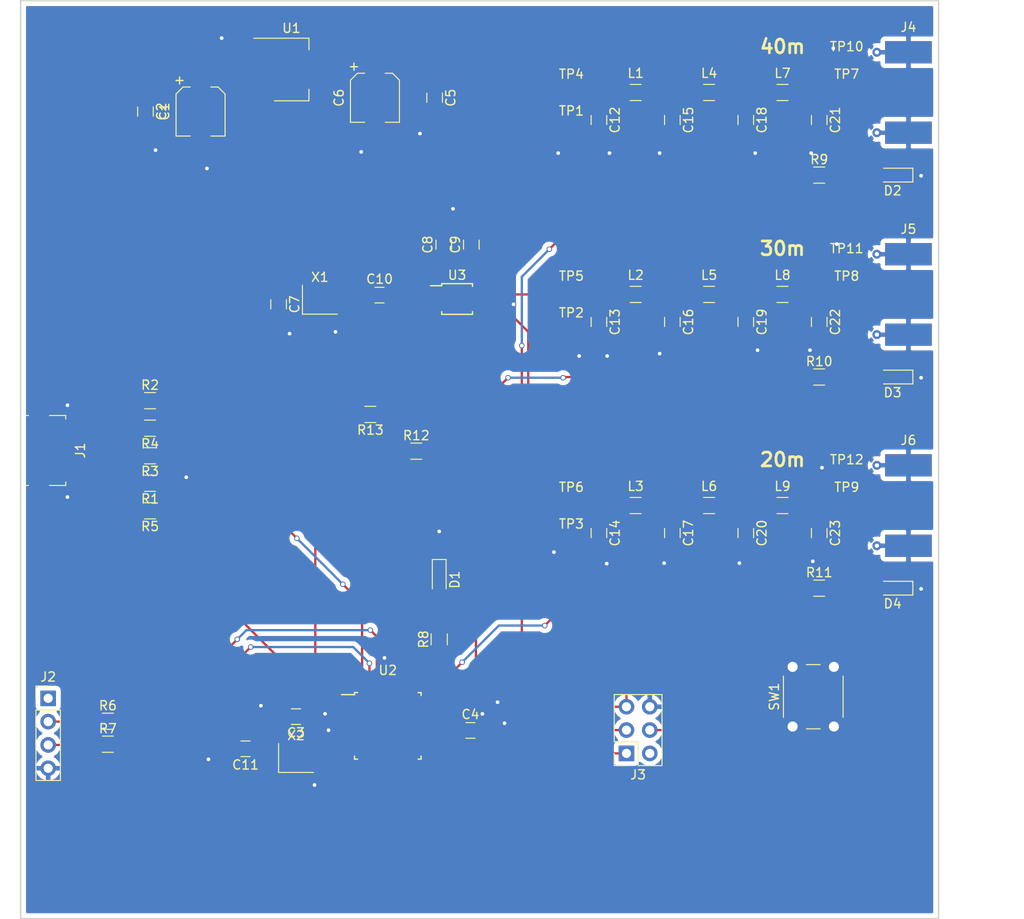
<source format=kicad_pcb>
(kicad_pcb (version 4) (host pcbnew 4.0.7)

  (general
    (links 168)
    (no_connects 22)
    (area 49.924999 49.924999 150.075001 150.075001)
    (thickness 1.6)
    (drawings 7)
    (tracks 361)
    (zones 0)
    (modules 73)
    (nets 55)
  )

  (page A4)
  (layers
    (0 F.Cu signal)
    (31 B.Cu signal)
    (32 B.Adhes user)
    (33 F.Adhes user)
    (34 B.Paste user)
    (35 F.Paste user)
    (36 B.SilkS user)
    (37 F.SilkS user)
    (38 B.Mask user)
    (39 F.Mask user)
    (40 Dwgs.User user)
    (41 Cmts.User user)
    (42 Eco1.User user)
    (43 Eco2.User user)
    (44 Edge.Cuts user)
    (45 Margin user)
    (46 B.CrtYd user)
    (47 F.CrtYd user)
    (48 B.Fab user)
    (49 F.Fab user)
  )

  (setup
    (last_trace_width 0.25)
    (trace_clearance 0.2)
    (zone_clearance 0.508)
    (zone_45_only no)
    (trace_min 0.2)
    (segment_width 0.2)
    (edge_width 0.15)
    (via_size 0.6)
    (via_drill 0.4)
    (via_min_size 0.4)
    (via_min_drill 0.3)
    (uvia_size 0.3)
    (uvia_drill 0.1)
    (uvias_allowed no)
    (uvia_min_size 0.2)
    (uvia_min_drill 0.1)
    (pcb_text_width 0.3)
    (pcb_text_size 1.5 1.5)
    (mod_edge_width 0.15)
    (mod_text_size 1 1)
    (mod_text_width 0.15)
    (pad_size 1.524 1.524)
    (pad_drill 0.762)
    (pad_to_mask_clearance 0.2)
    (aux_axis_origin 0 0)
    (grid_origin 230.1 112.075)
    (visible_elements FFFFFF7F)
    (pcbplotparams
      (layerselection 0x00030_80000001)
      (usegerberextensions false)
      (excludeedgelayer true)
      (linewidth 0.100000)
      (plotframeref false)
      (viasonmask false)
      (mode 1)
      (useauxorigin false)
      (hpglpennumber 1)
      (hpglpenspeed 20)
      (hpglpendiameter 15)
      (hpglpenoverlay 2)
      (psnegative false)
      (psa4output false)
      (plotreference true)
      (plotvalue true)
      (plotinvisibletext false)
      (padsonsilk false)
      (subtractmaskfromsilk false)
      (outputformat 1)
      (mirror false)
      (drillshape 1)
      (scaleselection 1)
      (outputdirectory ""))
  )

  (net 0 "")
  (net 1 VBUS)
  (net 2 GND)
  (net 3 +3V3)
  (net 4 "Net-(C4-Pad1)")
  (net 5 "Net-(C10-Pad1)")
  (net 6 "Net-(C10-Pad2)")
  (net 7 "Net-(C12-Pad1)")
  (net 8 "Net-(C13-Pad1)")
  (net 9 "Net-(C14-Pad1)")
  (net 10 "Net-(C15-Pad1)")
  (net 11 "Net-(C16-Pad1)")
  (net 12 "Net-(C17-Pad1)")
  (net 13 "Net-(C18-Pad1)")
  (net 14 "Net-(C19-Pad1)")
  (net 15 "Net-(C20-Pad1)")
  (net 16 "Net-(C21-Pad1)")
  (net 17 "Net-(C22-Pad1)")
  (net 18 "Net-(C23-Pad1)")
  (net 19 /LED_ACTIVE)
  (net 20 "Net-(D1-Pad2)")
  (net 21 /LED_CLK0)
  (net 22 "Net-(D2-Pad2)")
  (net 23 /LED_CLK1)
  (net 24 "Net-(D3-Pad2)")
  (net 25 /LED_CLK2)
  (net 26 "Net-(D4-Pad2)")
  (net 27 "Net-(J1-Pad2)")
  (net 28 "Net-(J1-Pad3)")
  (net 29 /ID)
  (net 30 "Net-(J2-Pad2)")
  (net 31 "Net-(J2-Pad3)")
  (net 32 /MISO)
  (net 33 /SCK)
  (net 34 /MOSI)
  (net 35 /RESET)
  (net 36 /D+)
  (net 37 /D-)
  (net 38 "Net-(R6-Pad2)")
  (net 39 "Net-(R7-Pad2)")
  (net 40 "Net-(U2-Pad7)")
  (net 41 "Net-(U2-Pad8)")
  (net 42 "Net-(U2-Pad9)")
  (net 43 "Net-(U2-Pad10)")
  (net 44 "Net-(U2-Pad11)")
  (net 45 "Net-(U2-Pad12)")
  (net 46 "Net-(U2-Pad13)")
  (net 47 "Net-(U2-Pad14)")
  (net 48 "Net-(U2-Pad19)")
  (net 49 "Net-(U2-Pad22)")
  (net 50 /SDA)
  (net 51 /SCL)
  (net 52 "Net-(U3-Pad3)")
  (net 53 "Net-(X1-Pad1)")
  (net 54 "Net-(X2-Pad1)")

  (net_class Default "This is the default net class."
    (clearance 0.2)
    (trace_width 0.25)
    (via_dia 0.6)
    (via_drill 0.4)
    (uvia_dia 0.3)
    (uvia_drill 0.1)
    (add_net +3V3)
    (add_net /D+)
    (add_net /D-)
    (add_net /ID)
    (add_net /LED_ACTIVE)
    (add_net /LED_CLK0)
    (add_net /LED_CLK1)
    (add_net /LED_CLK2)
    (add_net /MISO)
    (add_net /MOSI)
    (add_net /RESET)
    (add_net /SCK)
    (add_net /SCL)
    (add_net /SDA)
    (add_net GND)
    (add_net "Net-(C10-Pad1)")
    (add_net "Net-(C10-Pad2)")
    (add_net "Net-(C12-Pad1)")
    (add_net "Net-(C13-Pad1)")
    (add_net "Net-(C14-Pad1)")
    (add_net "Net-(C15-Pad1)")
    (add_net "Net-(C16-Pad1)")
    (add_net "Net-(C17-Pad1)")
    (add_net "Net-(C18-Pad1)")
    (add_net "Net-(C19-Pad1)")
    (add_net "Net-(C20-Pad1)")
    (add_net "Net-(C21-Pad1)")
    (add_net "Net-(C22-Pad1)")
    (add_net "Net-(C23-Pad1)")
    (add_net "Net-(C4-Pad1)")
    (add_net "Net-(D1-Pad2)")
    (add_net "Net-(D2-Pad2)")
    (add_net "Net-(D3-Pad2)")
    (add_net "Net-(D4-Pad2)")
    (add_net "Net-(J1-Pad2)")
    (add_net "Net-(J1-Pad3)")
    (add_net "Net-(J2-Pad2)")
    (add_net "Net-(J2-Pad3)")
    (add_net "Net-(R6-Pad2)")
    (add_net "Net-(R7-Pad2)")
    (add_net "Net-(U2-Pad10)")
    (add_net "Net-(U2-Pad11)")
    (add_net "Net-(U2-Pad12)")
    (add_net "Net-(U2-Pad13)")
    (add_net "Net-(U2-Pad14)")
    (add_net "Net-(U2-Pad19)")
    (add_net "Net-(U2-Pad22)")
    (add_net "Net-(U2-Pad7)")
    (add_net "Net-(U2-Pad8)")
    (add_net "Net-(U2-Pad9)")
    (add_net "Net-(U3-Pad3)")
    (add_net "Net-(X1-Pad1)")
    (add_net "Net-(X2-Pad1)")
    (add_net VBUS)
  )

  (module Capacitors_SMD:CP_Elec_5x5.7 (layer F.Cu) (tedit 58AA8AEF) (tstamp 5B2FE2E0)
    (at 69.6 62.075 270)
    (descr "SMT capacitor, aluminium electrolytic, 5x5.7")
    (path /5B31F12D)
    (attr smd)
    (fp_text reference C1 (at 0 3.92 270) (layer F.SilkS)
      (effects (font (size 1 1) (thickness 0.15)))
    )
    (fp_text value 4u7 (at 0 -3.92 270) (layer F.Fab)
      (effects (font (size 1 1) (thickness 0.15)))
    )
    (fp_circle (center 0 0) (end 0 2.4) (layer F.Fab) (width 0.1))
    (fp_text user + (at -1.4 -0.06 270) (layer F.Fab)
      (effects (font (size 1 1) (thickness 0.15)))
    )
    (fp_text user + (at -3.38 2.36 270) (layer F.SilkS)
      (effects (font (size 1 1) (thickness 0.15)))
    )
    (fp_text user %R (at 0 3.92 270) (layer F.Fab)
      (effects (font (size 1 1) (thickness 0.15)))
    )
    (fp_line (start 2.51 2.51) (end 2.51 -2.51) (layer F.Fab) (width 0.1))
    (fp_line (start -1.84 2.51) (end 2.51 2.51) (layer F.Fab) (width 0.1))
    (fp_line (start -2.51 1.84) (end -1.84 2.51) (layer F.Fab) (width 0.1))
    (fp_line (start -2.51 -1.84) (end -2.51 1.84) (layer F.Fab) (width 0.1))
    (fp_line (start -1.84 -2.51) (end -2.51 -1.84) (layer F.Fab) (width 0.1))
    (fp_line (start 2.51 -2.51) (end -1.84 -2.51) (layer F.Fab) (width 0.1))
    (fp_line (start 2.67 2.67) (end 2.67 1.12) (layer F.SilkS) (width 0.12))
    (fp_line (start 2.67 -2.67) (end 2.67 -1.12) (layer F.SilkS) (width 0.12))
    (fp_line (start -2.67 -1.91) (end -2.67 -1.12) (layer F.SilkS) (width 0.12))
    (fp_line (start -2.67 1.91) (end -2.67 1.12) (layer F.SilkS) (width 0.12))
    (fp_line (start 2.67 -2.67) (end -1.91 -2.67) (layer F.SilkS) (width 0.12))
    (fp_line (start -1.91 -2.67) (end -2.67 -1.91) (layer F.SilkS) (width 0.12))
    (fp_line (start -2.67 1.91) (end -1.91 2.67) (layer F.SilkS) (width 0.12))
    (fp_line (start -1.91 2.67) (end 2.67 2.67) (layer F.SilkS) (width 0.12))
    (fp_line (start -3.95 -2.77) (end 3.95 -2.77) (layer F.CrtYd) (width 0.05))
    (fp_line (start -3.95 -2.77) (end -3.95 2.76) (layer F.CrtYd) (width 0.05))
    (fp_line (start 3.95 2.76) (end 3.95 -2.77) (layer F.CrtYd) (width 0.05))
    (fp_line (start 3.95 2.76) (end -3.95 2.76) (layer F.CrtYd) (width 0.05))
    (pad 1 smd rect (at -2.2 0 90) (size 3 1.6) (layers F.Cu F.Paste F.Mask)
      (net 1 VBUS))
    (pad 2 smd rect (at 2.2 0 90) (size 3 1.6) (layers F.Cu F.Paste F.Mask)
      (net 2 GND))
    (model Capacitors_SMD.3dshapes/CP_Elec_5x5.7.wrl
      (at (xyz 0 0 0))
      (scale (xyz 1 1 1))
      (rotate (xyz 0 0 180))
    )
  )

  (module Capacitors_SMD:C_0805_HandSoldering (layer F.Cu) (tedit 58AA84A8) (tstamp 5B2FE2E6)
    (at 63.6 62.075 270)
    (descr "Capacitor SMD 0805, hand soldering")
    (tags "capacitor 0805")
    (path /5B305DA4)
    (attr smd)
    (fp_text reference C2 (at 0 -1.75 270) (layer F.SilkS)
      (effects (font (size 1 1) (thickness 0.15)))
    )
    (fp_text value 100n (at 0 1.75 270) (layer F.Fab)
      (effects (font (size 1 1) (thickness 0.15)))
    )
    (fp_text user %R (at 0 -1.75 270) (layer F.Fab)
      (effects (font (size 1 1) (thickness 0.15)))
    )
    (fp_line (start -1 0.62) (end -1 -0.62) (layer F.Fab) (width 0.1))
    (fp_line (start 1 0.62) (end -1 0.62) (layer F.Fab) (width 0.1))
    (fp_line (start 1 -0.62) (end 1 0.62) (layer F.Fab) (width 0.1))
    (fp_line (start -1 -0.62) (end 1 -0.62) (layer F.Fab) (width 0.1))
    (fp_line (start 0.5 -0.85) (end -0.5 -0.85) (layer F.SilkS) (width 0.12))
    (fp_line (start -0.5 0.85) (end 0.5 0.85) (layer F.SilkS) (width 0.12))
    (fp_line (start -2.25 -0.88) (end 2.25 -0.88) (layer F.CrtYd) (width 0.05))
    (fp_line (start -2.25 -0.88) (end -2.25 0.87) (layer F.CrtYd) (width 0.05))
    (fp_line (start 2.25 0.87) (end 2.25 -0.88) (layer F.CrtYd) (width 0.05))
    (fp_line (start 2.25 0.87) (end -2.25 0.87) (layer F.CrtYd) (width 0.05))
    (pad 1 smd rect (at -1.25 0 270) (size 1.5 1.25) (layers F.Cu F.Paste F.Mask)
      (net 1 VBUS))
    (pad 2 smd rect (at 1.25 0 270) (size 1.5 1.25) (layers F.Cu F.Paste F.Mask)
      (net 2 GND))
    (model Capacitors_SMD.3dshapes/C_0805.wrl
      (at (xyz 0 0 0))
      (scale (xyz 1 1 1))
      (rotate (xyz 0 0 0))
    )
  )

  (module Capacitors_SMD:C_0805_HandSoldering (layer F.Cu) (tedit 58AA84A8) (tstamp 5B2FE2EC)
    (at 80 128 180)
    (descr "Capacitor SMD 0805, hand soldering")
    (tags "capacitor 0805")
    (path /5B30F238)
    (attr smd)
    (fp_text reference C3 (at 0 -1.75 180) (layer F.SilkS)
      (effects (font (size 1 1) (thickness 0.15)))
    )
    (fp_text value 100n (at 0 1.75 180) (layer F.Fab)
      (effects (font (size 1 1) (thickness 0.15)))
    )
    (fp_text user %R (at 0 -1.75 180) (layer F.Fab)
      (effects (font (size 1 1) (thickness 0.15)))
    )
    (fp_line (start -1 0.62) (end -1 -0.62) (layer F.Fab) (width 0.1))
    (fp_line (start 1 0.62) (end -1 0.62) (layer F.Fab) (width 0.1))
    (fp_line (start 1 -0.62) (end 1 0.62) (layer F.Fab) (width 0.1))
    (fp_line (start -1 -0.62) (end 1 -0.62) (layer F.Fab) (width 0.1))
    (fp_line (start 0.5 -0.85) (end -0.5 -0.85) (layer F.SilkS) (width 0.12))
    (fp_line (start -0.5 0.85) (end 0.5 0.85) (layer F.SilkS) (width 0.12))
    (fp_line (start -2.25 -0.88) (end 2.25 -0.88) (layer F.CrtYd) (width 0.05))
    (fp_line (start -2.25 -0.88) (end -2.25 0.87) (layer F.CrtYd) (width 0.05))
    (fp_line (start 2.25 0.87) (end 2.25 -0.88) (layer F.CrtYd) (width 0.05))
    (fp_line (start 2.25 0.87) (end -2.25 0.87) (layer F.CrtYd) (width 0.05))
    (pad 1 smd rect (at -1.25 0 180) (size 1.5 1.25) (layers F.Cu F.Paste F.Mask)
      (net 3 +3V3))
    (pad 2 smd rect (at 1.25 0 180) (size 1.5 1.25) (layers F.Cu F.Paste F.Mask)
      (net 2 GND))
    (model Capacitors_SMD.3dshapes/C_0805.wrl
      (at (xyz 0 0 0))
      (scale (xyz 1 1 1))
      (rotate (xyz 0 0 0))
    )
  )

  (module Capacitors_SMD:C_0805_HandSoldering (layer F.Cu) (tedit 58AA84A8) (tstamp 5B2FE2F2)
    (at 99 129.5)
    (descr "Capacitor SMD 0805, hand soldering")
    (tags "capacitor 0805")
    (path /5B30D4FE)
    (attr smd)
    (fp_text reference C4 (at 0 -1.75) (layer F.SilkS)
      (effects (font (size 1 1) (thickness 0.15)))
    )
    (fp_text value 100n (at 0 1.75) (layer F.Fab)
      (effects (font (size 1 1) (thickness 0.15)))
    )
    (fp_text user %R (at 0 -1.75) (layer F.Fab)
      (effects (font (size 1 1) (thickness 0.15)))
    )
    (fp_line (start -1 0.62) (end -1 -0.62) (layer F.Fab) (width 0.1))
    (fp_line (start 1 0.62) (end -1 0.62) (layer F.Fab) (width 0.1))
    (fp_line (start 1 -0.62) (end 1 0.62) (layer F.Fab) (width 0.1))
    (fp_line (start -1 -0.62) (end 1 -0.62) (layer F.Fab) (width 0.1))
    (fp_line (start 0.5 -0.85) (end -0.5 -0.85) (layer F.SilkS) (width 0.12))
    (fp_line (start -0.5 0.85) (end 0.5 0.85) (layer F.SilkS) (width 0.12))
    (fp_line (start -2.25 -0.88) (end 2.25 -0.88) (layer F.CrtYd) (width 0.05))
    (fp_line (start -2.25 -0.88) (end -2.25 0.87) (layer F.CrtYd) (width 0.05))
    (fp_line (start 2.25 0.87) (end 2.25 -0.88) (layer F.CrtYd) (width 0.05))
    (fp_line (start 2.25 0.87) (end -2.25 0.87) (layer F.CrtYd) (width 0.05))
    (pad 1 smd rect (at -1.25 0) (size 1.5 1.25) (layers F.Cu F.Paste F.Mask)
      (net 4 "Net-(C4-Pad1)"))
    (pad 2 smd rect (at 1.25 0) (size 1.5 1.25) (layers F.Cu F.Paste F.Mask)
      (net 2 GND))
    (model Capacitors_SMD.3dshapes/C_0805.wrl
      (at (xyz 0 0 0))
      (scale (xyz 1 1 1))
      (rotate (xyz 0 0 0))
    )
  )

  (module Capacitors_SMD:C_0805_HandSoldering (layer F.Cu) (tedit 58AA84A8) (tstamp 5B2FE2F8)
    (at 95.1 60.575 270)
    (descr "Capacitor SMD 0805, hand soldering")
    (tags "capacitor 0805")
    (path /5B305FF5)
    (attr smd)
    (fp_text reference C5 (at 0 -1.75 270) (layer F.SilkS)
      (effects (font (size 1 1) (thickness 0.15)))
    )
    (fp_text value 100n (at 0 1.75 270) (layer F.Fab)
      (effects (font (size 1 1) (thickness 0.15)))
    )
    (fp_text user %R (at 0 -1.75 270) (layer F.Fab)
      (effects (font (size 1 1) (thickness 0.15)))
    )
    (fp_line (start -1 0.62) (end -1 -0.62) (layer F.Fab) (width 0.1))
    (fp_line (start 1 0.62) (end -1 0.62) (layer F.Fab) (width 0.1))
    (fp_line (start 1 -0.62) (end 1 0.62) (layer F.Fab) (width 0.1))
    (fp_line (start -1 -0.62) (end 1 -0.62) (layer F.Fab) (width 0.1))
    (fp_line (start 0.5 -0.85) (end -0.5 -0.85) (layer F.SilkS) (width 0.12))
    (fp_line (start -0.5 0.85) (end 0.5 0.85) (layer F.SilkS) (width 0.12))
    (fp_line (start -2.25 -0.88) (end 2.25 -0.88) (layer F.CrtYd) (width 0.05))
    (fp_line (start -2.25 -0.88) (end -2.25 0.87) (layer F.CrtYd) (width 0.05))
    (fp_line (start 2.25 0.87) (end 2.25 -0.88) (layer F.CrtYd) (width 0.05))
    (fp_line (start 2.25 0.87) (end -2.25 0.87) (layer F.CrtYd) (width 0.05))
    (pad 1 smd rect (at -1.25 0 270) (size 1.5 1.25) (layers F.Cu F.Paste F.Mask)
      (net 3 +3V3))
    (pad 2 smd rect (at 1.25 0 270) (size 1.5 1.25) (layers F.Cu F.Paste F.Mask)
      (net 2 GND))
    (model Capacitors_SMD.3dshapes/C_0805.wrl
      (at (xyz 0 0 0))
      (scale (xyz 1 1 1))
      (rotate (xyz 0 0 0))
    )
  )

  (module Capacitors_SMD:CP_Elec_5x5.7 (layer F.Cu) (tedit 58AA8AEF) (tstamp 5B2FE2FE)
    (at 88.6 60.575 270)
    (descr "SMT capacitor, aluminium electrolytic, 5x5.7")
    (path /5B31F27E)
    (attr smd)
    (fp_text reference C6 (at 0 3.92 270) (layer F.SilkS)
      (effects (font (size 1 1) (thickness 0.15)))
    )
    (fp_text value 4u7 (at 0 -3.92 270) (layer F.Fab)
      (effects (font (size 1 1) (thickness 0.15)))
    )
    (fp_circle (center 0 0) (end 0 2.4) (layer F.Fab) (width 0.1))
    (fp_text user + (at -1.4 -0.06 270) (layer F.Fab)
      (effects (font (size 1 1) (thickness 0.15)))
    )
    (fp_text user + (at -3.38 2.36 270) (layer F.SilkS)
      (effects (font (size 1 1) (thickness 0.15)))
    )
    (fp_text user %R (at 0 3.92 270) (layer F.Fab)
      (effects (font (size 1 1) (thickness 0.15)))
    )
    (fp_line (start 2.51 2.51) (end 2.51 -2.51) (layer F.Fab) (width 0.1))
    (fp_line (start -1.84 2.51) (end 2.51 2.51) (layer F.Fab) (width 0.1))
    (fp_line (start -2.51 1.84) (end -1.84 2.51) (layer F.Fab) (width 0.1))
    (fp_line (start -2.51 -1.84) (end -2.51 1.84) (layer F.Fab) (width 0.1))
    (fp_line (start -1.84 -2.51) (end -2.51 -1.84) (layer F.Fab) (width 0.1))
    (fp_line (start 2.51 -2.51) (end -1.84 -2.51) (layer F.Fab) (width 0.1))
    (fp_line (start 2.67 2.67) (end 2.67 1.12) (layer F.SilkS) (width 0.12))
    (fp_line (start 2.67 -2.67) (end 2.67 -1.12) (layer F.SilkS) (width 0.12))
    (fp_line (start -2.67 -1.91) (end -2.67 -1.12) (layer F.SilkS) (width 0.12))
    (fp_line (start -2.67 1.91) (end -2.67 1.12) (layer F.SilkS) (width 0.12))
    (fp_line (start 2.67 -2.67) (end -1.91 -2.67) (layer F.SilkS) (width 0.12))
    (fp_line (start -1.91 -2.67) (end -2.67 -1.91) (layer F.SilkS) (width 0.12))
    (fp_line (start -2.67 1.91) (end -1.91 2.67) (layer F.SilkS) (width 0.12))
    (fp_line (start -1.91 2.67) (end 2.67 2.67) (layer F.SilkS) (width 0.12))
    (fp_line (start -3.95 -2.77) (end 3.95 -2.77) (layer F.CrtYd) (width 0.05))
    (fp_line (start -3.95 -2.77) (end -3.95 2.76) (layer F.CrtYd) (width 0.05))
    (fp_line (start 3.95 2.76) (end 3.95 -2.77) (layer F.CrtYd) (width 0.05))
    (fp_line (start 3.95 2.76) (end -3.95 2.76) (layer F.CrtYd) (width 0.05))
    (pad 1 smd rect (at -2.2 0 90) (size 3 1.6) (layers F.Cu F.Paste F.Mask)
      (net 3 +3V3))
    (pad 2 smd rect (at 2.2 0 90) (size 3 1.6) (layers F.Cu F.Paste F.Mask)
      (net 2 GND))
    (model Capacitors_SMD.3dshapes/CP_Elec_5x5.7.wrl
      (at (xyz 0 0 0))
      (scale (xyz 1 1 1))
      (rotate (xyz 0 0 180))
    )
  )

  (module Capacitors_SMD:C_0805_HandSoldering (layer F.Cu) (tedit 58AA84A8) (tstamp 5B2FE304)
    (at 78.1 83.075 270)
    (descr "Capacitor SMD 0805, hand soldering")
    (tags "capacitor 0805")
    (path /5B31575A)
    (attr smd)
    (fp_text reference C7 (at 0 -1.75 270) (layer F.SilkS)
      (effects (font (size 1 1) (thickness 0.15)))
    )
    (fp_text value 100n (at 0 1.75 270) (layer F.Fab)
      (effects (font (size 1 1) (thickness 0.15)))
    )
    (fp_text user %R (at 0 -1.75 270) (layer F.Fab)
      (effects (font (size 1 1) (thickness 0.15)))
    )
    (fp_line (start -1 0.62) (end -1 -0.62) (layer F.Fab) (width 0.1))
    (fp_line (start 1 0.62) (end -1 0.62) (layer F.Fab) (width 0.1))
    (fp_line (start 1 -0.62) (end 1 0.62) (layer F.Fab) (width 0.1))
    (fp_line (start -1 -0.62) (end 1 -0.62) (layer F.Fab) (width 0.1))
    (fp_line (start 0.5 -0.85) (end -0.5 -0.85) (layer F.SilkS) (width 0.12))
    (fp_line (start -0.5 0.85) (end 0.5 0.85) (layer F.SilkS) (width 0.12))
    (fp_line (start -2.25 -0.88) (end 2.25 -0.88) (layer F.CrtYd) (width 0.05))
    (fp_line (start -2.25 -0.88) (end -2.25 0.87) (layer F.CrtYd) (width 0.05))
    (fp_line (start 2.25 0.87) (end 2.25 -0.88) (layer F.CrtYd) (width 0.05))
    (fp_line (start 2.25 0.87) (end -2.25 0.87) (layer F.CrtYd) (width 0.05))
    (pad 1 smd rect (at -1.25 0 270) (size 1.5 1.25) (layers F.Cu F.Paste F.Mask)
      (net 3 +3V3))
    (pad 2 smd rect (at 1.25 0 270) (size 1.5 1.25) (layers F.Cu F.Paste F.Mask)
      (net 2 GND))
    (model Capacitors_SMD.3dshapes/C_0805.wrl
      (at (xyz 0 0 0))
      (scale (xyz 1 1 1))
      (rotate (xyz 0 0 0))
    )
  )

  (module Capacitors_SMD:C_0805_HandSoldering (layer F.Cu) (tedit 58AA84A8) (tstamp 5B2FE30A)
    (at 96.1 76.575 90)
    (descr "Capacitor SMD 0805, hand soldering")
    (tags "capacitor 0805")
    (path /5B2F7F69)
    (attr smd)
    (fp_text reference C8 (at 0 -1.75 90) (layer F.SilkS)
      (effects (font (size 1 1) (thickness 0.15)))
    )
    (fp_text value 100n (at 0 1.75 90) (layer F.Fab)
      (effects (font (size 1 1) (thickness 0.15)))
    )
    (fp_text user %R (at 0 -1.75 90) (layer F.Fab)
      (effects (font (size 1 1) (thickness 0.15)))
    )
    (fp_line (start -1 0.62) (end -1 -0.62) (layer F.Fab) (width 0.1))
    (fp_line (start 1 0.62) (end -1 0.62) (layer F.Fab) (width 0.1))
    (fp_line (start 1 -0.62) (end 1 0.62) (layer F.Fab) (width 0.1))
    (fp_line (start -1 -0.62) (end 1 -0.62) (layer F.Fab) (width 0.1))
    (fp_line (start 0.5 -0.85) (end -0.5 -0.85) (layer F.SilkS) (width 0.12))
    (fp_line (start -0.5 0.85) (end 0.5 0.85) (layer F.SilkS) (width 0.12))
    (fp_line (start -2.25 -0.88) (end 2.25 -0.88) (layer F.CrtYd) (width 0.05))
    (fp_line (start -2.25 -0.88) (end -2.25 0.87) (layer F.CrtYd) (width 0.05))
    (fp_line (start 2.25 0.87) (end 2.25 -0.88) (layer F.CrtYd) (width 0.05))
    (fp_line (start 2.25 0.87) (end -2.25 0.87) (layer F.CrtYd) (width 0.05))
    (pad 1 smd rect (at -1.25 0 90) (size 1.5 1.25) (layers F.Cu F.Paste F.Mask)
      (net 3 +3V3))
    (pad 2 smd rect (at 1.25 0 90) (size 1.5 1.25) (layers F.Cu F.Paste F.Mask)
      (net 2 GND))
    (model Capacitors_SMD.3dshapes/C_0805.wrl
      (at (xyz 0 0 0))
      (scale (xyz 1 1 1))
      (rotate (xyz 0 0 0))
    )
  )

  (module Capacitors_SMD:C_0805_HandSoldering (layer F.Cu) (tedit 58AA84A8) (tstamp 5B2FE310)
    (at 99.1 76.575 90)
    (descr "Capacitor SMD 0805, hand soldering")
    (tags "capacitor 0805")
    (path /5B2F7E79)
    (attr smd)
    (fp_text reference C9 (at 0 -1.75 90) (layer F.SilkS)
      (effects (font (size 1 1) (thickness 0.15)))
    )
    (fp_text value 100n (at 0 1.75 90) (layer F.Fab)
      (effects (font (size 1 1) (thickness 0.15)))
    )
    (fp_text user %R (at 0 -1.75 90) (layer F.Fab)
      (effects (font (size 1 1) (thickness 0.15)))
    )
    (fp_line (start -1 0.62) (end -1 -0.62) (layer F.Fab) (width 0.1))
    (fp_line (start 1 0.62) (end -1 0.62) (layer F.Fab) (width 0.1))
    (fp_line (start 1 -0.62) (end 1 0.62) (layer F.Fab) (width 0.1))
    (fp_line (start -1 -0.62) (end 1 -0.62) (layer F.Fab) (width 0.1))
    (fp_line (start 0.5 -0.85) (end -0.5 -0.85) (layer F.SilkS) (width 0.12))
    (fp_line (start -0.5 0.85) (end 0.5 0.85) (layer F.SilkS) (width 0.12))
    (fp_line (start -2.25 -0.88) (end 2.25 -0.88) (layer F.CrtYd) (width 0.05))
    (fp_line (start -2.25 -0.88) (end -2.25 0.87) (layer F.CrtYd) (width 0.05))
    (fp_line (start 2.25 0.87) (end 2.25 -0.88) (layer F.CrtYd) (width 0.05))
    (fp_line (start 2.25 0.87) (end -2.25 0.87) (layer F.CrtYd) (width 0.05))
    (pad 1 smd rect (at -1.25 0 90) (size 1.5 1.25) (layers F.Cu F.Paste F.Mask)
      (net 3 +3V3))
    (pad 2 smd rect (at 1.25 0 90) (size 1.5 1.25) (layers F.Cu F.Paste F.Mask)
      (net 2 GND))
    (model Capacitors_SMD.3dshapes/C_0805.wrl
      (at (xyz 0 0 0))
      (scale (xyz 1 1 1))
      (rotate (xyz 0 0 0))
    )
  )

  (module Capacitors_SMD:C_0805_HandSoldering (layer F.Cu) (tedit 58AA84A8) (tstamp 5B2FE316)
    (at 89.1 82.075)
    (descr "Capacitor SMD 0805, hand soldering")
    (tags "capacitor 0805")
    (path /5B31504A)
    (attr smd)
    (fp_text reference C10 (at 0 -1.75) (layer F.SilkS)
      (effects (font (size 1 1) (thickness 0.15)))
    )
    (fp_text value 100n (at 0 1.75) (layer F.Fab)
      (effects (font (size 1 1) (thickness 0.15)))
    )
    (fp_text user %R (at 0 -1.75) (layer F.Fab)
      (effects (font (size 1 1) (thickness 0.15)))
    )
    (fp_line (start -1 0.62) (end -1 -0.62) (layer F.Fab) (width 0.1))
    (fp_line (start 1 0.62) (end -1 0.62) (layer F.Fab) (width 0.1))
    (fp_line (start 1 -0.62) (end 1 0.62) (layer F.Fab) (width 0.1))
    (fp_line (start -1 -0.62) (end 1 -0.62) (layer F.Fab) (width 0.1))
    (fp_line (start 0.5 -0.85) (end -0.5 -0.85) (layer F.SilkS) (width 0.12))
    (fp_line (start -0.5 0.85) (end 0.5 0.85) (layer F.SilkS) (width 0.12))
    (fp_line (start -2.25 -0.88) (end 2.25 -0.88) (layer F.CrtYd) (width 0.05))
    (fp_line (start -2.25 -0.88) (end -2.25 0.87) (layer F.CrtYd) (width 0.05))
    (fp_line (start 2.25 0.87) (end 2.25 -0.88) (layer F.CrtYd) (width 0.05))
    (fp_line (start 2.25 0.87) (end -2.25 0.87) (layer F.CrtYd) (width 0.05))
    (pad 1 smd rect (at -1.25 0) (size 1.5 1.25) (layers F.Cu F.Paste F.Mask)
      (net 5 "Net-(C10-Pad1)"))
    (pad 2 smd rect (at 1.25 0) (size 1.5 1.25) (layers F.Cu F.Paste F.Mask)
      (net 6 "Net-(C10-Pad2)"))
    (model Capacitors_SMD.3dshapes/C_0805.wrl
      (at (xyz 0 0 0))
      (scale (xyz 1 1 1))
      (rotate (xyz 0 0 0))
    )
  )

  (module Capacitors_SMD:C_0805_HandSoldering (layer F.Cu) (tedit 58AA84A8) (tstamp 5B2FE31C)
    (at 74.5 131.5 180)
    (descr "Capacitor SMD 0805, hand soldering")
    (tags "capacitor 0805")
    (path /5B319BF3)
    (attr smd)
    (fp_text reference C11 (at 0 -1.75 180) (layer F.SilkS)
      (effects (font (size 1 1) (thickness 0.15)))
    )
    (fp_text value 100n (at 0 1.75 180) (layer F.Fab)
      (effects (font (size 1 1) (thickness 0.15)))
    )
    (fp_text user %R (at 0 -1.75 180) (layer F.Fab)
      (effects (font (size 1 1) (thickness 0.15)))
    )
    (fp_line (start -1 0.62) (end -1 -0.62) (layer F.Fab) (width 0.1))
    (fp_line (start 1 0.62) (end -1 0.62) (layer F.Fab) (width 0.1))
    (fp_line (start 1 -0.62) (end 1 0.62) (layer F.Fab) (width 0.1))
    (fp_line (start -1 -0.62) (end 1 -0.62) (layer F.Fab) (width 0.1))
    (fp_line (start 0.5 -0.85) (end -0.5 -0.85) (layer F.SilkS) (width 0.12))
    (fp_line (start -0.5 0.85) (end 0.5 0.85) (layer F.SilkS) (width 0.12))
    (fp_line (start -2.25 -0.88) (end 2.25 -0.88) (layer F.CrtYd) (width 0.05))
    (fp_line (start -2.25 -0.88) (end -2.25 0.87) (layer F.CrtYd) (width 0.05))
    (fp_line (start 2.25 0.87) (end 2.25 -0.88) (layer F.CrtYd) (width 0.05))
    (fp_line (start 2.25 0.87) (end -2.25 0.87) (layer F.CrtYd) (width 0.05))
    (pad 1 smd rect (at -1.25 0 180) (size 1.5 1.25) (layers F.Cu F.Paste F.Mask)
      (net 3 +3V3))
    (pad 2 smd rect (at 1.25 0 180) (size 1.5 1.25) (layers F.Cu F.Paste F.Mask)
      (net 2 GND))
    (model Capacitors_SMD.3dshapes/C_0805.wrl
      (at (xyz 0 0 0))
      (scale (xyz 1 1 1))
      (rotate (xyz 0 0 0))
    )
  )

  (module Capacitors_SMD:C_0805_HandSoldering (layer F.Cu) (tedit 58AA84A8) (tstamp 5B2FE322)
    (at 113 63 270)
    (descr "Capacitor SMD 0805, hand soldering")
    (tags "capacitor 0805")
    (path /5B2F1BB7)
    (attr smd)
    (fp_text reference C12 (at 0 -1.75 270) (layer F.SilkS)
      (effects (font (size 1 1) (thickness 0.15)))
    )
    (fp_text value 430p (at 0 1.75 270) (layer F.Fab)
      (effects (font (size 1 1) (thickness 0.15)))
    )
    (fp_text user %R (at 0 -1.75 270) (layer F.Fab)
      (effects (font (size 1 1) (thickness 0.15)))
    )
    (fp_line (start -1 0.62) (end -1 -0.62) (layer F.Fab) (width 0.1))
    (fp_line (start 1 0.62) (end -1 0.62) (layer F.Fab) (width 0.1))
    (fp_line (start 1 -0.62) (end 1 0.62) (layer F.Fab) (width 0.1))
    (fp_line (start -1 -0.62) (end 1 -0.62) (layer F.Fab) (width 0.1))
    (fp_line (start 0.5 -0.85) (end -0.5 -0.85) (layer F.SilkS) (width 0.12))
    (fp_line (start -0.5 0.85) (end 0.5 0.85) (layer F.SilkS) (width 0.12))
    (fp_line (start -2.25 -0.88) (end 2.25 -0.88) (layer F.CrtYd) (width 0.05))
    (fp_line (start -2.25 -0.88) (end -2.25 0.87) (layer F.CrtYd) (width 0.05))
    (fp_line (start 2.25 0.87) (end 2.25 -0.88) (layer F.CrtYd) (width 0.05))
    (fp_line (start 2.25 0.87) (end -2.25 0.87) (layer F.CrtYd) (width 0.05))
    (pad 1 smd rect (at -1.25 0 270) (size 1.5 1.25) (layers F.Cu F.Paste F.Mask)
      (net 7 "Net-(C12-Pad1)"))
    (pad 2 smd rect (at 1.25 0 270) (size 1.5 1.25) (layers F.Cu F.Paste F.Mask)
      (net 2 GND))
    (model Capacitors_SMD.3dshapes/C_0805.wrl
      (at (xyz 0 0 0))
      (scale (xyz 1 1 1))
      (rotate (xyz 0 0 0))
    )
  )

  (module Capacitors_SMD:C_0805_HandSoldering (layer F.Cu) (tedit 58AA84A8) (tstamp 5B2FE328)
    (at 113 85 270)
    (descr "Capacitor SMD 0805, hand soldering")
    (tags "capacitor 0805")
    (path /5B2F44D4)
    (attr smd)
    (fp_text reference C13 (at 0 -1.75 270) (layer F.SilkS)
      (effects (font (size 1 1) (thickness 0.15)))
    )
    (fp_text value 300p (at 0 1.75 270) (layer F.Fab)
      (effects (font (size 1 1) (thickness 0.15)))
    )
    (fp_text user %R (at 0 -1.75 270) (layer F.Fab)
      (effects (font (size 1 1) (thickness 0.15)))
    )
    (fp_line (start -1 0.62) (end -1 -0.62) (layer F.Fab) (width 0.1))
    (fp_line (start 1 0.62) (end -1 0.62) (layer F.Fab) (width 0.1))
    (fp_line (start 1 -0.62) (end 1 0.62) (layer F.Fab) (width 0.1))
    (fp_line (start -1 -0.62) (end 1 -0.62) (layer F.Fab) (width 0.1))
    (fp_line (start 0.5 -0.85) (end -0.5 -0.85) (layer F.SilkS) (width 0.12))
    (fp_line (start -0.5 0.85) (end 0.5 0.85) (layer F.SilkS) (width 0.12))
    (fp_line (start -2.25 -0.88) (end 2.25 -0.88) (layer F.CrtYd) (width 0.05))
    (fp_line (start -2.25 -0.88) (end -2.25 0.87) (layer F.CrtYd) (width 0.05))
    (fp_line (start 2.25 0.87) (end 2.25 -0.88) (layer F.CrtYd) (width 0.05))
    (fp_line (start 2.25 0.87) (end -2.25 0.87) (layer F.CrtYd) (width 0.05))
    (pad 1 smd rect (at -1.25 0 270) (size 1.5 1.25) (layers F.Cu F.Paste F.Mask)
      (net 8 "Net-(C13-Pad1)"))
    (pad 2 smd rect (at 1.25 0 270) (size 1.5 1.25) (layers F.Cu F.Paste F.Mask)
      (net 2 GND))
    (model Capacitors_SMD.3dshapes/C_0805.wrl
      (at (xyz 0 0 0))
      (scale (xyz 1 1 1))
      (rotate (xyz 0 0 0))
    )
  )

  (module Capacitors_SMD:C_0805_HandSoldering (layer F.Cu) (tedit 58AA84A8) (tstamp 5B2FE32E)
    (at 113 108 270)
    (descr "Capacitor SMD 0805, hand soldering")
    (tags "capacitor 0805")
    (path /5B2F4887)
    (attr smd)
    (fp_text reference C14 (at 0 -1.75 270) (layer F.SilkS)
      (effects (font (size 1 1) (thickness 0.15)))
    )
    (fp_text value 220p (at 0 1.75 270) (layer F.Fab)
      (effects (font (size 1 1) (thickness 0.15)))
    )
    (fp_text user %R (at 0 -1.75 270) (layer F.Fab)
      (effects (font (size 1 1) (thickness 0.15)))
    )
    (fp_line (start -1 0.62) (end -1 -0.62) (layer F.Fab) (width 0.1))
    (fp_line (start 1 0.62) (end -1 0.62) (layer F.Fab) (width 0.1))
    (fp_line (start 1 -0.62) (end 1 0.62) (layer F.Fab) (width 0.1))
    (fp_line (start -1 -0.62) (end 1 -0.62) (layer F.Fab) (width 0.1))
    (fp_line (start 0.5 -0.85) (end -0.5 -0.85) (layer F.SilkS) (width 0.12))
    (fp_line (start -0.5 0.85) (end 0.5 0.85) (layer F.SilkS) (width 0.12))
    (fp_line (start -2.25 -0.88) (end 2.25 -0.88) (layer F.CrtYd) (width 0.05))
    (fp_line (start -2.25 -0.88) (end -2.25 0.87) (layer F.CrtYd) (width 0.05))
    (fp_line (start 2.25 0.87) (end 2.25 -0.88) (layer F.CrtYd) (width 0.05))
    (fp_line (start 2.25 0.87) (end -2.25 0.87) (layer F.CrtYd) (width 0.05))
    (pad 1 smd rect (at -1.25 0 270) (size 1.5 1.25) (layers F.Cu F.Paste F.Mask)
      (net 9 "Net-(C14-Pad1)"))
    (pad 2 smd rect (at 1.25 0 270) (size 1.5 1.25) (layers F.Cu F.Paste F.Mask)
      (net 2 GND))
    (model Capacitors_SMD.3dshapes/C_0805.wrl
      (at (xyz 0 0 0))
      (scale (xyz 1 1 1))
      (rotate (xyz 0 0 0))
    )
  )

  (module Capacitors_SMD:C_0805_HandSoldering (layer F.Cu) (tedit 58AA84A8) (tstamp 5B2FE334)
    (at 121 63 270)
    (descr "Capacitor SMD 0805, hand soldering")
    (tags "capacitor 0805")
    (path /5B2F1C05)
    (attr smd)
    (fp_text reference C15 (at 0 -1.75 270) (layer F.SilkS)
      (effects (font (size 1 1) (thickness 0.15)))
    )
    (fp_text value 820p (at 0 1.75 270) (layer F.Fab)
      (effects (font (size 1 1) (thickness 0.15)))
    )
    (fp_text user %R (at 0 -1.75 270) (layer F.Fab)
      (effects (font (size 1 1) (thickness 0.15)))
    )
    (fp_line (start -1 0.62) (end -1 -0.62) (layer F.Fab) (width 0.1))
    (fp_line (start 1 0.62) (end -1 0.62) (layer F.Fab) (width 0.1))
    (fp_line (start 1 -0.62) (end 1 0.62) (layer F.Fab) (width 0.1))
    (fp_line (start -1 -0.62) (end 1 -0.62) (layer F.Fab) (width 0.1))
    (fp_line (start 0.5 -0.85) (end -0.5 -0.85) (layer F.SilkS) (width 0.12))
    (fp_line (start -0.5 0.85) (end 0.5 0.85) (layer F.SilkS) (width 0.12))
    (fp_line (start -2.25 -0.88) (end 2.25 -0.88) (layer F.CrtYd) (width 0.05))
    (fp_line (start -2.25 -0.88) (end -2.25 0.87) (layer F.CrtYd) (width 0.05))
    (fp_line (start 2.25 0.87) (end 2.25 -0.88) (layer F.CrtYd) (width 0.05))
    (fp_line (start 2.25 0.87) (end -2.25 0.87) (layer F.CrtYd) (width 0.05))
    (pad 1 smd rect (at -1.25 0 270) (size 1.5 1.25) (layers F.Cu F.Paste F.Mask)
      (net 10 "Net-(C15-Pad1)"))
    (pad 2 smd rect (at 1.25 0 270) (size 1.5 1.25) (layers F.Cu F.Paste F.Mask)
      (net 2 GND))
    (model Capacitors_SMD.3dshapes/C_0805.wrl
      (at (xyz 0 0 0))
      (scale (xyz 1 1 1))
      (rotate (xyz 0 0 0))
    )
  )

  (module Capacitors_SMD:C_0805_HandSoldering (layer F.Cu) (tedit 58AA84A8) (tstamp 5B2FE33A)
    (at 121 85 270)
    (descr "Capacitor SMD 0805, hand soldering")
    (tags "capacitor 0805")
    (path /5B2F44DA)
    (attr smd)
    (fp_text reference C16 (at 0 -1.75 270) (layer F.SilkS)
      (effects (font (size 1 1) (thickness 0.15)))
    )
    (fp_text value 560p (at 0 1.75 270) (layer F.Fab)
      (effects (font (size 1 1) (thickness 0.15)))
    )
    (fp_text user %R (at 0 -1.75 270) (layer F.Fab)
      (effects (font (size 1 1) (thickness 0.15)))
    )
    (fp_line (start -1 0.62) (end -1 -0.62) (layer F.Fab) (width 0.1))
    (fp_line (start 1 0.62) (end -1 0.62) (layer F.Fab) (width 0.1))
    (fp_line (start 1 -0.62) (end 1 0.62) (layer F.Fab) (width 0.1))
    (fp_line (start -1 -0.62) (end 1 -0.62) (layer F.Fab) (width 0.1))
    (fp_line (start 0.5 -0.85) (end -0.5 -0.85) (layer F.SilkS) (width 0.12))
    (fp_line (start -0.5 0.85) (end 0.5 0.85) (layer F.SilkS) (width 0.12))
    (fp_line (start -2.25 -0.88) (end 2.25 -0.88) (layer F.CrtYd) (width 0.05))
    (fp_line (start -2.25 -0.88) (end -2.25 0.87) (layer F.CrtYd) (width 0.05))
    (fp_line (start 2.25 0.87) (end 2.25 -0.88) (layer F.CrtYd) (width 0.05))
    (fp_line (start 2.25 0.87) (end -2.25 0.87) (layer F.CrtYd) (width 0.05))
    (pad 1 smd rect (at -1.25 0 270) (size 1.5 1.25) (layers F.Cu F.Paste F.Mask)
      (net 11 "Net-(C16-Pad1)"))
    (pad 2 smd rect (at 1.25 0 270) (size 1.5 1.25) (layers F.Cu F.Paste F.Mask)
      (net 2 GND))
    (model Capacitors_SMD.3dshapes/C_0805.wrl
      (at (xyz 0 0 0))
      (scale (xyz 1 1 1))
      (rotate (xyz 0 0 0))
    )
  )

  (module Capacitors_SMD:C_0805_HandSoldering (layer F.Cu) (tedit 58AA84A8) (tstamp 5B2FE340)
    (at 121 108 270)
    (descr "Capacitor SMD 0805, hand soldering")
    (tags "capacitor 0805")
    (path /5B2F488D)
    (attr smd)
    (fp_text reference C17 (at 0 -1.75 270) (layer F.SilkS)
      (effects (font (size 1 1) (thickness 0.15)))
    )
    (fp_text value 390p (at 0 1.75 270) (layer F.Fab)
      (effects (font (size 1 1) (thickness 0.15)))
    )
    (fp_text user %R (at 0 -1.75 270) (layer F.Fab)
      (effects (font (size 1 1) (thickness 0.15)))
    )
    (fp_line (start -1 0.62) (end -1 -0.62) (layer F.Fab) (width 0.1))
    (fp_line (start 1 0.62) (end -1 0.62) (layer F.Fab) (width 0.1))
    (fp_line (start 1 -0.62) (end 1 0.62) (layer F.Fab) (width 0.1))
    (fp_line (start -1 -0.62) (end 1 -0.62) (layer F.Fab) (width 0.1))
    (fp_line (start 0.5 -0.85) (end -0.5 -0.85) (layer F.SilkS) (width 0.12))
    (fp_line (start -0.5 0.85) (end 0.5 0.85) (layer F.SilkS) (width 0.12))
    (fp_line (start -2.25 -0.88) (end 2.25 -0.88) (layer F.CrtYd) (width 0.05))
    (fp_line (start -2.25 -0.88) (end -2.25 0.87) (layer F.CrtYd) (width 0.05))
    (fp_line (start 2.25 0.87) (end 2.25 -0.88) (layer F.CrtYd) (width 0.05))
    (fp_line (start 2.25 0.87) (end -2.25 0.87) (layer F.CrtYd) (width 0.05))
    (pad 1 smd rect (at -1.25 0 270) (size 1.5 1.25) (layers F.Cu F.Paste F.Mask)
      (net 12 "Net-(C17-Pad1)"))
    (pad 2 smd rect (at 1.25 0 270) (size 1.5 1.25) (layers F.Cu F.Paste F.Mask)
      (net 2 GND))
    (model Capacitors_SMD.3dshapes/C_0805.wrl
      (at (xyz 0 0 0))
      (scale (xyz 1 1 1))
      (rotate (xyz 0 0 0))
    )
  )

  (module Capacitors_SMD:C_0805_HandSoldering (layer F.Cu) (tedit 58AA84A8) (tstamp 5B2FE346)
    (at 129 63 270)
    (descr "Capacitor SMD 0805, hand soldering")
    (tags "capacitor 0805")
    (path /5B2F1C6C)
    (attr smd)
    (fp_text reference C18 (at 0 -1.75 270) (layer F.SilkS)
      (effects (font (size 1 1) (thickness 0.15)))
    )
    (fp_text value 820p (at 0 1.75 270) (layer F.Fab)
      (effects (font (size 1 1) (thickness 0.15)))
    )
    (fp_text user %R (at 0 -1.75 270) (layer F.Fab)
      (effects (font (size 1 1) (thickness 0.15)))
    )
    (fp_line (start -1 0.62) (end -1 -0.62) (layer F.Fab) (width 0.1))
    (fp_line (start 1 0.62) (end -1 0.62) (layer F.Fab) (width 0.1))
    (fp_line (start 1 -0.62) (end 1 0.62) (layer F.Fab) (width 0.1))
    (fp_line (start -1 -0.62) (end 1 -0.62) (layer F.Fab) (width 0.1))
    (fp_line (start 0.5 -0.85) (end -0.5 -0.85) (layer F.SilkS) (width 0.12))
    (fp_line (start -0.5 0.85) (end 0.5 0.85) (layer F.SilkS) (width 0.12))
    (fp_line (start -2.25 -0.88) (end 2.25 -0.88) (layer F.CrtYd) (width 0.05))
    (fp_line (start -2.25 -0.88) (end -2.25 0.87) (layer F.CrtYd) (width 0.05))
    (fp_line (start 2.25 0.87) (end 2.25 -0.88) (layer F.CrtYd) (width 0.05))
    (fp_line (start 2.25 0.87) (end -2.25 0.87) (layer F.CrtYd) (width 0.05))
    (pad 1 smd rect (at -1.25 0 270) (size 1.5 1.25) (layers F.Cu F.Paste F.Mask)
      (net 13 "Net-(C18-Pad1)"))
    (pad 2 smd rect (at 1.25 0 270) (size 1.5 1.25) (layers F.Cu F.Paste F.Mask)
      (net 2 GND))
    (model Capacitors_SMD.3dshapes/C_0805.wrl
      (at (xyz 0 0 0))
      (scale (xyz 1 1 1))
      (rotate (xyz 0 0 0))
    )
  )

  (module Capacitors_SMD:C_0805_HandSoldering (layer F.Cu) (tedit 58AA84A8) (tstamp 5B2FE34C)
    (at 129 85 270)
    (descr "Capacitor SMD 0805, hand soldering")
    (tags "capacitor 0805")
    (path /5B2F44E0)
    (attr smd)
    (fp_text reference C19 (at 0 -1.75 270) (layer F.SilkS)
      (effects (font (size 1 1) (thickness 0.15)))
    )
    (fp_text value 560p (at 0 1.75 270) (layer F.Fab)
      (effects (font (size 1 1) (thickness 0.15)))
    )
    (fp_text user %R (at 0 -1.75 270) (layer F.Fab)
      (effects (font (size 1 1) (thickness 0.15)))
    )
    (fp_line (start -1 0.62) (end -1 -0.62) (layer F.Fab) (width 0.1))
    (fp_line (start 1 0.62) (end -1 0.62) (layer F.Fab) (width 0.1))
    (fp_line (start 1 -0.62) (end 1 0.62) (layer F.Fab) (width 0.1))
    (fp_line (start -1 -0.62) (end 1 -0.62) (layer F.Fab) (width 0.1))
    (fp_line (start 0.5 -0.85) (end -0.5 -0.85) (layer F.SilkS) (width 0.12))
    (fp_line (start -0.5 0.85) (end 0.5 0.85) (layer F.SilkS) (width 0.12))
    (fp_line (start -2.25 -0.88) (end 2.25 -0.88) (layer F.CrtYd) (width 0.05))
    (fp_line (start -2.25 -0.88) (end -2.25 0.87) (layer F.CrtYd) (width 0.05))
    (fp_line (start 2.25 0.87) (end 2.25 -0.88) (layer F.CrtYd) (width 0.05))
    (fp_line (start 2.25 0.87) (end -2.25 0.87) (layer F.CrtYd) (width 0.05))
    (pad 1 smd rect (at -1.25 0 270) (size 1.5 1.25) (layers F.Cu F.Paste F.Mask)
      (net 14 "Net-(C19-Pad1)"))
    (pad 2 smd rect (at 1.25 0 270) (size 1.5 1.25) (layers F.Cu F.Paste F.Mask)
      (net 2 GND))
    (model Capacitors_SMD.3dshapes/C_0805.wrl
      (at (xyz 0 0 0))
      (scale (xyz 1 1 1))
      (rotate (xyz 0 0 0))
    )
  )

  (module Capacitors_SMD:C_0805_HandSoldering (layer F.Cu) (tedit 58AA84A8) (tstamp 5B2FE352)
    (at 129 108 270)
    (descr "Capacitor SMD 0805, hand soldering")
    (tags "capacitor 0805")
    (path /5B2F4893)
    (attr smd)
    (fp_text reference C20 (at 0 -1.75 270) (layer F.SilkS)
      (effects (font (size 1 1) (thickness 0.15)))
    )
    (fp_text value 390p (at 0 1.75 270) (layer F.Fab)
      (effects (font (size 1 1) (thickness 0.15)))
    )
    (fp_text user %R (at 0 -1.75 270) (layer F.Fab)
      (effects (font (size 1 1) (thickness 0.15)))
    )
    (fp_line (start -1 0.62) (end -1 -0.62) (layer F.Fab) (width 0.1))
    (fp_line (start 1 0.62) (end -1 0.62) (layer F.Fab) (width 0.1))
    (fp_line (start 1 -0.62) (end 1 0.62) (layer F.Fab) (width 0.1))
    (fp_line (start -1 -0.62) (end 1 -0.62) (layer F.Fab) (width 0.1))
    (fp_line (start 0.5 -0.85) (end -0.5 -0.85) (layer F.SilkS) (width 0.12))
    (fp_line (start -0.5 0.85) (end 0.5 0.85) (layer F.SilkS) (width 0.12))
    (fp_line (start -2.25 -0.88) (end 2.25 -0.88) (layer F.CrtYd) (width 0.05))
    (fp_line (start -2.25 -0.88) (end -2.25 0.87) (layer F.CrtYd) (width 0.05))
    (fp_line (start 2.25 0.87) (end 2.25 -0.88) (layer F.CrtYd) (width 0.05))
    (fp_line (start 2.25 0.87) (end -2.25 0.87) (layer F.CrtYd) (width 0.05))
    (pad 1 smd rect (at -1.25 0 270) (size 1.5 1.25) (layers F.Cu F.Paste F.Mask)
      (net 15 "Net-(C20-Pad1)"))
    (pad 2 smd rect (at 1.25 0 270) (size 1.5 1.25) (layers F.Cu F.Paste F.Mask)
      (net 2 GND))
    (model Capacitors_SMD.3dshapes/C_0805.wrl
      (at (xyz 0 0 0))
      (scale (xyz 1 1 1))
      (rotate (xyz 0 0 0))
    )
  )

  (module Capacitors_SMD:C_0805_HandSoldering (layer F.Cu) (tedit 58AA84A8) (tstamp 5B2FE358)
    (at 137 63 270)
    (descr "Capacitor SMD 0805, hand soldering")
    (tags "capacitor 0805")
    (path /5B2F1CAD)
    (attr smd)
    (fp_text reference C21 (at 0 -1.75 270) (layer F.SilkS)
      (effects (font (size 1 1) (thickness 0.15)))
    )
    (fp_text value 430p (at 0 1.75 270) (layer F.Fab)
      (effects (font (size 1 1) (thickness 0.15)))
    )
    (fp_text user %R (at 0 -1.75 270) (layer F.Fab)
      (effects (font (size 1 1) (thickness 0.15)))
    )
    (fp_line (start -1 0.62) (end -1 -0.62) (layer F.Fab) (width 0.1))
    (fp_line (start 1 0.62) (end -1 0.62) (layer F.Fab) (width 0.1))
    (fp_line (start 1 -0.62) (end 1 0.62) (layer F.Fab) (width 0.1))
    (fp_line (start -1 -0.62) (end 1 -0.62) (layer F.Fab) (width 0.1))
    (fp_line (start 0.5 -0.85) (end -0.5 -0.85) (layer F.SilkS) (width 0.12))
    (fp_line (start -0.5 0.85) (end 0.5 0.85) (layer F.SilkS) (width 0.12))
    (fp_line (start -2.25 -0.88) (end 2.25 -0.88) (layer F.CrtYd) (width 0.05))
    (fp_line (start -2.25 -0.88) (end -2.25 0.87) (layer F.CrtYd) (width 0.05))
    (fp_line (start 2.25 0.87) (end 2.25 -0.88) (layer F.CrtYd) (width 0.05))
    (fp_line (start 2.25 0.87) (end -2.25 0.87) (layer F.CrtYd) (width 0.05))
    (pad 1 smd rect (at -1.25 0 270) (size 1.5 1.25) (layers F.Cu F.Paste F.Mask)
      (net 16 "Net-(C21-Pad1)"))
    (pad 2 smd rect (at 1.25 0 270) (size 1.5 1.25) (layers F.Cu F.Paste F.Mask)
      (net 2 GND))
    (model Capacitors_SMD.3dshapes/C_0805.wrl
      (at (xyz 0 0 0))
      (scale (xyz 1 1 1))
      (rotate (xyz 0 0 0))
    )
  )

  (module Capacitors_SMD:C_0805_HandSoldering (layer F.Cu) (tedit 58AA84A8) (tstamp 5B2FE35E)
    (at 137 85 270)
    (descr "Capacitor SMD 0805, hand soldering")
    (tags "capacitor 0805")
    (path /5B2F44E6)
    (attr smd)
    (fp_text reference C22 (at 0 -1.75 270) (layer F.SilkS)
      (effects (font (size 1 1) (thickness 0.15)))
    )
    (fp_text value 300p (at 0 1.75 270) (layer F.Fab)
      (effects (font (size 1 1) (thickness 0.15)))
    )
    (fp_text user %R (at 0 -1.75 270) (layer F.Fab)
      (effects (font (size 1 1) (thickness 0.15)))
    )
    (fp_line (start -1 0.62) (end -1 -0.62) (layer F.Fab) (width 0.1))
    (fp_line (start 1 0.62) (end -1 0.62) (layer F.Fab) (width 0.1))
    (fp_line (start 1 -0.62) (end 1 0.62) (layer F.Fab) (width 0.1))
    (fp_line (start -1 -0.62) (end 1 -0.62) (layer F.Fab) (width 0.1))
    (fp_line (start 0.5 -0.85) (end -0.5 -0.85) (layer F.SilkS) (width 0.12))
    (fp_line (start -0.5 0.85) (end 0.5 0.85) (layer F.SilkS) (width 0.12))
    (fp_line (start -2.25 -0.88) (end 2.25 -0.88) (layer F.CrtYd) (width 0.05))
    (fp_line (start -2.25 -0.88) (end -2.25 0.87) (layer F.CrtYd) (width 0.05))
    (fp_line (start 2.25 0.87) (end 2.25 -0.88) (layer F.CrtYd) (width 0.05))
    (fp_line (start 2.25 0.87) (end -2.25 0.87) (layer F.CrtYd) (width 0.05))
    (pad 1 smd rect (at -1.25 0 270) (size 1.5 1.25) (layers F.Cu F.Paste F.Mask)
      (net 17 "Net-(C22-Pad1)"))
    (pad 2 smd rect (at 1.25 0 270) (size 1.5 1.25) (layers F.Cu F.Paste F.Mask)
      (net 2 GND))
    (model Capacitors_SMD.3dshapes/C_0805.wrl
      (at (xyz 0 0 0))
      (scale (xyz 1 1 1))
      (rotate (xyz 0 0 0))
    )
  )

  (module Capacitors_SMD:C_0805_HandSoldering (layer F.Cu) (tedit 58AA84A8) (tstamp 5B2FE364)
    (at 137 108 270)
    (descr "Capacitor SMD 0805, hand soldering")
    (tags "capacitor 0805")
    (path /5B2F4899)
    (attr smd)
    (fp_text reference C23 (at 0 -1.75 270) (layer F.SilkS)
      (effects (font (size 1 1) (thickness 0.15)))
    )
    (fp_text value 220p (at 0 1.75 270) (layer F.Fab)
      (effects (font (size 1 1) (thickness 0.15)))
    )
    (fp_text user %R (at 0 -1.75 270) (layer F.Fab)
      (effects (font (size 1 1) (thickness 0.15)))
    )
    (fp_line (start -1 0.62) (end -1 -0.62) (layer F.Fab) (width 0.1))
    (fp_line (start 1 0.62) (end -1 0.62) (layer F.Fab) (width 0.1))
    (fp_line (start 1 -0.62) (end 1 0.62) (layer F.Fab) (width 0.1))
    (fp_line (start -1 -0.62) (end 1 -0.62) (layer F.Fab) (width 0.1))
    (fp_line (start 0.5 -0.85) (end -0.5 -0.85) (layer F.SilkS) (width 0.12))
    (fp_line (start -0.5 0.85) (end 0.5 0.85) (layer F.SilkS) (width 0.12))
    (fp_line (start -2.25 -0.88) (end 2.25 -0.88) (layer F.CrtYd) (width 0.05))
    (fp_line (start -2.25 -0.88) (end -2.25 0.87) (layer F.CrtYd) (width 0.05))
    (fp_line (start 2.25 0.87) (end 2.25 -0.88) (layer F.CrtYd) (width 0.05))
    (fp_line (start 2.25 0.87) (end -2.25 0.87) (layer F.CrtYd) (width 0.05))
    (pad 1 smd rect (at -1.25 0 270) (size 1.5 1.25) (layers F.Cu F.Paste F.Mask)
      (net 18 "Net-(C23-Pad1)"))
    (pad 2 smd rect (at 1.25 0 270) (size 1.5 1.25) (layers F.Cu F.Paste F.Mask)
      (net 2 GND))
    (model Capacitors_SMD.3dshapes/C_0805.wrl
      (at (xyz 0 0 0))
      (scale (xyz 1 1 1))
      (rotate (xyz 0 0 0))
    )
  )

  (module LEDs:LED_0805_HandSoldering (layer F.Cu) (tedit 595FCA25) (tstamp 5B2FE36A)
    (at 95.6 113.075 270)
    (descr "Resistor SMD 0805, hand soldering")
    (tags "resistor 0805")
    (path /5B30593A)
    (attr smd)
    (fp_text reference D1 (at 0 -1.7 270) (layer F.SilkS)
      (effects (font (size 1 1) (thickness 0.15)))
    )
    (fp_text value LED (at 0 1.75 270) (layer F.Fab)
      (effects (font (size 1 1) (thickness 0.15)))
    )
    (fp_line (start -0.4 -0.4) (end -0.4 0.4) (layer F.Fab) (width 0.1))
    (fp_line (start -0.4 0) (end 0.2 -0.4) (layer F.Fab) (width 0.1))
    (fp_line (start 0.2 0.4) (end -0.4 0) (layer F.Fab) (width 0.1))
    (fp_line (start 0.2 -0.4) (end 0.2 0.4) (layer F.Fab) (width 0.1))
    (fp_line (start -1 0.62) (end -1 -0.62) (layer F.Fab) (width 0.1))
    (fp_line (start 1 0.62) (end -1 0.62) (layer F.Fab) (width 0.1))
    (fp_line (start 1 -0.62) (end 1 0.62) (layer F.Fab) (width 0.1))
    (fp_line (start -1 -0.62) (end 1 -0.62) (layer F.Fab) (width 0.1))
    (fp_line (start 1 0.75) (end -2.2 0.75) (layer F.SilkS) (width 0.12))
    (fp_line (start -2.2 -0.75) (end 1 -0.75) (layer F.SilkS) (width 0.12))
    (fp_line (start -2.35 -0.9) (end 2.35 -0.9) (layer F.CrtYd) (width 0.05))
    (fp_line (start -2.35 -0.9) (end -2.35 0.9) (layer F.CrtYd) (width 0.05))
    (fp_line (start 2.35 0.9) (end 2.35 -0.9) (layer F.CrtYd) (width 0.05))
    (fp_line (start 2.35 0.9) (end -2.35 0.9) (layer F.CrtYd) (width 0.05))
    (fp_line (start -2.2 -0.75) (end -2.2 0.75) (layer F.SilkS) (width 0.12))
    (pad 1 smd rect (at -1.35 0 270) (size 1.5 1.3) (layers F.Cu F.Paste F.Mask)
      (net 2 GND))
    (pad 2 smd rect (at 1.35 0 270) (size 1.5 1.3) (layers F.Cu F.Paste F.Mask)
      (net 20 "Net-(D1-Pad2)"))
    (model ${KISYS3DMOD}/LEDs.3dshapes/LED_0805.wrl
      (at (xyz 0 0 0))
      (scale (xyz 1 1 1))
      (rotate (xyz 0 0 0))
    )
  )

  (module LEDs:LED_0805_HandSoldering (layer F.Cu) (tedit 595FCA25) (tstamp 5B2FE370)
    (at 145 69 180)
    (descr "Resistor SMD 0805, hand soldering")
    (tags "resistor 0805")
    (path /5B2FD2A1)
    (attr smd)
    (fp_text reference D2 (at 0 -1.7 180) (layer F.SilkS)
      (effects (font (size 1 1) (thickness 0.15)))
    )
    (fp_text value LED (at 0 1.75 180) (layer F.Fab)
      (effects (font (size 1 1) (thickness 0.15)))
    )
    (fp_line (start -0.4 -0.4) (end -0.4 0.4) (layer F.Fab) (width 0.1))
    (fp_line (start -0.4 0) (end 0.2 -0.4) (layer F.Fab) (width 0.1))
    (fp_line (start 0.2 0.4) (end -0.4 0) (layer F.Fab) (width 0.1))
    (fp_line (start 0.2 -0.4) (end 0.2 0.4) (layer F.Fab) (width 0.1))
    (fp_line (start -1 0.62) (end -1 -0.62) (layer F.Fab) (width 0.1))
    (fp_line (start 1 0.62) (end -1 0.62) (layer F.Fab) (width 0.1))
    (fp_line (start 1 -0.62) (end 1 0.62) (layer F.Fab) (width 0.1))
    (fp_line (start -1 -0.62) (end 1 -0.62) (layer F.Fab) (width 0.1))
    (fp_line (start 1 0.75) (end -2.2 0.75) (layer F.SilkS) (width 0.12))
    (fp_line (start -2.2 -0.75) (end 1 -0.75) (layer F.SilkS) (width 0.12))
    (fp_line (start -2.35 -0.9) (end 2.35 -0.9) (layer F.CrtYd) (width 0.05))
    (fp_line (start -2.35 -0.9) (end -2.35 0.9) (layer F.CrtYd) (width 0.05))
    (fp_line (start 2.35 0.9) (end 2.35 -0.9) (layer F.CrtYd) (width 0.05))
    (fp_line (start 2.35 0.9) (end -2.35 0.9) (layer F.CrtYd) (width 0.05))
    (fp_line (start -2.2 -0.75) (end -2.2 0.75) (layer F.SilkS) (width 0.12))
    (pad 1 smd rect (at -1.35 0 180) (size 1.5 1.3) (layers F.Cu F.Paste F.Mask)
      (net 2 GND))
    (pad 2 smd rect (at 1.35 0 180) (size 1.5 1.3) (layers F.Cu F.Paste F.Mask)
      (net 22 "Net-(D2-Pad2)"))
    (model ${KISYS3DMOD}/LEDs.3dshapes/LED_0805.wrl
      (at (xyz 0 0 0))
      (scale (xyz 1 1 1))
      (rotate (xyz 0 0 0))
    )
  )

  (module LEDs:LED_0805_HandSoldering (layer F.Cu) (tedit 595FCA25) (tstamp 5B2FE376)
    (at 145 91 180)
    (descr "Resistor SMD 0805, hand soldering")
    (tags "resistor 0805")
    (path /5B302CC8)
    (attr smd)
    (fp_text reference D3 (at 0 -1.7 180) (layer F.SilkS)
      (effects (font (size 1 1) (thickness 0.15)))
    )
    (fp_text value LED (at 0 1.75 180) (layer F.Fab)
      (effects (font (size 1 1) (thickness 0.15)))
    )
    (fp_line (start -0.4 -0.4) (end -0.4 0.4) (layer F.Fab) (width 0.1))
    (fp_line (start -0.4 0) (end 0.2 -0.4) (layer F.Fab) (width 0.1))
    (fp_line (start 0.2 0.4) (end -0.4 0) (layer F.Fab) (width 0.1))
    (fp_line (start 0.2 -0.4) (end 0.2 0.4) (layer F.Fab) (width 0.1))
    (fp_line (start -1 0.62) (end -1 -0.62) (layer F.Fab) (width 0.1))
    (fp_line (start 1 0.62) (end -1 0.62) (layer F.Fab) (width 0.1))
    (fp_line (start 1 -0.62) (end 1 0.62) (layer F.Fab) (width 0.1))
    (fp_line (start -1 -0.62) (end 1 -0.62) (layer F.Fab) (width 0.1))
    (fp_line (start 1 0.75) (end -2.2 0.75) (layer F.SilkS) (width 0.12))
    (fp_line (start -2.2 -0.75) (end 1 -0.75) (layer F.SilkS) (width 0.12))
    (fp_line (start -2.35 -0.9) (end 2.35 -0.9) (layer F.CrtYd) (width 0.05))
    (fp_line (start -2.35 -0.9) (end -2.35 0.9) (layer F.CrtYd) (width 0.05))
    (fp_line (start 2.35 0.9) (end 2.35 -0.9) (layer F.CrtYd) (width 0.05))
    (fp_line (start 2.35 0.9) (end -2.35 0.9) (layer F.CrtYd) (width 0.05))
    (fp_line (start -2.2 -0.75) (end -2.2 0.75) (layer F.SilkS) (width 0.12))
    (pad 1 smd rect (at -1.35 0 180) (size 1.5 1.3) (layers F.Cu F.Paste F.Mask)
      (net 2 GND))
    (pad 2 smd rect (at 1.35 0 180) (size 1.5 1.3) (layers F.Cu F.Paste F.Mask)
      (net 24 "Net-(D3-Pad2)"))
    (model ${KISYS3DMOD}/LEDs.3dshapes/LED_0805.wrl
      (at (xyz 0 0 0))
      (scale (xyz 1 1 1))
      (rotate (xyz 0 0 0))
    )
  )

  (module LEDs:LED_0805_HandSoldering (layer F.Cu) (tedit 595FCA25) (tstamp 5B2FE37C)
    (at 145 114 180)
    (descr "Resistor SMD 0805, hand soldering")
    (tags "resistor 0805")
    (path /5B302FD5)
    (attr smd)
    (fp_text reference D4 (at 0 -1.7 180) (layer F.SilkS)
      (effects (font (size 1 1) (thickness 0.15)))
    )
    (fp_text value LED (at 0 1.75 180) (layer F.Fab)
      (effects (font (size 1 1) (thickness 0.15)))
    )
    (fp_line (start -0.4 -0.4) (end -0.4 0.4) (layer F.Fab) (width 0.1))
    (fp_line (start -0.4 0) (end 0.2 -0.4) (layer F.Fab) (width 0.1))
    (fp_line (start 0.2 0.4) (end -0.4 0) (layer F.Fab) (width 0.1))
    (fp_line (start 0.2 -0.4) (end 0.2 0.4) (layer F.Fab) (width 0.1))
    (fp_line (start -1 0.62) (end -1 -0.62) (layer F.Fab) (width 0.1))
    (fp_line (start 1 0.62) (end -1 0.62) (layer F.Fab) (width 0.1))
    (fp_line (start 1 -0.62) (end 1 0.62) (layer F.Fab) (width 0.1))
    (fp_line (start -1 -0.62) (end 1 -0.62) (layer F.Fab) (width 0.1))
    (fp_line (start 1 0.75) (end -2.2 0.75) (layer F.SilkS) (width 0.12))
    (fp_line (start -2.2 -0.75) (end 1 -0.75) (layer F.SilkS) (width 0.12))
    (fp_line (start -2.35 -0.9) (end 2.35 -0.9) (layer F.CrtYd) (width 0.05))
    (fp_line (start -2.35 -0.9) (end -2.35 0.9) (layer F.CrtYd) (width 0.05))
    (fp_line (start 2.35 0.9) (end 2.35 -0.9) (layer F.CrtYd) (width 0.05))
    (fp_line (start 2.35 0.9) (end -2.35 0.9) (layer F.CrtYd) (width 0.05))
    (fp_line (start -2.2 -0.75) (end -2.2 0.75) (layer F.SilkS) (width 0.12))
    (pad 1 smd rect (at -1.35 0 180) (size 1.5 1.3) (layers F.Cu F.Paste F.Mask)
      (net 2 GND))
    (pad 2 smd rect (at 1.35 0 180) (size 1.5 1.3) (layers F.Cu F.Paste F.Mask)
      (net 26 "Net-(D4-Pad2)"))
    (model ${KISYS3DMOD}/LEDs.3dshapes/LED_0805.wrl
      (at (xyz 0 0 0))
      (scale (xyz 1 1 1))
      (rotate (xyz 0 0 0))
    )
  )

  (module Connectors_USB:USB_Micro-B_Molex_47346-0001 (layer F.Cu) (tedit 594C50D0) (tstamp 5B2FE38B)
    (at 52 99 270)
    (descr "Micro USB B receptable with flange, bottom-mount, SMD, right-angle (http://www.molex.com/pdm_docs/sd/473460001_sd.pdf)")
    (tags "Micro B USB SMD")
    (path /5B2F84D4)
    (attr smd)
    (fp_text reference J1 (at 0 -4.5 450) (layer F.SilkS)
      (effects (font (size 1 1) (thickness 0.15)))
    )
    (fp_text value USB_OTG (at 0 3.4 450) (layer F.Fab)
      (effects (font (size 1 1) (thickness 0.15)))
    )
    (fp_text user "PCB Edge" (at 0 1.47 450) (layer Dwgs.User)
      (effects (font (size 0.4 0.4) (thickness 0.04)))
    )
    (fp_text user %R (at 0 0 270) (layer F.Fab)
      (effects (font (size 1 1) (thickness 0.15)))
    )
    (fp_line (start 3.81 -2.91) (end 3.43 -2.91) (layer F.SilkS) (width 0.12))
    (fp_line (start 4.6 2.7) (end -4.6 2.7) (layer F.CrtYd) (width 0.05))
    (fp_line (start 4.6 -3.9) (end 4.6 2.7) (layer F.CrtYd) (width 0.05))
    (fp_line (start -4.6 -3.9) (end 4.6 -3.9) (layer F.CrtYd) (width 0.05))
    (fp_line (start -4.6 2.7) (end -4.6 -3.9) (layer F.CrtYd) (width 0.05))
    (fp_line (start 3.75 2.15) (end -3.75 2.15) (layer F.Fab) (width 0.1))
    (fp_line (start 3.75 -2.85) (end 3.75 2.15) (layer F.Fab) (width 0.1))
    (fp_line (start -3.75 -2.85) (end 3.75 -2.85) (layer F.Fab) (width 0.1))
    (fp_line (start -3.75 2.15) (end -3.75 -2.85) (layer F.Fab) (width 0.1))
    (fp_line (start 3.81 1.14) (end 3.81 1.4) (layer F.SilkS) (width 0.12))
    (fp_line (start 3.81 -2.91) (end 3.81 -1.14) (layer F.SilkS) (width 0.12))
    (fp_line (start -3.81 -2.91) (end -3.43 -2.91) (layer F.SilkS) (width 0.12))
    (fp_line (start -3.81 -1.14) (end -3.81 -2.91) (layer F.SilkS) (width 0.12))
    (fp_line (start -3.81 1.4) (end -3.81 1.14) (layer F.SilkS) (width 0.12))
    (fp_line (start -3.25 1.45) (end 3.25 1.45) (layer F.Fab) (width 0.1))
    (pad 1 smd rect (at -1.3 -2.66 270) (size 0.45 1.38) (layers F.Cu F.Paste F.Mask)
      (net 1 VBUS))
    (pad 2 smd rect (at -0.65 -2.66 270) (size 0.45 1.38) (layers F.Cu F.Paste F.Mask)
      (net 27 "Net-(J1-Pad2)"))
    (pad 3 smd rect (at 0 -2.66 270) (size 0.45 1.38) (layers F.Cu F.Paste F.Mask)
      (net 28 "Net-(J1-Pad3)"))
    (pad 4 smd rect (at 0.65 -2.66 270) (size 0.45 1.38) (layers F.Cu F.Paste F.Mask)
      (net 29 /ID))
    (pad 5 smd rect (at 1.3 -2.66 270) (size 0.45 1.38) (layers F.Cu F.Paste F.Mask)
      (net 2 GND))
    (pad 6 smd rect (at -2.4625 -2.3 270) (size 1.475 2.1) (layers F.Cu F.Paste F.Mask)
      (net 2 GND))
    (pad 6 smd rect (at 2.4625 -2.3 270) (size 1.475 2.1) (layers F.Cu F.Paste F.Mask)
      (net 2 GND))
    (pad 6 smd rect (at -2.91 0 270) (size 2.375 1.9) (layers F.Cu F.Paste F.Mask)
      (net 2 GND))
    (pad 6 smd rect (at 2.91 0 270) (size 2.375 1.9) (layers F.Cu F.Paste F.Mask)
      (net 2 GND))
    (pad 6 smd rect (at -0.84 0 270) (size 1.175 1.9) (layers F.Cu F.Paste F.Mask)
      (net 2 GND))
    (pad 6 smd rect (at 0.84 0 270) (size 1.175 1.9) (layers F.Cu F.Paste F.Mask)
      (net 2 GND))
    (model ${KISYS3DMOD}/Connectors_USB.3dshapes/USB_Micro-B_Molex_47346-0001.wrl
      (at (xyz 0 0 0))
      (scale (xyz 1 1 1))
      (rotate (xyz 0 0 0))
    )
  )

  (module Pin_Headers:Pin_Header_Straight_1x04_Pitch2.54mm (layer F.Cu) (tedit 59650532) (tstamp 5B2FE393)
    (at 53 126)
    (descr "Through hole straight pin header, 1x04, 2.54mm pitch, single row")
    (tags "Through hole pin header THT 1x04 2.54mm single row")
    (path /5B32326B)
    (fp_text reference J2 (at 0 -2.33) (layer F.SilkS)
      (effects (font (size 1 1) (thickness 0.15)))
    )
    (fp_text value Conn_01x04 (at 0 9.95) (layer F.Fab)
      (effects (font (size 1 1) (thickness 0.15)))
    )
    (fp_line (start -0.635 -1.27) (end 1.27 -1.27) (layer F.Fab) (width 0.1))
    (fp_line (start 1.27 -1.27) (end 1.27 8.89) (layer F.Fab) (width 0.1))
    (fp_line (start 1.27 8.89) (end -1.27 8.89) (layer F.Fab) (width 0.1))
    (fp_line (start -1.27 8.89) (end -1.27 -0.635) (layer F.Fab) (width 0.1))
    (fp_line (start -1.27 -0.635) (end -0.635 -1.27) (layer F.Fab) (width 0.1))
    (fp_line (start -1.33 8.95) (end 1.33 8.95) (layer F.SilkS) (width 0.12))
    (fp_line (start -1.33 1.27) (end -1.33 8.95) (layer F.SilkS) (width 0.12))
    (fp_line (start 1.33 1.27) (end 1.33 8.95) (layer F.SilkS) (width 0.12))
    (fp_line (start -1.33 1.27) (end 1.33 1.27) (layer F.SilkS) (width 0.12))
    (fp_line (start -1.33 0) (end -1.33 -1.33) (layer F.SilkS) (width 0.12))
    (fp_line (start -1.33 -1.33) (end 0 -1.33) (layer F.SilkS) (width 0.12))
    (fp_line (start -1.8 -1.8) (end -1.8 9.4) (layer F.CrtYd) (width 0.05))
    (fp_line (start -1.8 9.4) (end 1.8 9.4) (layer F.CrtYd) (width 0.05))
    (fp_line (start 1.8 9.4) (end 1.8 -1.8) (layer F.CrtYd) (width 0.05))
    (fp_line (start 1.8 -1.8) (end -1.8 -1.8) (layer F.CrtYd) (width 0.05))
    (fp_text user %R (at 0 3.81 90) (layer F.Fab)
      (effects (font (size 1 1) (thickness 0.15)))
    )
    (pad 1 thru_hole rect (at 0 0) (size 1.7 1.7) (drill 1) (layers *.Cu *.Mask)
      (net 3 +3V3))
    (pad 2 thru_hole oval (at 0 2.54) (size 1.7 1.7) (drill 1) (layers *.Cu *.Mask)
      (net 30 "Net-(J2-Pad2)"))
    (pad 3 thru_hole oval (at 0 5.08) (size 1.7 1.7) (drill 1) (layers *.Cu *.Mask)
      (net 31 "Net-(J2-Pad3)"))
    (pad 4 thru_hole oval (at 0 7.62) (size 1.7 1.7) (drill 1) (layers *.Cu *.Mask)
      (net 2 GND))
    (model ${KISYS3DMOD}/Pin_Headers.3dshapes/Pin_Header_Straight_1x04_Pitch2.54mm.wrl
      (at (xyz 0 0 0))
      (scale (xyz 1 1 1))
      (rotate (xyz 0 0 0))
    )
  )

  (module Socket_Strips:Socket_Strip_Straight_2x03_Pitch2.54mm (layer F.Cu) (tedit 58CD5448) (tstamp 5B2FE39D)
    (at 116 132 180)
    (descr "Through hole straight socket strip, 2x03, 2.54mm pitch, double rows")
    (tags "Through hole socket strip THT 2x03 2.54mm double row")
    (path /5B305FD5)
    (fp_text reference J3 (at -1.27 -2.33 180) (layer F.SilkS)
      (effects (font (size 1 1) (thickness 0.15)))
    )
    (fp_text value Conn_02x03_Odd_Even (at -1.27 7.41 180) (layer F.Fab)
      (effects (font (size 1 1) (thickness 0.15)))
    )
    (fp_line (start -3.81 -1.27) (end -3.81 6.35) (layer F.Fab) (width 0.1))
    (fp_line (start -3.81 6.35) (end 1.27 6.35) (layer F.Fab) (width 0.1))
    (fp_line (start 1.27 6.35) (end 1.27 -1.27) (layer F.Fab) (width 0.1))
    (fp_line (start 1.27 -1.27) (end -3.81 -1.27) (layer F.Fab) (width 0.1))
    (fp_line (start 1.33 1.27) (end 1.33 6.41) (layer F.SilkS) (width 0.12))
    (fp_line (start 1.33 6.41) (end -3.87 6.41) (layer F.SilkS) (width 0.12))
    (fp_line (start -3.87 6.41) (end -3.87 -1.33) (layer F.SilkS) (width 0.12))
    (fp_line (start -3.87 -1.33) (end -1.27 -1.33) (layer F.SilkS) (width 0.12))
    (fp_line (start -1.27 -1.33) (end -1.27 1.27) (layer F.SilkS) (width 0.12))
    (fp_line (start -1.27 1.27) (end 1.33 1.27) (layer F.SilkS) (width 0.12))
    (fp_line (start 1.33 0) (end 1.33 -1.33) (layer F.SilkS) (width 0.12))
    (fp_line (start 1.33 -1.33) (end 0.06 -1.33) (layer F.SilkS) (width 0.12))
    (fp_line (start -4.35 -1.8) (end -4.35 6.85) (layer F.CrtYd) (width 0.05))
    (fp_line (start -4.35 6.85) (end 1.8 6.85) (layer F.CrtYd) (width 0.05))
    (fp_line (start 1.8 6.85) (end 1.8 -1.8) (layer F.CrtYd) (width 0.05))
    (fp_line (start 1.8 -1.8) (end -4.35 -1.8) (layer F.CrtYd) (width 0.05))
    (fp_text user %R (at -1.27 -2.33 180) (layer F.Fab)
      (effects (font (size 1 1) (thickness 0.15)))
    )
    (pad 1 thru_hole rect (at 0 0 180) (size 1.7 1.7) (drill 1) (layers *.Cu *.Mask)
      (net 32 /MISO))
    (pad 2 thru_hole oval (at -2.54 0 180) (size 1.7 1.7) (drill 1) (layers *.Cu *.Mask)
      (net 3 +3V3))
    (pad 3 thru_hole oval (at 0 2.54 180) (size 1.7 1.7) (drill 1) (layers *.Cu *.Mask)
      (net 33 /SCK))
    (pad 4 thru_hole oval (at -2.54 2.54 180) (size 1.7 1.7) (drill 1) (layers *.Cu *.Mask)
      (net 34 /MOSI))
    (pad 5 thru_hole oval (at 0 5.08 180) (size 1.7 1.7) (drill 1) (layers *.Cu *.Mask)
      (net 35 /RESET))
    (pad 6 thru_hole oval (at -2.54 5.08 180) (size 1.7 1.7) (drill 1) (layers *.Cu *.Mask)
      (net 2 GND))
    (model ${KISYS3DMOD}/Socket_Strips.3dshapes/Socket_Strip_Straight_2x03_Pitch2.54mm.wrl
      (at (xyz -0.05 -0.1 0))
      (scale (xyz 1 1 1))
      (rotate (xyz 0 0 270))
    )
  )

  (module Connectors_Molex:Molex_SMA_Jack_Edge_Mount (layer F.Cu) (tedit 587D2992) (tstamp 5B2FE3AC)
    (at 145 60 180)
    (descr "Molex SMA Jack, Edge Mount, http://www.molex.com/pdm_docs/sd/732511150_sd.pdf")
    (tags "sma edge")
    (path /5B2F2B72)
    (attr smd)
    (fp_text reference J4 (at -1.72 7.11 180) (layer F.SilkS)
      (effects (font (size 1 1) (thickness 0.15)))
    )
    (fp_text value Conn_Coaxial (at -1.72 -7.11 180) (layer F.Fab)
      (effects (font (size 1 1) (thickness 0.15)))
    )
    (fp_line (start -4.76 -0.38) (end 0.49 -0.38) (layer F.Fab) (width 0.1))
    (fp_line (start -4.76 0.38) (end 0.49 0.38) (layer F.Fab) (width 0.1))
    (fp_line (start 0.49 -0.38) (end 0.49 0.38) (layer F.Fab) (width 0.1))
    (fp_line (start 0.49 3.75) (end 0.49 4.76) (layer F.Fab) (width 0.1))
    (fp_line (start 0.49 -4.76) (end 0.49 -3.75) (layer F.Fab) (width 0.1))
    (fp_line (start -14.29 -6.09) (end -14.29 6.09) (layer F.CrtYd) (width 0.05))
    (fp_line (start -14.29 6.09) (end 2.71 6.09) (layer F.CrtYd) (width 0.05))
    (fp_line (start 2.71 -6.09) (end 2.71 6.09) (layer B.CrtYd) (width 0.05))
    (fp_line (start -14.29 -6.09) (end 2.71 -6.09) (layer B.CrtYd) (width 0.05))
    (fp_line (start -14.29 -6.09) (end -14.29 6.09) (layer B.CrtYd) (width 0.05))
    (fp_line (start -14.29 6.09) (end 2.71 6.09) (layer B.CrtYd) (width 0.05))
    (fp_line (start 2.71 -6.09) (end 2.71 6.09) (layer F.CrtYd) (width 0.05))
    (fp_line (start 2.71 -6.09) (end -14.29 -6.09) (layer F.CrtYd) (width 0.05))
    (fp_line (start -4.76 -3.75) (end 0.49 -3.75) (layer F.Fab) (width 0.1))
    (fp_line (start -4.76 3.75) (end 0.49 3.75) (layer F.Fab) (width 0.1))
    (fp_line (start -13.79 -2.65) (end -5.91 -2.65) (layer F.Fab) (width 0.1))
    (fp_line (start -13.79 -2.65) (end -13.79 2.65) (layer F.Fab) (width 0.1))
    (fp_line (start -13.79 2.65) (end -5.91 2.65) (layer F.Fab) (width 0.1))
    (fp_line (start -4.76 -3.75) (end -4.76 3.75) (layer F.Fab) (width 0.1))
    (fp_line (start 0.49 -4.76) (end -5.91 -4.76) (layer F.Fab) (width 0.1))
    (fp_line (start -5.91 -4.76) (end -5.91 4.76) (layer F.Fab) (width 0.1))
    (fp_line (start -5.91 4.76) (end 0.49 4.76) (layer F.Fab) (width 0.1))
    (pad 1 smd rect (at -1.72 0 180) (size 5.08 2.29) (layers F.Cu F.Paste F.Mask)
      (net 16 "Net-(C21-Pad1)"))
    (pad 2 smd rect (at -1.72 -4.38 180) (size 5.08 2.42) (layers F.Cu F.Paste F.Mask)
      (net 2 GND))
    (pad 2 smd rect (at -1.72 4.38 180) (size 5.08 2.42) (layers F.Cu F.Paste F.Mask)
      (net 2 GND))
    (pad 2 smd rect (at -1.72 -4.38 180) (size 5.08 2.42) (layers B.Cu B.Paste B.Mask)
      (net 2 GND))
    (pad 2 smd rect (at -1.72 4.38 180) (size 5.08 2.42) (layers B.Cu B.Paste B.Mask)
      (net 2 GND))
    (pad 2 thru_hole circle (at 1.72 -4.38 180) (size 0.97 0.97) (drill 0.46) (layers *.Cu)
      (net 2 GND))
    (pad 2 thru_hole circle (at 1.72 4.38 180) (size 0.97 0.97) (drill 0.46) (layers *.Cu)
      (net 2 GND))
    (pad 2 smd rect (at 1.27 -4.38 180) (size 0.89 0.46) (layers F.Cu)
      (net 2 GND))
    (pad 2 smd rect (at 1.27 4.38 180) (size 0.89 0.46) (layers F.Cu)
      (net 2 GND))
    (pad 2 smd rect (at 1.27 -4.38 180) (size 0.89 0.46) (layers B.Cu)
      (net 2 GND))
    (pad 2 smd rect (at 1.27 4.38 180) (size 0.89 0.46) (layers B.Cu)
      (net 2 GND))
    (model ${KISYS3DMOD}/Connectors_Molex.3dshapes/Molex_SMA_Jack_Edge_Mount.wrl
      (at (xyz 0 0 0))
      (scale (xyz 1 1 1))
      (rotate (xyz 0 0 0))
    )
  )

  (module Connectors_Molex:Molex_SMA_Jack_Edge_Mount (layer F.Cu) (tedit 587D2992) (tstamp 5B2FE3BB)
    (at 145 82 180)
    (descr "Molex SMA Jack, Edge Mount, http://www.molex.com/pdm_docs/sd/732511150_sd.pdf")
    (tags "sma edge")
    (path /5B2F453E)
    (attr smd)
    (fp_text reference J5 (at -1.72 7.11 180) (layer F.SilkS)
      (effects (font (size 1 1) (thickness 0.15)))
    )
    (fp_text value Conn_Coaxial (at -1.72 -7.11 180) (layer F.Fab)
      (effects (font (size 1 1) (thickness 0.15)))
    )
    (fp_line (start -4.76 -0.38) (end 0.49 -0.38) (layer F.Fab) (width 0.1))
    (fp_line (start -4.76 0.38) (end 0.49 0.38) (layer F.Fab) (width 0.1))
    (fp_line (start 0.49 -0.38) (end 0.49 0.38) (layer F.Fab) (width 0.1))
    (fp_line (start 0.49 3.75) (end 0.49 4.76) (layer F.Fab) (width 0.1))
    (fp_line (start 0.49 -4.76) (end 0.49 -3.75) (layer F.Fab) (width 0.1))
    (fp_line (start -14.29 -6.09) (end -14.29 6.09) (layer F.CrtYd) (width 0.05))
    (fp_line (start -14.29 6.09) (end 2.71 6.09) (layer F.CrtYd) (width 0.05))
    (fp_line (start 2.71 -6.09) (end 2.71 6.09) (layer B.CrtYd) (width 0.05))
    (fp_line (start -14.29 -6.09) (end 2.71 -6.09) (layer B.CrtYd) (width 0.05))
    (fp_line (start -14.29 -6.09) (end -14.29 6.09) (layer B.CrtYd) (width 0.05))
    (fp_line (start -14.29 6.09) (end 2.71 6.09) (layer B.CrtYd) (width 0.05))
    (fp_line (start 2.71 -6.09) (end 2.71 6.09) (layer F.CrtYd) (width 0.05))
    (fp_line (start 2.71 -6.09) (end -14.29 -6.09) (layer F.CrtYd) (width 0.05))
    (fp_line (start -4.76 -3.75) (end 0.49 -3.75) (layer F.Fab) (width 0.1))
    (fp_line (start -4.76 3.75) (end 0.49 3.75) (layer F.Fab) (width 0.1))
    (fp_line (start -13.79 -2.65) (end -5.91 -2.65) (layer F.Fab) (width 0.1))
    (fp_line (start -13.79 -2.65) (end -13.79 2.65) (layer F.Fab) (width 0.1))
    (fp_line (start -13.79 2.65) (end -5.91 2.65) (layer F.Fab) (width 0.1))
    (fp_line (start -4.76 -3.75) (end -4.76 3.75) (layer F.Fab) (width 0.1))
    (fp_line (start 0.49 -4.76) (end -5.91 -4.76) (layer F.Fab) (width 0.1))
    (fp_line (start -5.91 -4.76) (end -5.91 4.76) (layer F.Fab) (width 0.1))
    (fp_line (start -5.91 4.76) (end 0.49 4.76) (layer F.Fab) (width 0.1))
    (pad 1 smd rect (at -1.72 0 180) (size 5.08 2.29) (layers F.Cu F.Paste F.Mask)
      (net 17 "Net-(C22-Pad1)"))
    (pad 2 smd rect (at -1.72 -4.38 180) (size 5.08 2.42) (layers F.Cu F.Paste F.Mask)
      (net 2 GND))
    (pad 2 smd rect (at -1.72 4.38 180) (size 5.08 2.42) (layers F.Cu F.Paste F.Mask)
      (net 2 GND))
    (pad 2 smd rect (at -1.72 -4.38 180) (size 5.08 2.42) (layers B.Cu B.Paste B.Mask)
      (net 2 GND))
    (pad 2 smd rect (at -1.72 4.38 180) (size 5.08 2.42) (layers B.Cu B.Paste B.Mask)
      (net 2 GND))
    (pad 2 thru_hole circle (at 1.72 -4.38 180) (size 0.97 0.97) (drill 0.46) (layers *.Cu)
      (net 2 GND))
    (pad 2 thru_hole circle (at 1.72 4.38 180) (size 0.97 0.97) (drill 0.46) (layers *.Cu)
      (net 2 GND))
    (pad 2 smd rect (at 1.27 -4.38 180) (size 0.89 0.46) (layers F.Cu)
      (net 2 GND))
    (pad 2 smd rect (at 1.27 4.38 180) (size 0.89 0.46) (layers F.Cu)
      (net 2 GND))
    (pad 2 smd rect (at 1.27 -4.38 180) (size 0.89 0.46) (layers B.Cu)
      (net 2 GND))
    (pad 2 smd rect (at 1.27 4.38 180) (size 0.89 0.46) (layers B.Cu)
      (net 2 GND))
    (model ${KISYS3DMOD}/Connectors_Molex.3dshapes/Molex_SMA_Jack_Edge_Mount.wrl
      (at (xyz 0 0 0))
      (scale (xyz 1 1 1))
      (rotate (xyz 0 0 0))
    )
  )

  (module Connectors_Molex:Molex_SMA_Jack_Edge_Mount (layer F.Cu) (tedit 587D2992) (tstamp 5B2FE3CA)
    (at 145 105 180)
    (descr "Molex SMA Jack, Edge Mount, http://www.molex.com/pdm_docs/sd/732511150_sd.pdf")
    (tags "sma edge")
    (path /5B2F48F1)
    (attr smd)
    (fp_text reference J6 (at -1.72 7.11 180) (layer F.SilkS)
      (effects (font (size 1 1) (thickness 0.15)))
    )
    (fp_text value Conn_Coaxial (at -1.72 -7.11 180) (layer F.Fab)
      (effects (font (size 1 1) (thickness 0.15)))
    )
    (fp_line (start -4.76 -0.38) (end 0.49 -0.38) (layer F.Fab) (width 0.1))
    (fp_line (start -4.76 0.38) (end 0.49 0.38) (layer F.Fab) (width 0.1))
    (fp_line (start 0.49 -0.38) (end 0.49 0.38) (layer F.Fab) (width 0.1))
    (fp_line (start 0.49 3.75) (end 0.49 4.76) (layer F.Fab) (width 0.1))
    (fp_line (start 0.49 -4.76) (end 0.49 -3.75) (layer F.Fab) (width 0.1))
    (fp_line (start -14.29 -6.09) (end -14.29 6.09) (layer F.CrtYd) (width 0.05))
    (fp_line (start -14.29 6.09) (end 2.71 6.09) (layer F.CrtYd) (width 0.05))
    (fp_line (start 2.71 -6.09) (end 2.71 6.09) (layer B.CrtYd) (width 0.05))
    (fp_line (start -14.29 -6.09) (end 2.71 -6.09) (layer B.CrtYd) (width 0.05))
    (fp_line (start -14.29 -6.09) (end -14.29 6.09) (layer B.CrtYd) (width 0.05))
    (fp_line (start -14.29 6.09) (end 2.71 6.09) (layer B.CrtYd) (width 0.05))
    (fp_line (start 2.71 -6.09) (end 2.71 6.09) (layer F.CrtYd) (width 0.05))
    (fp_line (start 2.71 -6.09) (end -14.29 -6.09) (layer F.CrtYd) (width 0.05))
    (fp_line (start -4.76 -3.75) (end 0.49 -3.75) (layer F.Fab) (width 0.1))
    (fp_line (start -4.76 3.75) (end 0.49 3.75) (layer F.Fab) (width 0.1))
    (fp_line (start -13.79 -2.65) (end -5.91 -2.65) (layer F.Fab) (width 0.1))
    (fp_line (start -13.79 -2.65) (end -13.79 2.65) (layer F.Fab) (width 0.1))
    (fp_line (start -13.79 2.65) (end -5.91 2.65) (layer F.Fab) (width 0.1))
    (fp_line (start -4.76 -3.75) (end -4.76 3.75) (layer F.Fab) (width 0.1))
    (fp_line (start 0.49 -4.76) (end -5.91 -4.76) (layer F.Fab) (width 0.1))
    (fp_line (start -5.91 -4.76) (end -5.91 4.76) (layer F.Fab) (width 0.1))
    (fp_line (start -5.91 4.76) (end 0.49 4.76) (layer F.Fab) (width 0.1))
    (pad 1 smd rect (at -1.72 0 180) (size 5.08 2.29) (layers F.Cu F.Paste F.Mask)
      (net 18 "Net-(C23-Pad1)"))
    (pad 2 smd rect (at -1.72 -4.38 180) (size 5.08 2.42) (layers F.Cu F.Paste F.Mask)
      (net 2 GND))
    (pad 2 smd rect (at -1.72 4.38 180) (size 5.08 2.42) (layers F.Cu F.Paste F.Mask)
      (net 2 GND))
    (pad 2 smd rect (at -1.72 -4.38 180) (size 5.08 2.42) (layers B.Cu B.Paste B.Mask)
      (net 2 GND))
    (pad 2 smd rect (at -1.72 4.38 180) (size 5.08 2.42) (layers B.Cu B.Paste B.Mask)
      (net 2 GND))
    (pad 2 thru_hole circle (at 1.72 -4.38 180) (size 0.97 0.97) (drill 0.46) (layers *.Cu)
      (net 2 GND))
    (pad 2 thru_hole circle (at 1.72 4.38 180) (size 0.97 0.97) (drill 0.46) (layers *.Cu)
      (net 2 GND))
    (pad 2 smd rect (at 1.27 -4.38 180) (size 0.89 0.46) (layers F.Cu)
      (net 2 GND))
    (pad 2 smd rect (at 1.27 4.38 180) (size 0.89 0.46) (layers F.Cu)
      (net 2 GND))
    (pad 2 smd rect (at 1.27 -4.38 180) (size 0.89 0.46) (layers B.Cu)
      (net 2 GND))
    (pad 2 smd rect (at 1.27 4.38 180) (size 0.89 0.46) (layers B.Cu)
      (net 2 GND))
    (model ${KISYS3DMOD}/Connectors_Molex.3dshapes/Molex_SMA_Jack_Edge_Mount.wrl
      (at (xyz 0 0 0))
      (scale (xyz 1 1 1))
      (rotate (xyz 0 0 0))
    )
  )

  (module Inductors_SMD:L_0805_HandSoldering (layer F.Cu) (tedit 58307B90) (tstamp 5B2FE3D0)
    (at 117 60)
    (descr "Resistor SMD 0805, hand soldering")
    (tags "resistor 0805")
    (path /5B2F1FD9)
    (attr smd)
    (fp_text reference L1 (at 0 -2.1) (layer F.SilkS)
      (effects (font (size 1 1) (thickness 0.15)))
    )
    (fp_text value 1u5 (at 0 2.1) (layer F.Fab)
      (effects (font (size 1 1) (thickness 0.15)))
    )
    (fp_text user %R (at 0 0) (layer F.Fab)
      (effects (font (size 0.5 0.5) (thickness 0.075)))
    )
    (fp_line (start -1 0.62) (end -1 -0.62) (layer F.Fab) (width 0.1))
    (fp_line (start 1 0.62) (end -1 0.62) (layer F.Fab) (width 0.1))
    (fp_line (start 1 -0.62) (end 1 0.62) (layer F.Fab) (width 0.1))
    (fp_line (start -1 -0.62) (end 1 -0.62) (layer F.Fab) (width 0.1))
    (fp_line (start -2.4 -1) (end 2.4 -1) (layer F.CrtYd) (width 0.05))
    (fp_line (start -2.4 1) (end 2.4 1) (layer F.CrtYd) (width 0.05))
    (fp_line (start -2.4 -1) (end -2.4 1) (layer F.CrtYd) (width 0.05))
    (fp_line (start 2.4 -1) (end 2.4 1) (layer F.CrtYd) (width 0.05))
    (fp_line (start 0.6 0.88) (end -0.6 0.88) (layer F.SilkS) (width 0.12))
    (fp_line (start -0.6 -0.88) (end 0.6 -0.88) (layer F.SilkS) (width 0.12))
    (pad 1 smd rect (at -1.35 0) (size 1.5 1.3) (layers F.Cu F.Paste F.Mask)
      (net 7 "Net-(C12-Pad1)"))
    (pad 2 smd rect (at 1.35 0) (size 1.5 1.3) (layers F.Cu F.Paste F.Mask)
      (net 10 "Net-(C15-Pad1)"))
    (model ${KISYS3DMOD}/Inductors_SMD.3dshapes/L_0805.wrl
      (at (xyz 0 0 0))
      (scale (xyz 1 1 1))
      (rotate (xyz 0 0 0))
    )
  )

  (module Inductors_SMD:L_0805_HandSoldering (layer F.Cu) (tedit 58307B90) (tstamp 5B2FE3D6)
    (at 117 82)
    (descr "Resistor SMD 0805, hand soldering")
    (tags "resistor 0805")
    (path /5B2F44EC)
    (attr smd)
    (fp_text reference L2 (at 0 -2.1) (layer F.SilkS)
      (effects (font (size 1 1) (thickness 0.15)))
    )
    (fp_text value 1u (at 0 2.1) (layer F.Fab)
      (effects (font (size 1 1) (thickness 0.15)))
    )
    (fp_text user %R (at 0 0) (layer F.Fab)
      (effects (font (size 0.5 0.5) (thickness 0.075)))
    )
    (fp_line (start -1 0.62) (end -1 -0.62) (layer F.Fab) (width 0.1))
    (fp_line (start 1 0.62) (end -1 0.62) (layer F.Fab) (width 0.1))
    (fp_line (start 1 -0.62) (end 1 0.62) (layer F.Fab) (width 0.1))
    (fp_line (start -1 -0.62) (end 1 -0.62) (layer F.Fab) (width 0.1))
    (fp_line (start -2.4 -1) (end 2.4 -1) (layer F.CrtYd) (width 0.05))
    (fp_line (start -2.4 1) (end 2.4 1) (layer F.CrtYd) (width 0.05))
    (fp_line (start -2.4 -1) (end -2.4 1) (layer F.CrtYd) (width 0.05))
    (fp_line (start 2.4 -1) (end 2.4 1) (layer F.CrtYd) (width 0.05))
    (fp_line (start 0.6 0.88) (end -0.6 0.88) (layer F.SilkS) (width 0.12))
    (fp_line (start -0.6 -0.88) (end 0.6 -0.88) (layer F.SilkS) (width 0.12))
    (pad 1 smd rect (at -1.35 0) (size 1.5 1.3) (layers F.Cu F.Paste F.Mask)
      (net 8 "Net-(C13-Pad1)"))
    (pad 2 smd rect (at 1.35 0) (size 1.5 1.3) (layers F.Cu F.Paste F.Mask)
      (net 11 "Net-(C16-Pad1)"))
    (model ${KISYS3DMOD}/Inductors_SMD.3dshapes/L_0805.wrl
      (at (xyz 0 0 0))
      (scale (xyz 1 1 1))
      (rotate (xyz 0 0 0))
    )
  )

  (module Inductors_SMD:L_0805_HandSoldering (layer F.Cu) (tedit 58307B90) (tstamp 5B2FE3DC)
    (at 117 105)
    (descr "Resistor SMD 0805, hand soldering")
    (tags "resistor 0805")
    (path /5B2F489F)
    (attr smd)
    (fp_text reference L3 (at 0 -2.1) (layer F.SilkS)
      (effects (font (size 1 1) (thickness 0.15)))
    )
    (fp_text value 0.75u (at 0 2.1) (layer F.Fab)
      (effects (font (size 1 1) (thickness 0.15)))
    )
    (fp_text user %R (at 0 0) (layer F.Fab)
      (effects (font (size 0.5 0.5) (thickness 0.075)))
    )
    (fp_line (start -1 0.62) (end -1 -0.62) (layer F.Fab) (width 0.1))
    (fp_line (start 1 0.62) (end -1 0.62) (layer F.Fab) (width 0.1))
    (fp_line (start 1 -0.62) (end 1 0.62) (layer F.Fab) (width 0.1))
    (fp_line (start -1 -0.62) (end 1 -0.62) (layer F.Fab) (width 0.1))
    (fp_line (start -2.4 -1) (end 2.4 -1) (layer F.CrtYd) (width 0.05))
    (fp_line (start -2.4 1) (end 2.4 1) (layer F.CrtYd) (width 0.05))
    (fp_line (start -2.4 -1) (end -2.4 1) (layer F.CrtYd) (width 0.05))
    (fp_line (start 2.4 -1) (end 2.4 1) (layer F.CrtYd) (width 0.05))
    (fp_line (start 0.6 0.88) (end -0.6 0.88) (layer F.SilkS) (width 0.12))
    (fp_line (start -0.6 -0.88) (end 0.6 -0.88) (layer F.SilkS) (width 0.12))
    (pad 1 smd rect (at -1.35 0) (size 1.5 1.3) (layers F.Cu F.Paste F.Mask)
      (net 9 "Net-(C14-Pad1)"))
    (pad 2 smd rect (at 1.35 0) (size 1.5 1.3) (layers F.Cu F.Paste F.Mask)
      (net 12 "Net-(C17-Pad1)"))
    (model ${KISYS3DMOD}/Inductors_SMD.3dshapes/L_0805.wrl
      (at (xyz 0 0 0))
      (scale (xyz 1 1 1))
      (rotate (xyz 0 0 0))
    )
  )

  (module Inductors_SMD:L_0805_HandSoldering (layer F.Cu) (tedit 58307B90) (tstamp 5B2FE3E2)
    (at 125 60)
    (descr "Resistor SMD 0805, hand soldering")
    (tags "resistor 0805")
    (path /5B2F208D)
    (attr smd)
    (fp_text reference L4 (at 0 -2.1) (layer F.SilkS)
      (effects (font (size 1 1) (thickness 0.15)))
    )
    (fp_text value 1u8 (at 0 2.1) (layer F.Fab)
      (effects (font (size 1 1) (thickness 0.15)))
    )
    (fp_text user %R (at 0 0) (layer F.Fab)
      (effects (font (size 0.5 0.5) (thickness 0.075)))
    )
    (fp_line (start -1 0.62) (end -1 -0.62) (layer F.Fab) (width 0.1))
    (fp_line (start 1 0.62) (end -1 0.62) (layer F.Fab) (width 0.1))
    (fp_line (start 1 -0.62) (end 1 0.62) (layer F.Fab) (width 0.1))
    (fp_line (start -1 -0.62) (end 1 -0.62) (layer F.Fab) (width 0.1))
    (fp_line (start -2.4 -1) (end 2.4 -1) (layer F.CrtYd) (width 0.05))
    (fp_line (start -2.4 1) (end 2.4 1) (layer F.CrtYd) (width 0.05))
    (fp_line (start -2.4 -1) (end -2.4 1) (layer F.CrtYd) (width 0.05))
    (fp_line (start 2.4 -1) (end 2.4 1) (layer F.CrtYd) (width 0.05))
    (fp_line (start 0.6 0.88) (end -0.6 0.88) (layer F.SilkS) (width 0.12))
    (fp_line (start -0.6 -0.88) (end 0.6 -0.88) (layer F.SilkS) (width 0.12))
    (pad 1 smd rect (at -1.35 0) (size 1.5 1.3) (layers F.Cu F.Paste F.Mask)
      (net 10 "Net-(C15-Pad1)"))
    (pad 2 smd rect (at 1.35 0) (size 1.5 1.3) (layers F.Cu F.Paste F.Mask)
      (net 13 "Net-(C18-Pad1)"))
    (model ${KISYS3DMOD}/Inductors_SMD.3dshapes/L_0805.wrl
      (at (xyz 0 0 0))
      (scale (xyz 1 1 1))
      (rotate (xyz 0 0 0))
    )
  )

  (module Inductors_SMD:L_0805_HandSoldering (layer F.Cu) (tedit 58307B90) (tstamp 5B2FE3E8)
    (at 125 82)
    (descr "Resistor SMD 0805, hand soldering")
    (tags "resistor 0805")
    (path /5B2F44F2)
    (attr smd)
    (fp_text reference L5 (at 0 -2.1) (layer F.SilkS)
      (effects (font (size 1 1) (thickness 0.15)))
    )
    (fp_text value 1u2 (at 0 2.1) (layer F.Fab)
      (effects (font (size 1 1) (thickness 0.15)))
    )
    (fp_text user %R (at 0 0) (layer F.Fab)
      (effects (font (size 0.5 0.5) (thickness 0.075)))
    )
    (fp_line (start -1 0.62) (end -1 -0.62) (layer F.Fab) (width 0.1))
    (fp_line (start 1 0.62) (end -1 0.62) (layer F.Fab) (width 0.1))
    (fp_line (start 1 -0.62) (end 1 0.62) (layer F.Fab) (width 0.1))
    (fp_line (start -1 -0.62) (end 1 -0.62) (layer F.Fab) (width 0.1))
    (fp_line (start -2.4 -1) (end 2.4 -1) (layer F.CrtYd) (width 0.05))
    (fp_line (start -2.4 1) (end 2.4 1) (layer F.CrtYd) (width 0.05))
    (fp_line (start -2.4 -1) (end -2.4 1) (layer F.CrtYd) (width 0.05))
    (fp_line (start 2.4 -1) (end 2.4 1) (layer F.CrtYd) (width 0.05))
    (fp_line (start 0.6 0.88) (end -0.6 0.88) (layer F.SilkS) (width 0.12))
    (fp_line (start -0.6 -0.88) (end 0.6 -0.88) (layer F.SilkS) (width 0.12))
    (pad 1 smd rect (at -1.35 0) (size 1.5 1.3) (layers F.Cu F.Paste F.Mask)
      (net 11 "Net-(C16-Pad1)"))
    (pad 2 smd rect (at 1.35 0) (size 1.5 1.3) (layers F.Cu F.Paste F.Mask)
      (net 14 "Net-(C19-Pad1)"))
    (model ${KISYS3DMOD}/Inductors_SMD.3dshapes/L_0805.wrl
      (at (xyz 0 0 0))
      (scale (xyz 1 1 1))
      (rotate (xyz 0 0 0))
    )
  )

  (module Inductors_SMD:L_0805_HandSoldering (layer F.Cu) (tedit 58307B90) (tstamp 5B2FE3EE)
    (at 125 105)
    (descr "Resistor SMD 0805, hand soldering")
    (tags "resistor 0805")
    (path /5B2F48A5)
    (attr smd)
    (fp_text reference L6 (at 0 -2.1) (layer F.SilkS)
      (effects (font (size 1 1) (thickness 0.15)))
    )
    (fp_text value 0.91u (at 0 2.1) (layer F.Fab)
      (effects (font (size 1 1) (thickness 0.15)))
    )
    (fp_text user %R (at 0 0) (layer F.Fab)
      (effects (font (size 0.5 0.5) (thickness 0.075)))
    )
    (fp_line (start -1 0.62) (end -1 -0.62) (layer F.Fab) (width 0.1))
    (fp_line (start 1 0.62) (end -1 0.62) (layer F.Fab) (width 0.1))
    (fp_line (start 1 -0.62) (end 1 0.62) (layer F.Fab) (width 0.1))
    (fp_line (start -1 -0.62) (end 1 -0.62) (layer F.Fab) (width 0.1))
    (fp_line (start -2.4 -1) (end 2.4 -1) (layer F.CrtYd) (width 0.05))
    (fp_line (start -2.4 1) (end 2.4 1) (layer F.CrtYd) (width 0.05))
    (fp_line (start -2.4 -1) (end -2.4 1) (layer F.CrtYd) (width 0.05))
    (fp_line (start 2.4 -1) (end 2.4 1) (layer F.CrtYd) (width 0.05))
    (fp_line (start 0.6 0.88) (end -0.6 0.88) (layer F.SilkS) (width 0.12))
    (fp_line (start -0.6 -0.88) (end 0.6 -0.88) (layer F.SilkS) (width 0.12))
    (pad 1 smd rect (at -1.35 0) (size 1.5 1.3) (layers F.Cu F.Paste F.Mask)
      (net 12 "Net-(C17-Pad1)"))
    (pad 2 smd rect (at 1.35 0) (size 1.5 1.3) (layers F.Cu F.Paste F.Mask)
      (net 15 "Net-(C20-Pad1)"))
    (model ${KISYS3DMOD}/Inductors_SMD.3dshapes/L_0805.wrl
      (at (xyz 0 0 0))
      (scale (xyz 1 1 1))
      (rotate (xyz 0 0 0))
    )
  )

  (module Inductors_SMD:L_0805_HandSoldering (layer F.Cu) (tedit 58307B90) (tstamp 5B2FE3F4)
    (at 133 60)
    (descr "Resistor SMD 0805, hand soldering")
    (tags "resistor 0805")
    (path /5B2F20D6)
    (attr smd)
    (fp_text reference L7 (at 0 -2.1) (layer F.SilkS)
      (effects (font (size 1 1) (thickness 0.15)))
    )
    (fp_text value 1u5 (at 0 2.1) (layer F.Fab)
      (effects (font (size 1 1) (thickness 0.15)))
    )
    (fp_text user %R (at 0 0) (layer F.Fab)
      (effects (font (size 0.5 0.5) (thickness 0.075)))
    )
    (fp_line (start -1 0.62) (end -1 -0.62) (layer F.Fab) (width 0.1))
    (fp_line (start 1 0.62) (end -1 0.62) (layer F.Fab) (width 0.1))
    (fp_line (start 1 -0.62) (end 1 0.62) (layer F.Fab) (width 0.1))
    (fp_line (start -1 -0.62) (end 1 -0.62) (layer F.Fab) (width 0.1))
    (fp_line (start -2.4 -1) (end 2.4 -1) (layer F.CrtYd) (width 0.05))
    (fp_line (start -2.4 1) (end 2.4 1) (layer F.CrtYd) (width 0.05))
    (fp_line (start -2.4 -1) (end -2.4 1) (layer F.CrtYd) (width 0.05))
    (fp_line (start 2.4 -1) (end 2.4 1) (layer F.CrtYd) (width 0.05))
    (fp_line (start 0.6 0.88) (end -0.6 0.88) (layer F.SilkS) (width 0.12))
    (fp_line (start -0.6 -0.88) (end 0.6 -0.88) (layer F.SilkS) (width 0.12))
    (pad 1 smd rect (at -1.35 0) (size 1.5 1.3) (layers F.Cu F.Paste F.Mask)
      (net 13 "Net-(C18-Pad1)"))
    (pad 2 smd rect (at 1.35 0) (size 1.5 1.3) (layers F.Cu F.Paste F.Mask)
      (net 16 "Net-(C21-Pad1)"))
    (model ${KISYS3DMOD}/Inductors_SMD.3dshapes/L_0805.wrl
      (at (xyz 0 0 0))
      (scale (xyz 1 1 1))
      (rotate (xyz 0 0 0))
    )
  )

  (module Inductors_SMD:L_0805_HandSoldering (layer F.Cu) (tedit 58307B90) (tstamp 5B2FE3FA)
    (at 133 82)
    (descr "Resistor SMD 0805, hand soldering")
    (tags "resistor 0805")
    (path /5B2F44F8)
    (attr smd)
    (fp_text reference L8 (at 0 -2.1) (layer F.SilkS)
      (effects (font (size 1 1) (thickness 0.15)))
    )
    (fp_text value 1u (at 0 2.1) (layer F.Fab)
      (effects (font (size 1 1) (thickness 0.15)))
    )
    (fp_text user %R (at 0 0) (layer F.Fab)
      (effects (font (size 0.5 0.5) (thickness 0.075)))
    )
    (fp_line (start -1 0.62) (end -1 -0.62) (layer F.Fab) (width 0.1))
    (fp_line (start 1 0.62) (end -1 0.62) (layer F.Fab) (width 0.1))
    (fp_line (start 1 -0.62) (end 1 0.62) (layer F.Fab) (width 0.1))
    (fp_line (start -1 -0.62) (end 1 -0.62) (layer F.Fab) (width 0.1))
    (fp_line (start -2.4 -1) (end 2.4 -1) (layer F.CrtYd) (width 0.05))
    (fp_line (start -2.4 1) (end 2.4 1) (layer F.CrtYd) (width 0.05))
    (fp_line (start -2.4 -1) (end -2.4 1) (layer F.CrtYd) (width 0.05))
    (fp_line (start 2.4 -1) (end 2.4 1) (layer F.CrtYd) (width 0.05))
    (fp_line (start 0.6 0.88) (end -0.6 0.88) (layer F.SilkS) (width 0.12))
    (fp_line (start -0.6 -0.88) (end 0.6 -0.88) (layer F.SilkS) (width 0.12))
    (pad 1 smd rect (at -1.35 0) (size 1.5 1.3) (layers F.Cu F.Paste F.Mask)
      (net 14 "Net-(C19-Pad1)"))
    (pad 2 smd rect (at 1.35 0) (size 1.5 1.3) (layers F.Cu F.Paste F.Mask)
      (net 17 "Net-(C22-Pad1)"))
    (model ${KISYS3DMOD}/Inductors_SMD.3dshapes/L_0805.wrl
      (at (xyz 0 0 0))
      (scale (xyz 1 1 1))
      (rotate (xyz 0 0 0))
    )
  )

  (module Inductors_SMD:L_0805_HandSoldering (layer F.Cu) (tedit 58307B90) (tstamp 5B2FE400)
    (at 133 105)
    (descr "Resistor SMD 0805, hand soldering")
    (tags "resistor 0805")
    (path /5B2F48AB)
    (attr smd)
    (fp_text reference L9 (at 0 -2.1) (layer F.SilkS)
      (effects (font (size 1 1) (thickness 0.15)))
    )
    (fp_text value 0.75u (at 0 2.1) (layer F.Fab)
      (effects (font (size 1 1) (thickness 0.15)))
    )
    (fp_text user %R (at 0 0) (layer F.Fab)
      (effects (font (size 0.5 0.5) (thickness 0.075)))
    )
    (fp_line (start -1 0.62) (end -1 -0.62) (layer F.Fab) (width 0.1))
    (fp_line (start 1 0.62) (end -1 0.62) (layer F.Fab) (width 0.1))
    (fp_line (start 1 -0.62) (end 1 0.62) (layer F.Fab) (width 0.1))
    (fp_line (start -1 -0.62) (end 1 -0.62) (layer F.Fab) (width 0.1))
    (fp_line (start -2.4 -1) (end 2.4 -1) (layer F.CrtYd) (width 0.05))
    (fp_line (start -2.4 1) (end 2.4 1) (layer F.CrtYd) (width 0.05))
    (fp_line (start -2.4 -1) (end -2.4 1) (layer F.CrtYd) (width 0.05))
    (fp_line (start 2.4 -1) (end 2.4 1) (layer F.CrtYd) (width 0.05))
    (fp_line (start 0.6 0.88) (end -0.6 0.88) (layer F.SilkS) (width 0.12))
    (fp_line (start -0.6 -0.88) (end 0.6 -0.88) (layer F.SilkS) (width 0.12))
    (pad 1 smd rect (at -1.35 0) (size 1.5 1.3) (layers F.Cu F.Paste F.Mask)
      (net 15 "Net-(C20-Pad1)"))
    (pad 2 smd rect (at 1.35 0) (size 1.5 1.3) (layers F.Cu F.Paste F.Mask)
      (net 18 "Net-(C23-Pad1)"))
    (model ${KISYS3DMOD}/Inductors_SMD.3dshapes/L_0805.wrl
      (at (xyz 0 0 0))
      (scale (xyz 1 1 1))
      (rotate (xyz 0 0 0))
    )
  )

  (module Resistors_SMD:R_0805_HandSoldering (layer F.Cu) (tedit 58E0A804) (tstamp 5B2FE406)
    (at 64.1 102.575 180)
    (descr "Resistor SMD 0805, hand soldering")
    (tags "resistor 0805")
    (path /5B303966)
    (attr smd)
    (fp_text reference R1 (at 0 -1.7 180) (layer F.SilkS)
      (effects (font (size 1 1) (thickness 0.15)))
    )
    (fp_text value 1M (at 0 1.75 180) (layer F.Fab)
      (effects (font (size 1 1) (thickness 0.15)))
    )
    (fp_text user %R (at 0 0 180) (layer F.Fab)
      (effects (font (size 0.5 0.5) (thickness 0.075)))
    )
    (fp_line (start -1 0.62) (end -1 -0.62) (layer F.Fab) (width 0.1))
    (fp_line (start 1 0.62) (end -1 0.62) (layer F.Fab) (width 0.1))
    (fp_line (start 1 -0.62) (end 1 0.62) (layer F.Fab) (width 0.1))
    (fp_line (start -1 -0.62) (end 1 -0.62) (layer F.Fab) (width 0.1))
    (fp_line (start 0.6 0.88) (end -0.6 0.88) (layer F.SilkS) (width 0.12))
    (fp_line (start -0.6 -0.88) (end 0.6 -0.88) (layer F.SilkS) (width 0.12))
    (fp_line (start -2.35 -0.9) (end 2.35 -0.9) (layer F.CrtYd) (width 0.05))
    (fp_line (start -2.35 -0.9) (end -2.35 0.9) (layer F.CrtYd) (width 0.05))
    (fp_line (start 2.35 0.9) (end 2.35 -0.9) (layer F.CrtYd) (width 0.05))
    (fp_line (start 2.35 0.9) (end -2.35 0.9) (layer F.CrtYd) (width 0.05))
    (pad 1 smd rect (at -1.35 0 180) (size 1.5 1.3) (layers F.Cu F.Paste F.Mask)
      (net 2 GND))
    (pad 2 smd rect (at 1.35 0 180) (size 1.5 1.3) (layers F.Cu F.Paste F.Mask)
      (net 28 "Net-(J1-Pad3)"))
    (model ${KISYS3DMOD}/Resistors_SMD.3dshapes/R_0805.wrl
      (at (xyz 0 0 0))
      (scale (xyz 1 1 1))
      (rotate (xyz 0 0 0))
    )
  )

  (module Resistors_SMD:R_0805_HandSoldering (layer F.Cu) (tedit 58E0A804) (tstamp 5B2FE40C)
    (at 64.1 93.575)
    (descr "Resistor SMD 0805, hand soldering")
    (tags "resistor 0805")
    (path /5B31CB90)
    (attr smd)
    (fp_text reference R2 (at 0 -1.7) (layer F.SilkS)
      (effects (font (size 1 1) (thickness 0.15)))
    )
    (fp_text value 1k5 (at 0 1.75) (layer F.Fab)
      (effects (font (size 1 1) (thickness 0.15)))
    )
    (fp_text user %R (at 0 0) (layer F.Fab)
      (effects (font (size 0.5 0.5) (thickness 0.075)))
    )
    (fp_line (start -1 0.62) (end -1 -0.62) (layer F.Fab) (width 0.1))
    (fp_line (start 1 0.62) (end -1 0.62) (layer F.Fab) (width 0.1))
    (fp_line (start 1 -0.62) (end 1 0.62) (layer F.Fab) (width 0.1))
    (fp_line (start -1 -0.62) (end 1 -0.62) (layer F.Fab) (width 0.1))
    (fp_line (start 0.6 0.88) (end -0.6 0.88) (layer F.SilkS) (width 0.12))
    (fp_line (start -0.6 -0.88) (end 0.6 -0.88) (layer F.SilkS) (width 0.12))
    (fp_line (start -2.35 -0.9) (end 2.35 -0.9) (layer F.CrtYd) (width 0.05))
    (fp_line (start -2.35 -0.9) (end -2.35 0.9) (layer F.CrtYd) (width 0.05))
    (fp_line (start 2.35 0.9) (end 2.35 -0.9) (layer F.CrtYd) (width 0.05))
    (fp_line (start 2.35 0.9) (end -2.35 0.9) (layer F.CrtYd) (width 0.05))
    (pad 1 smd rect (at -1.35 0) (size 1.5 1.3) (layers F.Cu F.Paste F.Mask)
      (net 27 "Net-(J1-Pad2)"))
    (pad 2 smd rect (at 1.35 0) (size 1.5 1.3) (layers F.Cu F.Paste F.Mask)
      (net 3 +3V3))
    (model ${KISYS3DMOD}/Resistors_SMD.3dshapes/R_0805.wrl
      (at (xyz 0 0 0))
      (scale (xyz 1 1 1))
      (rotate (xyz 0 0 0))
    )
  )

  (module Resistors_SMD:R_0805_HandSoldering (layer F.Cu) (tedit 58E0A804) (tstamp 5B2FE412)
    (at 64.1 99.575 180)
    (descr "Resistor SMD 0805, hand soldering")
    (tags "resistor 0805")
    (path /5B31BD3B)
    (attr smd)
    (fp_text reference R3 (at 0 -1.7 180) (layer F.SilkS)
      (effects (font (size 1 1) (thickness 0.15)))
    )
    (fp_text value 68 (at 0 1.75 180) (layer F.Fab)
      (effects (font (size 1 1) (thickness 0.15)))
    )
    (fp_text user %R (at 0 0 180) (layer F.Fab)
      (effects (font (size 0.5 0.5) (thickness 0.075)))
    )
    (fp_line (start -1 0.62) (end -1 -0.62) (layer F.Fab) (width 0.1))
    (fp_line (start 1 0.62) (end -1 0.62) (layer F.Fab) (width 0.1))
    (fp_line (start 1 -0.62) (end 1 0.62) (layer F.Fab) (width 0.1))
    (fp_line (start -1 -0.62) (end 1 -0.62) (layer F.Fab) (width 0.1))
    (fp_line (start 0.6 0.88) (end -0.6 0.88) (layer F.SilkS) (width 0.12))
    (fp_line (start -0.6 -0.88) (end 0.6 -0.88) (layer F.SilkS) (width 0.12))
    (fp_line (start -2.35 -0.9) (end 2.35 -0.9) (layer F.CrtYd) (width 0.05))
    (fp_line (start -2.35 -0.9) (end -2.35 0.9) (layer F.CrtYd) (width 0.05))
    (fp_line (start 2.35 0.9) (end 2.35 -0.9) (layer F.CrtYd) (width 0.05))
    (fp_line (start 2.35 0.9) (end -2.35 0.9) (layer F.CrtYd) (width 0.05))
    (pad 1 smd rect (at -1.35 0 180) (size 1.5 1.3) (layers F.Cu F.Paste F.Mask)
      (net 36 /D+))
    (pad 2 smd rect (at 1.35 0 180) (size 1.5 1.3) (layers F.Cu F.Paste F.Mask)
      (net 28 "Net-(J1-Pad3)"))
    (model ${KISYS3DMOD}/Resistors_SMD.3dshapes/R_0805.wrl
      (at (xyz 0 0 0))
      (scale (xyz 1 1 1))
      (rotate (xyz 0 0 0))
    )
  )

  (module Resistors_SMD:R_0805_HandSoldering (layer F.Cu) (tedit 58E0A804) (tstamp 5B2FE418)
    (at 64.1 96.575 180)
    (descr "Resistor SMD 0805, hand soldering")
    (tags "resistor 0805")
    (path /5B2FD777)
    (attr smd)
    (fp_text reference R4 (at 0 -1.7 180) (layer F.SilkS)
      (effects (font (size 1 1) (thickness 0.15)))
    )
    (fp_text value 68 (at 0 1.75 180) (layer F.Fab)
      (effects (font (size 1 1) (thickness 0.15)))
    )
    (fp_text user %R (at 0 0 180) (layer F.Fab)
      (effects (font (size 0.5 0.5) (thickness 0.075)))
    )
    (fp_line (start -1 0.62) (end -1 -0.62) (layer F.Fab) (width 0.1))
    (fp_line (start 1 0.62) (end -1 0.62) (layer F.Fab) (width 0.1))
    (fp_line (start 1 -0.62) (end 1 0.62) (layer F.Fab) (width 0.1))
    (fp_line (start -1 -0.62) (end 1 -0.62) (layer F.Fab) (width 0.1))
    (fp_line (start 0.6 0.88) (end -0.6 0.88) (layer F.SilkS) (width 0.12))
    (fp_line (start -0.6 -0.88) (end 0.6 -0.88) (layer F.SilkS) (width 0.12))
    (fp_line (start -2.35 -0.9) (end 2.35 -0.9) (layer F.CrtYd) (width 0.05))
    (fp_line (start -2.35 -0.9) (end -2.35 0.9) (layer F.CrtYd) (width 0.05))
    (fp_line (start 2.35 0.9) (end 2.35 -0.9) (layer F.CrtYd) (width 0.05))
    (fp_line (start 2.35 0.9) (end -2.35 0.9) (layer F.CrtYd) (width 0.05))
    (pad 1 smd rect (at -1.35 0 180) (size 1.5 1.3) (layers F.Cu F.Paste F.Mask)
      (net 37 /D-))
    (pad 2 smd rect (at 1.35 0 180) (size 1.5 1.3) (layers F.Cu F.Paste F.Mask)
      (net 27 "Net-(J1-Pad2)"))
    (model ${KISYS3DMOD}/Resistors_SMD.3dshapes/R_0805.wrl
      (at (xyz 0 0 0))
      (scale (xyz 1 1 1))
      (rotate (xyz 0 0 0))
    )
  )

  (module Resistors_SMD:R_0805_HandSoldering (layer F.Cu) (tedit 58E0A804) (tstamp 5B2FE41E)
    (at 64.1 105.575 180)
    (descr "Resistor SMD 0805, hand soldering")
    (tags "resistor 0805")
    (path /5B2F9554)
    (attr smd)
    (fp_text reference R5 (at 0 -1.7 180) (layer F.SilkS)
      (effects (font (size 1 1) (thickness 0.15)))
    )
    (fp_text value 100k (at 0 1.75 180) (layer F.Fab)
      (effects (font (size 1 1) (thickness 0.15)))
    )
    (fp_text user %R (at 0 0 180) (layer F.Fab)
      (effects (font (size 0.5 0.5) (thickness 0.075)))
    )
    (fp_line (start -1 0.62) (end -1 -0.62) (layer F.Fab) (width 0.1))
    (fp_line (start 1 0.62) (end -1 0.62) (layer F.Fab) (width 0.1))
    (fp_line (start 1 -0.62) (end 1 0.62) (layer F.Fab) (width 0.1))
    (fp_line (start -1 -0.62) (end 1 -0.62) (layer F.Fab) (width 0.1))
    (fp_line (start 0.6 0.88) (end -0.6 0.88) (layer F.SilkS) (width 0.12))
    (fp_line (start -0.6 -0.88) (end 0.6 -0.88) (layer F.SilkS) (width 0.12))
    (fp_line (start -2.35 -0.9) (end 2.35 -0.9) (layer F.CrtYd) (width 0.05))
    (fp_line (start -2.35 -0.9) (end -2.35 0.9) (layer F.CrtYd) (width 0.05))
    (fp_line (start 2.35 0.9) (end 2.35 -0.9) (layer F.CrtYd) (width 0.05))
    (fp_line (start 2.35 0.9) (end -2.35 0.9) (layer F.CrtYd) (width 0.05))
    (pad 1 smd rect (at -1.35 0 180) (size 1.5 1.3) (layers F.Cu F.Paste F.Mask)
      (net 3 +3V3))
    (pad 2 smd rect (at 1.35 0 180) (size 1.5 1.3) (layers F.Cu F.Paste F.Mask)
      (net 29 /ID))
    (model ${KISYS3DMOD}/Resistors_SMD.3dshapes/R_0805.wrl
      (at (xyz 0 0 0))
      (scale (xyz 1 1 1))
      (rotate (xyz 0 0 0))
    )
  )

  (module Resistors_SMD:R_0805_HandSoldering (layer F.Cu) (tedit 58E0A804) (tstamp 5B2FE424)
    (at 59.5 128.5)
    (descr "Resistor SMD 0805, hand soldering")
    (tags "resistor 0805")
    (path /5B325097)
    (attr smd)
    (fp_text reference R6 (at 0 -1.7) (layer F.SilkS)
      (effects (font (size 1 1) (thickness 0.15)))
    )
    (fp_text value 1k (at 0 1.75) (layer F.Fab)
      (effects (font (size 1 1) (thickness 0.15)))
    )
    (fp_text user %R (at 0 0) (layer F.Fab)
      (effects (font (size 0.5 0.5) (thickness 0.075)))
    )
    (fp_line (start -1 0.62) (end -1 -0.62) (layer F.Fab) (width 0.1))
    (fp_line (start 1 0.62) (end -1 0.62) (layer F.Fab) (width 0.1))
    (fp_line (start 1 -0.62) (end 1 0.62) (layer F.Fab) (width 0.1))
    (fp_line (start -1 -0.62) (end 1 -0.62) (layer F.Fab) (width 0.1))
    (fp_line (start 0.6 0.88) (end -0.6 0.88) (layer F.SilkS) (width 0.12))
    (fp_line (start -0.6 -0.88) (end 0.6 -0.88) (layer F.SilkS) (width 0.12))
    (fp_line (start -2.35 -0.9) (end 2.35 -0.9) (layer F.CrtYd) (width 0.05))
    (fp_line (start -2.35 -0.9) (end -2.35 0.9) (layer F.CrtYd) (width 0.05))
    (fp_line (start 2.35 0.9) (end 2.35 -0.9) (layer F.CrtYd) (width 0.05))
    (fp_line (start 2.35 0.9) (end -2.35 0.9) (layer F.CrtYd) (width 0.05))
    (pad 1 smd rect (at -1.35 0) (size 1.5 1.3) (layers F.Cu F.Paste F.Mask)
      (net 30 "Net-(J2-Pad2)"))
    (pad 2 smd rect (at 1.35 0) (size 1.5 1.3) (layers F.Cu F.Paste F.Mask)
      (net 38 "Net-(R6-Pad2)"))
    (model ${KISYS3DMOD}/Resistors_SMD.3dshapes/R_0805.wrl
      (at (xyz 0 0 0))
      (scale (xyz 1 1 1))
      (rotate (xyz 0 0 0))
    )
  )

  (module Resistors_SMD:R_0805_HandSoldering (layer F.Cu) (tedit 58E0A804) (tstamp 5B2FE42A)
    (at 59.5 131)
    (descr "Resistor SMD 0805, hand soldering")
    (tags "resistor 0805")
    (path /5B3252BF)
    (attr smd)
    (fp_text reference R7 (at 0 -1.7) (layer F.SilkS)
      (effects (font (size 1 1) (thickness 0.15)))
    )
    (fp_text value 1k (at 0 1.75) (layer F.Fab)
      (effects (font (size 1 1) (thickness 0.15)))
    )
    (fp_text user %R (at 0 0) (layer F.Fab)
      (effects (font (size 0.5 0.5) (thickness 0.075)))
    )
    (fp_line (start -1 0.62) (end -1 -0.62) (layer F.Fab) (width 0.1))
    (fp_line (start 1 0.62) (end -1 0.62) (layer F.Fab) (width 0.1))
    (fp_line (start 1 -0.62) (end 1 0.62) (layer F.Fab) (width 0.1))
    (fp_line (start -1 -0.62) (end 1 -0.62) (layer F.Fab) (width 0.1))
    (fp_line (start 0.6 0.88) (end -0.6 0.88) (layer F.SilkS) (width 0.12))
    (fp_line (start -0.6 -0.88) (end 0.6 -0.88) (layer F.SilkS) (width 0.12))
    (fp_line (start -2.35 -0.9) (end 2.35 -0.9) (layer F.CrtYd) (width 0.05))
    (fp_line (start -2.35 -0.9) (end -2.35 0.9) (layer F.CrtYd) (width 0.05))
    (fp_line (start 2.35 0.9) (end 2.35 -0.9) (layer F.CrtYd) (width 0.05))
    (fp_line (start 2.35 0.9) (end -2.35 0.9) (layer F.CrtYd) (width 0.05))
    (pad 1 smd rect (at -1.35 0) (size 1.5 1.3) (layers F.Cu F.Paste F.Mask)
      (net 31 "Net-(J2-Pad3)"))
    (pad 2 smd rect (at 1.35 0) (size 1.5 1.3) (layers F.Cu F.Paste F.Mask)
      (net 39 "Net-(R7-Pad2)"))
    (model ${KISYS3DMOD}/Resistors_SMD.3dshapes/R_0805.wrl
      (at (xyz 0 0 0))
      (scale (xyz 1 1 1))
      (rotate (xyz 0 0 0))
    )
  )

  (module Resistors_SMD:R_0805_HandSoldering (layer F.Cu) (tedit 58E0A804) (tstamp 5B2FE430)
    (at 95.6 119.575 90)
    (descr "Resistor SMD 0805, hand soldering")
    (tags "resistor 0805")
    (path /5B305940)
    (attr smd)
    (fp_text reference R8 (at 0 -1.7 90) (layer F.SilkS)
      (effects (font (size 1 1) (thickness 0.15)))
    )
    (fp_text value R (at 0 1.75 90) (layer F.Fab)
      (effects (font (size 1 1) (thickness 0.15)))
    )
    (fp_text user %R (at 0 0 90) (layer F.Fab)
      (effects (font (size 0.5 0.5) (thickness 0.075)))
    )
    (fp_line (start -1 0.62) (end -1 -0.62) (layer F.Fab) (width 0.1))
    (fp_line (start 1 0.62) (end -1 0.62) (layer F.Fab) (width 0.1))
    (fp_line (start 1 -0.62) (end 1 0.62) (layer F.Fab) (width 0.1))
    (fp_line (start -1 -0.62) (end 1 -0.62) (layer F.Fab) (width 0.1))
    (fp_line (start 0.6 0.88) (end -0.6 0.88) (layer F.SilkS) (width 0.12))
    (fp_line (start -0.6 -0.88) (end 0.6 -0.88) (layer F.SilkS) (width 0.12))
    (fp_line (start -2.35 -0.9) (end 2.35 -0.9) (layer F.CrtYd) (width 0.05))
    (fp_line (start -2.35 -0.9) (end -2.35 0.9) (layer F.CrtYd) (width 0.05))
    (fp_line (start 2.35 0.9) (end 2.35 -0.9) (layer F.CrtYd) (width 0.05))
    (fp_line (start 2.35 0.9) (end -2.35 0.9) (layer F.CrtYd) (width 0.05))
    (pad 1 smd rect (at -1.35 0 90) (size 1.5 1.3) (layers F.Cu F.Paste F.Mask)
      (net 19 /LED_ACTIVE))
    (pad 2 smd rect (at 1.35 0 90) (size 1.5 1.3) (layers F.Cu F.Paste F.Mask)
      (net 20 "Net-(D1-Pad2)"))
    (model ${KISYS3DMOD}/Resistors_SMD.3dshapes/R_0805.wrl
      (at (xyz 0 0 0))
      (scale (xyz 1 1 1))
      (rotate (xyz 0 0 0))
    )
  )

  (module Resistors_SMD:R_0805_HandSoldering (layer F.Cu) (tedit 58E0A804) (tstamp 5B2FE436)
    (at 137 69)
    (descr "Resistor SMD 0805, hand soldering")
    (tags "resistor 0805")
    (path /5B2FDBB9)
    (attr smd)
    (fp_text reference R9 (at 0 -1.7) (layer F.SilkS)
      (effects (font (size 1 1) (thickness 0.15)))
    )
    (fp_text value R (at 0 1.75) (layer F.Fab)
      (effects (font (size 1 1) (thickness 0.15)))
    )
    (fp_text user %R (at 0 0) (layer F.Fab)
      (effects (font (size 0.5 0.5) (thickness 0.075)))
    )
    (fp_line (start -1 0.62) (end -1 -0.62) (layer F.Fab) (width 0.1))
    (fp_line (start 1 0.62) (end -1 0.62) (layer F.Fab) (width 0.1))
    (fp_line (start 1 -0.62) (end 1 0.62) (layer F.Fab) (width 0.1))
    (fp_line (start -1 -0.62) (end 1 -0.62) (layer F.Fab) (width 0.1))
    (fp_line (start 0.6 0.88) (end -0.6 0.88) (layer F.SilkS) (width 0.12))
    (fp_line (start -0.6 -0.88) (end 0.6 -0.88) (layer F.SilkS) (width 0.12))
    (fp_line (start -2.35 -0.9) (end 2.35 -0.9) (layer F.CrtYd) (width 0.05))
    (fp_line (start -2.35 -0.9) (end -2.35 0.9) (layer F.CrtYd) (width 0.05))
    (fp_line (start 2.35 0.9) (end 2.35 -0.9) (layer F.CrtYd) (width 0.05))
    (fp_line (start 2.35 0.9) (end -2.35 0.9) (layer F.CrtYd) (width 0.05))
    (pad 1 smd rect (at -1.35 0) (size 1.5 1.3) (layers F.Cu F.Paste F.Mask)
      (net 21 /LED_CLK0))
    (pad 2 smd rect (at 1.35 0) (size 1.5 1.3) (layers F.Cu F.Paste F.Mask)
      (net 22 "Net-(D2-Pad2)"))
    (model ${KISYS3DMOD}/Resistors_SMD.3dshapes/R_0805.wrl
      (at (xyz 0 0 0))
      (scale (xyz 1 1 1))
      (rotate (xyz 0 0 0))
    )
  )

  (module Resistors_SMD:R_0805_HandSoldering (layer F.Cu) (tedit 58E0A804) (tstamp 5B2FE43C)
    (at 137 91)
    (descr "Resistor SMD 0805, hand soldering")
    (tags "resistor 0805")
    (path /5B302CCE)
    (attr smd)
    (fp_text reference R10 (at 0 -1.7) (layer F.SilkS)
      (effects (font (size 1 1) (thickness 0.15)))
    )
    (fp_text value R (at 0 1.75) (layer F.Fab)
      (effects (font (size 1 1) (thickness 0.15)))
    )
    (fp_text user %R (at 0 0) (layer F.Fab)
      (effects (font (size 0.5 0.5) (thickness 0.075)))
    )
    (fp_line (start -1 0.62) (end -1 -0.62) (layer F.Fab) (width 0.1))
    (fp_line (start 1 0.62) (end -1 0.62) (layer F.Fab) (width 0.1))
    (fp_line (start 1 -0.62) (end 1 0.62) (layer F.Fab) (width 0.1))
    (fp_line (start -1 -0.62) (end 1 -0.62) (layer F.Fab) (width 0.1))
    (fp_line (start 0.6 0.88) (end -0.6 0.88) (layer F.SilkS) (width 0.12))
    (fp_line (start -0.6 -0.88) (end 0.6 -0.88) (layer F.SilkS) (width 0.12))
    (fp_line (start -2.35 -0.9) (end 2.35 -0.9) (layer F.CrtYd) (width 0.05))
    (fp_line (start -2.35 -0.9) (end -2.35 0.9) (layer F.CrtYd) (width 0.05))
    (fp_line (start 2.35 0.9) (end 2.35 -0.9) (layer F.CrtYd) (width 0.05))
    (fp_line (start 2.35 0.9) (end -2.35 0.9) (layer F.CrtYd) (width 0.05))
    (pad 1 smd rect (at -1.35 0) (size 1.5 1.3) (layers F.Cu F.Paste F.Mask)
      (net 23 /LED_CLK1))
    (pad 2 smd rect (at 1.35 0) (size 1.5 1.3) (layers F.Cu F.Paste F.Mask)
      (net 24 "Net-(D3-Pad2)"))
    (model ${KISYS3DMOD}/Resistors_SMD.3dshapes/R_0805.wrl
      (at (xyz 0 0 0))
      (scale (xyz 1 1 1))
      (rotate (xyz 0 0 0))
    )
  )

  (module Resistors_SMD:R_0805_HandSoldering (layer F.Cu) (tedit 58E0A804) (tstamp 5B2FE442)
    (at 137 114)
    (descr "Resistor SMD 0805, hand soldering")
    (tags "resistor 0805")
    (path /5B302FDB)
    (attr smd)
    (fp_text reference R11 (at 0 -1.7) (layer F.SilkS)
      (effects (font (size 1 1) (thickness 0.15)))
    )
    (fp_text value R (at 0 1.75) (layer F.Fab)
      (effects (font (size 1 1) (thickness 0.15)))
    )
    (fp_text user %R (at 0 0) (layer F.Fab)
      (effects (font (size 0.5 0.5) (thickness 0.075)))
    )
    (fp_line (start -1 0.62) (end -1 -0.62) (layer F.Fab) (width 0.1))
    (fp_line (start 1 0.62) (end -1 0.62) (layer F.Fab) (width 0.1))
    (fp_line (start 1 -0.62) (end 1 0.62) (layer F.Fab) (width 0.1))
    (fp_line (start -1 -0.62) (end 1 -0.62) (layer F.Fab) (width 0.1))
    (fp_line (start 0.6 0.88) (end -0.6 0.88) (layer F.SilkS) (width 0.12))
    (fp_line (start -0.6 -0.88) (end 0.6 -0.88) (layer F.SilkS) (width 0.12))
    (fp_line (start -2.35 -0.9) (end 2.35 -0.9) (layer F.CrtYd) (width 0.05))
    (fp_line (start -2.35 -0.9) (end -2.35 0.9) (layer F.CrtYd) (width 0.05))
    (fp_line (start 2.35 0.9) (end 2.35 -0.9) (layer F.CrtYd) (width 0.05))
    (fp_line (start 2.35 0.9) (end -2.35 0.9) (layer F.CrtYd) (width 0.05))
    (pad 1 smd rect (at -1.35 0) (size 1.5 1.3) (layers F.Cu F.Paste F.Mask)
      (net 25 /LED_CLK2))
    (pad 2 smd rect (at 1.35 0) (size 1.5 1.3) (layers F.Cu F.Paste F.Mask)
      (net 26 "Net-(D4-Pad2)"))
    (model ${KISYS3DMOD}/Resistors_SMD.3dshapes/R_0805.wrl
      (at (xyz 0 0 0))
      (scale (xyz 1 1 1))
      (rotate (xyz 0 0 0))
    )
  )

  (module Measurement_Points:Measurement_Point_Round-SMD-Pad_Small (layer F.Cu) (tedit 56C35ED0) (tstamp 5B2FE447)
    (at 110 64)
    (descr "Mesurement Point, Round, SMD Pad, DM 1.5mm,")
    (tags "Mesurement Point Round SMD Pad 1.5mm")
    (path /5B30A394)
    (attr virtual)
    (fp_text reference TP1 (at 0 -2) (layer F.SilkS)
      (effects (font (size 1 1) (thickness 0.15)))
    )
    (fp_text value TEST (at 0 2) (layer F.Fab)
      (effects (font (size 1 1) (thickness 0.15)))
    )
    (fp_circle (center 0 0) (end 1 0) (layer F.CrtYd) (width 0.05))
    (pad 1 smd circle (at 0 0) (size 1.5 1.5) (layers F.Cu F.Mask)
      (net 2 GND))
  )

  (module Measurement_Points:Measurement_Point_Round-SMD-Pad_Small (layer F.Cu) (tedit 56C35ED0) (tstamp 5B2FE44C)
    (at 110 86)
    (descr "Mesurement Point, Round, SMD Pad, DM 1.5mm,")
    (tags "Mesurement Point Round SMD Pad 1.5mm")
    (path /5B30BD27)
    (attr virtual)
    (fp_text reference TP2 (at 0 -2) (layer F.SilkS)
      (effects (font (size 1 1) (thickness 0.15)))
    )
    (fp_text value TEST (at 0 2) (layer F.Fab)
      (effects (font (size 1 1) (thickness 0.15)))
    )
    (fp_circle (center 0 0) (end 1 0) (layer F.CrtYd) (width 0.05))
    (pad 1 smd circle (at 0 0) (size 1.5 1.5) (layers F.Cu F.Mask)
      (net 2 GND))
  )

  (module Measurement_Points:Measurement_Point_Round-SMD-Pad_Small (layer F.Cu) (tedit 56C35ED0) (tstamp 5B2FE451)
    (at 110 109)
    (descr "Mesurement Point, Round, SMD Pad, DM 1.5mm,")
    (tags "Mesurement Point Round SMD Pad 1.5mm")
    (path /5B30C1B9)
    (attr virtual)
    (fp_text reference TP3 (at 0 -2) (layer F.SilkS)
      (effects (font (size 1 1) (thickness 0.15)))
    )
    (fp_text value TEST (at 0 2) (layer F.Fab)
      (effects (font (size 1 1) (thickness 0.15)))
    )
    (fp_circle (center 0 0) (end 1 0) (layer F.CrtYd) (width 0.05))
    (pad 1 smd circle (at 0 0) (size 1.5 1.5) (layers F.Cu F.Mask)
      (net 2 GND))
  )

  (module Measurement_Points:Measurement_Point_Round-SMD-Pad_Small (layer F.Cu) (tedit 56C35ED0) (tstamp 5B2FE456)
    (at 110 60)
    (descr "Mesurement Point, Round, SMD Pad, DM 1.5mm,")
    (tags "Mesurement Point Round SMD Pad 1.5mm")
    (path /5B2F2510)
    (attr virtual)
    (fp_text reference TP4 (at 0 -2) (layer F.SilkS)
      (effects (font (size 1 1) (thickness 0.15)))
    )
    (fp_text value TEST (at 0 2) (layer F.Fab)
      (effects (font (size 1 1) (thickness 0.15)))
    )
    (fp_circle (center 0 0) (end 1 0) (layer F.CrtYd) (width 0.05))
    (pad 1 smd circle (at 0 0) (size 1.5 1.5) (layers F.Cu F.Mask)
      (net 7 "Net-(C12-Pad1)"))
  )

  (module Measurement_Points:Measurement_Point_Round-SMD-Pad_Small (layer F.Cu) (tedit 56C35ED0) (tstamp 5B2FE45B)
    (at 110 82)
    (descr "Mesurement Point, Round, SMD Pad, DM 1.5mm,")
    (tags "Mesurement Point Round SMD Pad 1.5mm")
    (path /5B2F4526)
    (attr virtual)
    (fp_text reference TP5 (at 0 -2) (layer F.SilkS)
      (effects (font (size 1 1) (thickness 0.15)))
    )
    (fp_text value TEST (at 0 2) (layer F.Fab)
      (effects (font (size 1 1) (thickness 0.15)))
    )
    (fp_circle (center 0 0) (end 1 0) (layer F.CrtYd) (width 0.05))
    (pad 1 smd circle (at 0 0) (size 1.5 1.5) (layers F.Cu F.Mask)
      (net 8 "Net-(C13-Pad1)"))
  )

  (module Measurement_Points:Measurement_Point_Round-SMD-Pad_Small (layer F.Cu) (tedit 56C35ED0) (tstamp 5B2FE460)
    (at 110 105)
    (descr "Mesurement Point, Round, SMD Pad, DM 1.5mm,")
    (tags "Mesurement Point Round SMD Pad 1.5mm")
    (path /5B2F48D9)
    (attr virtual)
    (fp_text reference TP6 (at 0 -2) (layer F.SilkS)
      (effects (font (size 1 1) (thickness 0.15)))
    )
    (fp_text value TEST (at 0 2) (layer F.Fab)
      (effects (font (size 1 1) (thickness 0.15)))
    )
    (fp_circle (center 0 0) (end 1 0) (layer F.CrtYd) (width 0.05))
    (pad 1 smd circle (at 0 0) (size 1.5 1.5) (layers F.Cu F.Mask)
      (net 9 "Net-(C14-Pad1)"))
  )

  (module Measurement_Points:Measurement_Point_Round-SMD-Pad_Small (layer F.Cu) (tedit 56C35ED0) (tstamp 5B2FE465)
    (at 140 60)
    (descr "Mesurement Point, Round, SMD Pad, DM 1.5mm,")
    (tags "Mesurement Point Round SMD Pad 1.5mm")
    (path /5B2F25FD)
    (attr virtual)
    (fp_text reference TP7 (at 0 -2) (layer F.SilkS)
      (effects (font (size 1 1) (thickness 0.15)))
    )
    (fp_text value TEST (at 0 2) (layer F.Fab)
      (effects (font (size 1 1) (thickness 0.15)))
    )
    (fp_circle (center 0 0) (end 1 0) (layer F.CrtYd) (width 0.05))
    (pad 1 smd circle (at 0 0) (size 1.5 1.5) (layers F.Cu F.Mask)
      (net 16 "Net-(C21-Pad1)"))
  )

  (module Measurement_Points:Measurement_Point_Round-SMD-Pad_Small (layer F.Cu) (tedit 56C35ED0) (tstamp 5B2FE46A)
    (at 140 82)
    (descr "Mesurement Point, Round, SMD Pad, DM 1.5mm,")
    (tags "Mesurement Point Round SMD Pad 1.5mm")
    (path /5B2F4538)
    (attr virtual)
    (fp_text reference TP8 (at 0 -2) (layer F.SilkS)
      (effects (font (size 1 1) (thickness 0.15)))
    )
    (fp_text value TEST (at 0 2) (layer F.Fab)
      (effects (font (size 1 1) (thickness 0.15)))
    )
    (fp_circle (center 0 0) (end 1 0) (layer F.CrtYd) (width 0.05))
    (pad 1 smd circle (at 0 0) (size 1.5 1.5) (layers F.Cu F.Mask)
      (net 17 "Net-(C22-Pad1)"))
  )

  (module Measurement_Points:Measurement_Point_Round-SMD-Pad_Small (layer F.Cu) (tedit 56C35ED0) (tstamp 5B2FE46F)
    (at 140 105)
    (descr "Mesurement Point, Round, SMD Pad, DM 1.5mm,")
    (tags "Mesurement Point Round SMD Pad 1.5mm")
    (path /5B2F48EB)
    (attr virtual)
    (fp_text reference TP9 (at 0 -2) (layer F.SilkS)
      (effects (font (size 1 1) (thickness 0.15)))
    )
    (fp_text value TEST (at 0 2) (layer F.Fab)
      (effects (font (size 1 1) (thickness 0.15)))
    )
    (fp_circle (center 0 0) (end 1 0) (layer F.CrtYd) (width 0.05))
    (pad 1 smd circle (at 0 0) (size 1.5 1.5) (layers F.Cu F.Mask)
      (net 18 "Net-(C23-Pad1)"))
  )

  (module Measurement_Points:Measurement_Point_Round-SMD-Pad_Small (layer F.Cu) (tedit 56C35ED0) (tstamp 5B2FE474)
    (at 140 57)
    (descr "Mesurement Point, Round, SMD Pad, DM 1.5mm,")
    (tags "Mesurement Point Round SMD Pad 1.5mm")
    (path /5B30A79E)
    (attr virtual)
    (fp_text reference TP10 (at 0 -2) (layer F.SilkS)
      (effects (font (size 1 1) (thickness 0.15)))
    )
    (fp_text value TEST (at 0 2) (layer F.Fab)
      (effects (font (size 1 1) (thickness 0.15)))
    )
    (fp_circle (center 0 0) (end 1 0) (layer F.CrtYd) (width 0.05))
    (pad 1 smd circle (at 0 0) (size 1.5 1.5) (layers F.Cu F.Mask)
      (net 2 GND))
  )

  (module Measurement_Points:Measurement_Point_Round-SMD-Pad_Small (layer F.Cu) (tedit 56C35ED0) (tstamp 5B2FE479)
    (at 140 79)
    (descr "Mesurement Point, Round, SMD Pad, DM 1.5mm,")
    (tags "Mesurement Point Round SMD Pad 1.5mm")
    (path /5B30BBB4)
    (attr virtual)
    (fp_text reference TP11 (at 0 -2) (layer F.SilkS)
      (effects (font (size 1 1) (thickness 0.15)))
    )
    (fp_text value TEST (at 0 2) (layer F.Fab)
      (effects (font (size 1 1) (thickness 0.15)))
    )
    (fp_circle (center 0 0) (end 1 0) (layer F.CrtYd) (width 0.05))
    (pad 1 smd circle (at 0 0) (size 1.5 1.5) (layers F.Cu F.Mask)
      (net 2 GND))
  )

  (module Measurement_Points:Measurement_Point_Round-SMD-Pad_Small (layer F.Cu) (tedit 56C35ED0) (tstamp 5B2FE47E)
    (at 140 102)
    (descr "Mesurement Point, Round, SMD Pad, DM 1.5mm,")
    (tags "Mesurement Point Round SMD Pad 1.5mm")
    (path /5B30C048)
    (attr virtual)
    (fp_text reference TP12 (at 0 -2) (layer F.SilkS)
      (effects (font (size 1 1) (thickness 0.15)))
    )
    (fp_text value TEST (at 0 2) (layer F.Fab)
      (effects (font (size 1 1) (thickness 0.15)))
    )
    (fp_circle (center 0 0) (end 1 0) (layer F.CrtYd) (width 0.05))
    (pad 1 smd circle (at 0 0) (size 1.5 1.5) (layers F.Cu F.Mask)
      (net 2 GND))
  )

  (module TO_SOT_Packages_SMD:SOT-223-3_TabPin2 (layer F.Cu) (tedit 58CE4E7E) (tstamp 5B2FE486)
    (at 79.5 57.5)
    (descr "module CMS SOT223 4 pins")
    (tags "CMS SOT")
    (path /5B31BBCC)
    (attr smd)
    (fp_text reference U1 (at 0 -4.5) (layer F.SilkS)
      (effects (font (size 1 1) (thickness 0.15)))
    )
    (fp_text value AP1117-33 (at 0 4.5) (layer F.Fab)
      (effects (font (size 1 1) (thickness 0.15)))
    )
    (fp_text user %R (at 0 0 90) (layer F.Fab)
      (effects (font (size 0.8 0.8) (thickness 0.12)))
    )
    (fp_line (start 1.91 3.41) (end 1.91 2.15) (layer F.SilkS) (width 0.12))
    (fp_line (start 1.91 -3.41) (end 1.91 -2.15) (layer F.SilkS) (width 0.12))
    (fp_line (start 4.4 -3.6) (end -4.4 -3.6) (layer F.CrtYd) (width 0.05))
    (fp_line (start 4.4 3.6) (end 4.4 -3.6) (layer F.CrtYd) (width 0.05))
    (fp_line (start -4.4 3.6) (end 4.4 3.6) (layer F.CrtYd) (width 0.05))
    (fp_line (start -4.4 -3.6) (end -4.4 3.6) (layer F.CrtYd) (width 0.05))
    (fp_line (start -1.85 -2.35) (end -0.85 -3.35) (layer F.Fab) (width 0.1))
    (fp_line (start -1.85 -2.35) (end -1.85 3.35) (layer F.Fab) (width 0.1))
    (fp_line (start -1.85 3.41) (end 1.91 3.41) (layer F.SilkS) (width 0.12))
    (fp_line (start -0.85 -3.35) (end 1.85 -3.35) (layer F.Fab) (width 0.1))
    (fp_line (start -4.1 -3.41) (end 1.91 -3.41) (layer F.SilkS) (width 0.12))
    (fp_line (start -1.85 3.35) (end 1.85 3.35) (layer F.Fab) (width 0.1))
    (fp_line (start 1.85 -3.35) (end 1.85 3.35) (layer F.Fab) (width 0.1))
    (pad 2 smd rect (at 3.15 0) (size 2 3.8) (layers F.Cu F.Paste F.Mask)
      (net 3 +3V3))
    (pad 2 smd rect (at -3.15 0) (size 2 1.5) (layers F.Cu F.Paste F.Mask)
      (net 3 +3V3))
    (pad 3 smd rect (at -3.15 2.3) (size 2 1.5) (layers F.Cu F.Paste F.Mask)
      (net 1 VBUS))
    (pad 1 smd rect (at -3.15 -2.3) (size 2 1.5) (layers F.Cu F.Paste F.Mask)
      (net 2 GND))
    (model ${KISYS3DMOD}/TO_SOT_Packages_SMD.3dshapes/SOT-223.wrl
      (at (xyz 0 0 0))
      (scale (xyz 1 1 1))
      (rotate (xyz 0 0 0))
    )
  )

  (module Housings_QFP:TQFP-32_7x7mm_Pitch0.8mm (layer F.Cu) (tedit 58CC9A48) (tstamp 5B2FE4AA)
    (at 90 129)
    (descr "32-Lead Plastic Thin Quad Flatpack (PT) - 7x7x1.0 mm Body, 2.00 mm [TQFP] (see Microchip Packaging Specification 00000049BS.pdf)")
    (tags "QFP 0.8")
    (path /5B2FB4D9)
    (attr smd)
    (fp_text reference U2 (at 0 -6.05) (layer F.SilkS)
      (effects (font (size 1 1) (thickness 0.15)))
    )
    (fp_text value ATMEGA328-AU (at 0 6.05) (layer F.Fab)
      (effects (font (size 1 1) (thickness 0.15)))
    )
    (fp_text user %R (at 0 0) (layer F.Fab)
      (effects (font (size 1 1) (thickness 0.15)))
    )
    (fp_line (start -2.5 -3.5) (end 3.5 -3.5) (layer F.Fab) (width 0.15))
    (fp_line (start 3.5 -3.5) (end 3.5 3.5) (layer F.Fab) (width 0.15))
    (fp_line (start 3.5 3.5) (end -3.5 3.5) (layer F.Fab) (width 0.15))
    (fp_line (start -3.5 3.5) (end -3.5 -2.5) (layer F.Fab) (width 0.15))
    (fp_line (start -3.5 -2.5) (end -2.5 -3.5) (layer F.Fab) (width 0.15))
    (fp_line (start -5.3 -5.3) (end -5.3 5.3) (layer F.CrtYd) (width 0.05))
    (fp_line (start 5.3 -5.3) (end 5.3 5.3) (layer F.CrtYd) (width 0.05))
    (fp_line (start -5.3 -5.3) (end 5.3 -5.3) (layer F.CrtYd) (width 0.05))
    (fp_line (start -5.3 5.3) (end 5.3 5.3) (layer F.CrtYd) (width 0.05))
    (fp_line (start -3.625 -3.625) (end -3.625 -3.4) (layer F.SilkS) (width 0.15))
    (fp_line (start 3.625 -3.625) (end 3.625 -3.3) (layer F.SilkS) (width 0.15))
    (fp_line (start 3.625 3.625) (end 3.625 3.3) (layer F.SilkS) (width 0.15))
    (fp_line (start -3.625 3.625) (end -3.625 3.3) (layer F.SilkS) (width 0.15))
    (fp_line (start -3.625 -3.625) (end -3.3 -3.625) (layer F.SilkS) (width 0.15))
    (fp_line (start -3.625 3.625) (end -3.3 3.625) (layer F.SilkS) (width 0.15))
    (fp_line (start 3.625 3.625) (end 3.3 3.625) (layer F.SilkS) (width 0.15))
    (fp_line (start 3.625 -3.625) (end 3.3 -3.625) (layer F.SilkS) (width 0.15))
    (fp_line (start -3.625 -3.4) (end -5.05 -3.4) (layer F.SilkS) (width 0.15))
    (pad 1 smd rect (at -4.25 -2.8) (size 1.6 0.55) (layers F.Cu F.Paste F.Mask)
      (net 37 /D-))
    (pad 2 smd rect (at -4.25 -2) (size 1.6 0.55) (layers F.Cu F.Paste F.Mask)
      (net 29 /ID))
    (pad 3 smd rect (at -4.25 -1.2) (size 1.6 0.55) (layers F.Cu F.Paste F.Mask)
      (net 2 GND))
    (pad 4 smd rect (at -4.25 -0.4) (size 1.6 0.55) (layers F.Cu F.Paste F.Mask)
      (net 3 +3V3))
    (pad 5 smd rect (at -4.25 0.4) (size 1.6 0.55) (layers F.Cu F.Paste F.Mask)
      (net 2 GND))
    (pad 6 smd rect (at -4.25 1.2) (size 1.6 0.55) (layers F.Cu F.Paste F.Mask)
      (net 3 +3V3))
    (pad 7 smd rect (at -4.25 2) (size 1.6 0.55) (layers F.Cu F.Paste F.Mask)
      (net 40 "Net-(U2-Pad7)"))
    (pad 8 smd rect (at -4.25 2.8) (size 1.6 0.55) (layers F.Cu F.Paste F.Mask)
      (net 41 "Net-(U2-Pad8)"))
    (pad 9 smd rect (at -2.8 4.25 90) (size 1.6 0.55) (layers F.Cu F.Paste F.Mask)
      (net 42 "Net-(U2-Pad9)"))
    (pad 10 smd rect (at -2 4.25 90) (size 1.6 0.55) (layers F.Cu F.Paste F.Mask)
      (net 43 "Net-(U2-Pad10)"))
    (pad 11 smd rect (at -1.2 4.25 90) (size 1.6 0.55) (layers F.Cu F.Paste F.Mask)
      (net 44 "Net-(U2-Pad11)"))
    (pad 12 smd rect (at -0.4 4.25 90) (size 1.6 0.55) (layers F.Cu F.Paste F.Mask)
      (net 45 "Net-(U2-Pad12)"))
    (pad 13 smd rect (at 0.4 4.25 90) (size 1.6 0.55) (layers F.Cu F.Paste F.Mask)
      (net 46 "Net-(U2-Pad13)"))
    (pad 14 smd rect (at 1.2 4.25 90) (size 1.6 0.55) (layers F.Cu F.Paste F.Mask)
      (net 47 "Net-(U2-Pad14)"))
    (pad 15 smd rect (at 2 4.25 90) (size 1.6 0.55) (layers F.Cu F.Paste F.Mask)
      (net 34 /MOSI))
    (pad 16 smd rect (at 2.8 4.25 90) (size 1.6 0.55) (layers F.Cu F.Paste F.Mask)
      (net 32 /MISO))
    (pad 17 smd rect (at 4.25 2.8) (size 1.6 0.55) (layers F.Cu F.Paste F.Mask)
      (net 33 /SCK))
    (pad 18 smd rect (at 4.25 2) (size 1.6 0.55) (layers F.Cu F.Paste F.Mask)
      (net 3 +3V3))
    (pad 19 smd rect (at 4.25 1.2) (size 1.6 0.55) (layers F.Cu F.Paste F.Mask)
      (net 48 "Net-(U2-Pad19)"))
    (pad 20 smd rect (at 4.25 0.4) (size 1.6 0.55) (layers F.Cu F.Paste F.Mask)
      (net 4 "Net-(C4-Pad1)"))
    (pad 21 smd rect (at 4.25 -0.4) (size 1.6 0.55) (layers F.Cu F.Paste F.Mask)
      (net 2 GND))
    (pad 22 smd rect (at 4.25 -1.2) (size 1.6 0.55) (layers F.Cu F.Paste F.Mask)
      (net 49 "Net-(U2-Pad22)"))
    (pad 23 smd rect (at 4.25 -2) (size 1.6 0.55) (layers F.Cu F.Paste F.Mask)
      (net 21 /LED_CLK0))
    (pad 24 smd rect (at 4.25 -2.8) (size 1.6 0.55) (layers F.Cu F.Paste F.Mask)
      (net 23 /LED_CLK1))
    (pad 25 smd rect (at 2.8 -4.25 90) (size 1.6 0.55) (layers F.Cu F.Paste F.Mask)
      (net 25 /LED_CLK2))
    (pad 26 smd rect (at 2 -4.25 90) (size 1.6 0.55) (layers F.Cu F.Paste F.Mask)
      (net 19 /LED_ACTIVE))
    (pad 27 smd rect (at 1.2 -4.25 90) (size 1.6 0.55) (layers F.Cu F.Paste F.Mask)
      (net 50 /SDA))
    (pad 28 smd rect (at 0.4 -4.25 90) (size 1.6 0.55) (layers F.Cu F.Paste F.Mask)
      (net 51 /SCL))
    (pad 29 smd rect (at -0.4 -4.25 90) (size 1.6 0.55) (layers F.Cu F.Paste F.Mask)
      (net 35 /RESET))
    (pad 30 smd rect (at -1.2 -4.25 90) (size 1.6 0.55) (layers F.Cu F.Paste F.Mask)
      (net 38 "Net-(R6-Pad2)"))
    (pad 31 smd rect (at -2 -4.25 90) (size 1.6 0.55) (layers F.Cu F.Paste F.Mask)
      (net 39 "Net-(R7-Pad2)"))
    (pad 32 smd rect (at -2.8 -4.25 90) (size 1.6 0.55) (layers F.Cu F.Paste F.Mask)
      (net 36 /D+))
    (model ${KISYS3DMOD}/Housings_QFP.3dshapes/TQFP-32_7x7mm_Pitch0.8mm.wrl
      (at (xyz 0 0 0))
      (scale (xyz 1 1 1))
      (rotate (xyz 0 0 0))
    )
  )

  (module Housings_SSOP:MSOP-10_3x3mm_Pitch0.5mm (layer F.Cu) (tedit 54130A77) (tstamp 5B2FE4B8)
    (at 97.55 82.5)
    (descr "10-Lead Plastic Micro Small Outline Package (MS) [MSOP] (see Microchip Packaging Specification 00000049BS.pdf)")
    (tags "SSOP 0.5")
    (path /5B2F3D21)
    (attr smd)
    (fp_text reference U3 (at 0 -2.6) (layer F.SilkS)
      (effects (font (size 1 1) (thickness 0.15)))
    )
    (fp_text value Si5351A (at 0 2.6) (layer F.Fab)
      (effects (font (size 1 1) (thickness 0.15)))
    )
    (fp_line (start -0.5 -1.5) (end 1.5 -1.5) (layer F.Fab) (width 0.15))
    (fp_line (start 1.5 -1.5) (end 1.5 1.5) (layer F.Fab) (width 0.15))
    (fp_line (start 1.5 1.5) (end -1.5 1.5) (layer F.Fab) (width 0.15))
    (fp_line (start -1.5 1.5) (end -1.5 -0.5) (layer F.Fab) (width 0.15))
    (fp_line (start -1.5 -0.5) (end -0.5 -1.5) (layer F.Fab) (width 0.15))
    (fp_line (start -3.15 -1.85) (end -3.15 1.85) (layer F.CrtYd) (width 0.05))
    (fp_line (start 3.15 -1.85) (end 3.15 1.85) (layer F.CrtYd) (width 0.05))
    (fp_line (start -3.15 -1.85) (end 3.15 -1.85) (layer F.CrtYd) (width 0.05))
    (fp_line (start -3.15 1.85) (end 3.15 1.85) (layer F.CrtYd) (width 0.05))
    (fp_line (start -1.675 -1.675) (end -1.675 -1.45) (layer F.SilkS) (width 0.15))
    (fp_line (start 1.675 -1.675) (end 1.675 -1.375) (layer F.SilkS) (width 0.15))
    (fp_line (start 1.675 1.675) (end 1.675 1.375) (layer F.SilkS) (width 0.15))
    (fp_line (start -1.675 1.675) (end -1.675 1.375) (layer F.SilkS) (width 0.15))
    (fp_line (start -1.675 -1.675) (end 1.675 -1.675) (layer F.SilkS) (width 0.15))
    (fp_line (start -1.675 1.675) (end 1.675 1.675) (layer F.SilkS) (width 0.15))
    (fp_line (start -1.675 -1.45) (end -2.9 -1.45) (layer F.SilkS) (width 0.15))
    (fp_text user %R (at 0 0) (layer F.Fab)
      (effects (font (size 0.6 0.6) (thickness 0.15)))
    )
    (pad 1 smd rect (at -2.2 -1) (size 1.4 0.3) (layers F.Cu F.Paste F.Mask)
      (net 3 +3V3))
    (pad 2 smd rect (at -2.2 -0.5) (size 1.4 0.3) (layers F.Cu F.Paste F.Mask)
      (net 6 "Net-(C10-Pad2)"))
    (pad 3 smd rect (at -2.2 0) (size 1.4 0.3) (layers F.Cu F.Paste F.Mask)
      (net 52 "Net-(U3-Pad3)"))
    (pad 4 smd rect (at -2.2 0.5) (size 1.4 0.3) (layers F.Cu F.Paste F.Mask)
      (net 51 /SCL))
    (pad 5 smd rect (at -2.2 1) (size 1.4 0.3) (layers F.Cu F.Paste F.Mask)
      (net 50 /SDA))
    (pad 6 smd rect (at 2.2 1) (size 1.4 0.3) (layers F.Cu F.Paste F.Mask)
      (net 9 "Net-(C14-Pad1)"))
    (pad 7 smd rect (at 2.2 0.5) (size 1.4 0.3) (layers F.Cu F.Paste F.Mask)
      (net 3 +3V3))
    (pad 8 smd rect (at 2.2 0) (size 1.4 0.3) (layers F.Cu F.Paste F.Mask)
      (net 2 GND))
    (pad 9 smd rect (at 2.2 -0.5) (size 1.4 0.3) (layers F.Cu F.Paste F.Mask)
      (net 8 "Net-(C13-Pad1)"))
    (pad 10 smd rect (at 2.2 -1) (size 1.4 0.3) (layers F.Cu F.Paste F.Mask)
      (net 7 "Net-(C12-Pad1)"))
    (model ${KISYS3DMOD}/Housings_SSOP.3dshapes/MSOP-10_3x3mm_Pitch0.5mm.wrl
      (at (xyz 0 0 0))
      (scale (xyz 1 1 1))
      (rotate (xyz 0 0 0))
    )
  )

  (module Oscillators:Oscillator_SMD_Abracon_ASE-4pin_3.2x2.5mm (layer F.Cu) (tedit 58CD3344) (tstamp 5B2FE4C0)
    (at 82.6 82.575)
    (descr "Miniature Crystal Clock Oscillator Abracon ASE series, http://www.abracon.com/Oscillators/ASEseries.pdf, 3.2x2.5mm^2 package")
    (tags "SMD SMT crystal oscillator")
    (path /5B313B99)
    (attr smd)
    (fp_text reference X1 (at 0 -2.45) (layer F.SilkS)
      (effects (font (size 1 1) (thickness 0.15)))
    )
    (fp_text value ASE-25MHz (at 0 2.45) (layer F.Fab)
      (effects (font (size 1 1) (thickness 0.15)))
    )
    (fp_text user %R (at 0 0) (layer F.Fab)
      (effects (font (size 0.7 0.7) (thickness 0.105)))
    )
    (fp_line (start -1.5 -1.25) (end 1.5 -1.25) (layer F.Fab) (width 0.1))
    (fp_line (start 1.5 -1.25) (end 1.6 -1.15) (layer F.Fab) (width 0.1))
    (fp_line (start 1.6 -1.15) (end 1.6 1.15) (layer F.Fab) (width 0.1))
    (fp_line (start 1.6 1.15) (end 1.5 1.25) (layer F.Fab) (width 0.1))
    (fp_line (start 1.5 1.25) (end -1.5 1.25) (layer F.Fab) (width 0.1))
    (fp_line (start -1.5 1.25) (end -1.6 1.15) (layer F.Fab) (width 0.1))
    (fp_line (start -1.6 1.15) (end -1.6 -1.15) (layer F.Fab) (width 0.1))
    (fp_line (start -1.6 -1.15) (end -1.5 -1.25) (layer F.Fab) (width 0.1))
    (fp_line (start -1.6 0.25) (end -0.6 1.25) (layer F.Fab) (width 0.1))
    (fp_line (start -1.9 -1.575) (end -1.9 1.575) (layer F.SilkS) (width 0.12))
    (fp_line (start -1.9 1.575) (end 1.9 1.575) (layer F.SilkS) (width 0.12))
    (fp_line (start -2 -1.7) (end -2 1.7) (layer F.CrtYd) (width 0.05))
    (fp_line (start -2 1.7) (end 2 1.7) (layer F.CrtYd) (width 0.05))
    (fp_line (start 2 1.7) (end 2 -1.7) (layer F.CrtYd) (width 0.05))
    (fp_line (start 2 -1.7) (end -2 -1.7) (layer F.CrtYd) (width 0.05))
    (fp_circle (center 0 0) (end 0.25 0) (layer F.Adhes) (width 0.1))
    (fp_circle (center 0 0) (end 0.208333 0) (layer F.Adhes) (width 0.083333))
    (fp_circle (center 0 0) (end 0.133333 0) (layer F.Adhes) (width 0.083333))
    (fp_circle (center 0 0) (end 0.058333 0) (layer F.Adhes) (width 0.116667))
    (pad 1 smd rect (at -1.05 0.825) (size 1.3 1.1) (layers F.Cu F.Paste F.Mask)
      (net 53 "Net-(X1-Pad1)"))
    (pad 2 smd rect (at 1.05 0.825) (size 1.3 1.1) (layers F.Cu F.Paste F.Mask)
      (net 2 GND))
    (pad 3 smd rect (at 1.05 -0.825) (size 1.3 1.1) (layers F.Cu F.Paste F.Mask)
      (net 5 "Net-(C10-Pad1)"))
    (pad 4 smd rect (at -1.05 -0.825) (size 1.3 1.1) (layers F.Cu F.Paste F.Mask)
      (net 3 +3V3))
    (model ${KISYS3DMOD}/Oscillators.3dshapes/Oscillator_SMD_Abracon_ASE-4pin_3.2x2.5mm.wrl
      (at (xyz 0 0 0))
      (scale (xyz 1 1 1))
      (rotate (xyz 0 0 0))
    )
  )

  (module Oscillators:Oscillator_SMD_Abracon_ASE-4pin_3.2x2.5mm (layer F.Cu) (tedit 58CD3344) (tstamp 5B2FE4C8)
    (at 80 132.5)
    (descr "Miniature Crystal Clock Oscillator Abracon ASE series, http://www.abracon.com/Oscillators/ASEseries.pdf, 3.2x2.5mm^2 package")
    (tags "SMD SMT crystal oscillator")
    (path /5B3182C3)
    (attr smd)
    (fp_text reference X2 (at 0 -2.45) (layer F.SilkS)
      (effects (font (size 1 1) (thickness 0.15)))
    )
    (fp_text value ASE-16MHz (at 0 2.45) (layer F.Fab)
      (effects (font (size 1 1) (thickness 0.15)))
    )
    (fp_text user %R (at 0 0) (layer F.Fab)
      (effects (font (size 0.7 0.7) (thickness 0.105)))
    )
    (fp_line (start -1.5 -1.25) (end 1.5 -1.25) (layer F.Fab) (width 0.1))
    (fp_line (start 1.5 -1.25) (end 1.6 -1.15) (layer F.Fab) (width 0.1))
    (fp_line (start 1.6 -1.15) (end 1.6 1.15) (layer F.Fab) (width 0.1))
    (fp_line (start 1.6 1.15) (end 1.5 1.25) (layer F.Fab) (width 0.1))
    (fp_line (start 1.5 1.25) (end -1.5 1.25) (layer F.Fab) (width 0.1))
    (fp_line (start -1.5 1.25) (end -1.6 1.15) (layer F.Fab) (width 0.1))
    (fp_line (start -1.6 1.15) (end -1.6 -1.15) (layer F.Fab) (width 0.1))
    (fp_line (start -1.6 -1.15) (end -1.5 -1.25) (layer F.Fab) (width 0.1))
    (fp_line (start -1.6 0.25) (end -0.6 1.25) (layer F.Fab) (width 0.1))
    (fp_line (start -1.9 -1.575) (end -1.9 1.575) (layer F.SilkS) (width 0.12))
    (fp_line (start -1.9 1.575) (end 1.9 1.575) (layer F.SilkS) (width 0.12))
    (fp_line (start -2 -1.7) (end -2 1.7) (layer F.CrtYd) (width 0.05))
    (fp_line (start -2 1.7) (end 2 1.7) (layer F.CrtYd) (width 0.05))
    (fp_line (start 2 1.7) (end 2 -1.7) (layer F.CrtYd) (width 0.05))
    (fp_line (start 2 -1.7) (end -2 -1.7) (layer F.CrtYd) (width 0.05))
    (fp_circle (center 0 0) (end 0.25 0) (layer F.Adhes) (width 0.1))
    (fp_circle (center 0 0) (end 0.208333 0) (layer F.Adhes) (width 0.083333))
    (fp_circle (center 0 0) (end 0.133333 0) (layer F.Adhes) (width 0.083333))
    (fp_circle (center 0 0) (end 0.058333 0) (layer F.Adhes) (width 0.116667))
    (pad 1 smd rect (at -1.05 0.825) (size 1.3 1.1) (layers F.Cu F.Paste F.Mask)
      (net 54 "Net-(X2-Pad1)"))
    (pad 2 smd rect (at 1.05 0.825) (size 1.3 1.1) (layers F.Cu F.Paste F.Mask)
      (net 2 GND))
    (pad 3 smd rect (at 1.05 -0.825) (size 1.3 1.1) (layers F.Cu F.Paste F.Mask)
      (net 40 "Net-(U2-Pad7)"))
    (pad 4 smd rect (at -1.05 -0.825) (size 1.3 1.1) (layers F.Cu F.Paste F.Mask)
      (net 3 +3V3))
    (model ${KISYS3DMOD}/Oscillators.3dshapes/Oscillator_SMD_Abracon_ASE-4pin_3.2x2.5mm.wrl
      (at (xyz 0 0 0))
      (scale (xyz 1 1 1))
      (rotate (xyz 0 0 0))
    )
  )

  (module Resistors_SMD:R_0805_HandSoldering (layer F.Cu) (tedit 58E0A804) (tstamp 5B32407B)
    (at 93.1 99.075)
    (descr "Resistor SMD 0805, hand soldering")
    (tags "resistor 0805")
    (path /5B324B33)
    (attr smd)
    (fp_text reference R12 (at 0 -1.7) (layer F.SilkS)
      (effects (font (size 1 1) (thickness 0.15)))
    )
    (fp_text value 4k7 (at 0 1.75) (layer F.Fab)
      (effects (font (size 1 1) (thickness 0.15)))
    )
    (fp_text user %R (at 0 0) (layer F.Fab)
      (effects (font (size 0.5 0.5) (thickness 0.075)))
    )
    (fp_line (start -1 0.62) (end -1 -0.62) (layer F.Fab) (width 0.1))
    (fp_line (start 1 0.62) (end -1 0.62) (layer F.Fab) (width 0.1))
    (fp_line (start 1 -0.62) (end 1 0.62) (layer F.Fab) (width 0.1))
    (fp_line (start -1 -0.62) (end 1 -0.62) (layer F.Fab) (width 0.1))
    (fp_line (start 0.6 0.88) (end -0.6 0.88) (layer F.SilkS) (width 0.12))
    (fp_line (start -0.6 -0.88) (end 0.6 -0.88) (layer F.SilkS) (width 0.12))
    (fp_line (start -2.35 -0.9) (end 2.35 -0.9) (layer F.CrtYd) (width 0.05))
    (fp_line (start -2.35 -0.9) (end -2.35 0.9) (layer F.CrtYd) (width 0.05))
    (fp_line (start 2.35 0.9) (end 2.35 -0.9) (layer F.CrtYd) (width 0.05))
    (fp_line (start 2.35 0.9) (end -2.35 0.9) (layer F.CrtYd) (width 0.05))
    (pad 1 smd rect (at -1.35 0) (size 1.5 1.3) (layers F.Cu F.Paste F.Mask)
      (net 50 /SDA))
    (pad 2 smd rect (at 1.35 0) (size 1.5 1.3) (layers F.Cu F.Paste F.Mask)
      (net 3 +3V3))
    (model ${KISYS3DMOD}/Resistors_SMD.3dshapes/R_0805.wrl
      (at (xyz 0 0 0))
      (scale (xyz 1 1 1))
      (rotate (xyz 0 0 0))
    )
  )

  (module Resistors_SMD:R_0805_HandSoldering (layer F.Cu) (tedit 58E0A804) (tstamp 5B324081)
    (at 88.1 95.075 180)
    (descr "Resistor SMD 0805, hand soldering")
    (tags "resistor 0805")
    (path /5B3245DD)
    (attr smd)
    (fp_text reference R13 (at 0 -1.7 180) (layer F.SilkS)
      (effects (font (size 1 1) (thickness 0.15)))
    )
    (fp_text value 4k7 (at 0 1.75 180) (layer F.Fab)
      (effects (font (size 1 1) (thickness 0.15)))
    )
    (fp_text user %R (at 0 0 180) (layer F.Fab)
      (effects (font (size 0.5 0.5) (thickness 0.075)))
    )
    (fp_line (start -1 0.62) (end -1 -0.62) (layer F.Fab) (width 0.1))
    (fp_line (start 1 0.62) (end -1 0.62) (layer F.Fab) (width 0.1))
    (fp_line (start 1 -0.62) (end 1 0.62) (layer F.Fab) (width 0.1))
    (fp_line (start -1 -0.62) (end 1 -0.62) (layer F.Fab) (width 0.1))
    (fp_line (start 0.6 0.88) (end -0.6 0.88) (layer F.SilkS) (width 0.12))
    (fp_line (start -0.6 -0.88) (end 0.6 -0.88) (layer F.SilkS) (width 0.12))
    (fp_line (start -2.35 -0.9) (end 2.35 -0.9) (layer F.CrtYd) (width 0.05))
    (fp_line (start -2.35 -0.9) (end -2.35 0.9) (layer F.CrtYd) (width 0.05))
    (fp_line (start 2.35 0.9) (end 2.35 -0.9) (layer F.CrtYd) (width 0.05))
    (fp_line (start 2.35 0.9) (end -2.35 0.9) (layer F.CrtYd) (width 0.05))
    (pad 1 smd rect (at -1.35 0 180) (size 1.5 1.3) (layers F.Cu F.Paste F.Mask)
      (net 51 /SCL))
    (pad 2 smd rect (at 1.35 0 180) (size 1.5 1.3) (layers F.Cu F.Paste F.Mask)
      (net 3 +3V3))
    (model ${KISYS3DMOD}/Resistors_SMD.3dshapes/R_0805.wrl
      (at (xyz 0 0 0))
      (scale (xyz 1 1 1))
      (rotate (xyz 0 0 0))
    )
  )

  (module Buttons_Switches_THT:SW_PUSH_6mm (layer F.Cu) (tedit 5923F252) (tstamp 5B324963)
    (at 134.1 129.075 90)
    (descr https://www.omron.com/ecb/products/pdf/en-b3f.pdf)
    (tags "tact sw push 6mm")
    (path /5B3269CA)
    (fp_text reference SW1 (at 3.25 -2 90) (layer F.SilkS)
      (effects (font (size 1 1) (thickness 0.15)))
    )
    (fp_text value SW_Push (at 3.75 6.7 90) (layer F.Fab)
      (effects (font (size 1 1) (thickness 0.15)))
    )
    (fp_text user %R (at 3.25 2.25 90) (layer F.Fab)
      (effects (font (size 1 1) (thickness 0.15)))
    )
    (fp_line (start 3.25 -0.75) (end 6.25 -0.75) (layer F.Fab) (width 0.1))
    (fp_line (start 6.25 -0.75) (end 6.25 5.25) (layer F.Fab) (width 0.1))
    (fp_line (start 6.25 5.25) (end 0.25 5.25) (layer F.Fab) (width 0.1))
    (fp_line (start 0.25 5.25) (end 0.25 -0.75) (layer F.Fab) (width 0.1))
    (fp_line (start 0.25 -0.75) (end 3.25 -0.75) (layer F.Fab) (width 0.1))
    (fp_line (start 7.75 6) (end 8 6) (layer F.CrtYd) (width 0.05))
    (fp_line (start 8 6) (end 8 5.75) (layer F.CrtYd) (width 0.05))
    (fp_line (start 7.75 -1.5) (end 8 -1.5) (layer F.CrtYd) (width 0.05))
    (fp_line (start 8 -1.5) (end 8 -1.25) (layer F.CrtYd) (width 0.05))
    (fp_line (start -1.5 -1.25) (end -1.5 -1.5) (layer F.CrtYd) (width 0.05))
    (fp_line (start -1.5 -1.5) (end -1.25 -1.5) (layer F.CrtYd) (width 0.05))
    (fp_line (start -1.5 5.75) (end -1.5 6) (layer F.CrtYd) (width 0.05))
    (fp_line (start -1.5 6) (end -1.25 6) (layer F.CrtYd) (width 0.05))
    (fp_line (start -1.25 -1.5) (end 7.75 -1.5) (layer F.CrtYd) (width 0.05))
    (fp_line (start -1.5 5.75) (end -1.5 -1.25) (layer F.CrtYd) (width 0.05))
    (fp_line (start 7.75 6) (end -1.25 6) (layer F.CrtYd) (width 0.05))
    (fp_line (start 8 -1.25) (end 8 5.75) (layer F.CrtYd) (width 0.05))
    (fp_line (start 1 5.5) (end 5.5 5.5) (layer F.SilkS) (width 0.12))
    (fp_line (start -0.25 1.5) (end -0.25 3) (layer F.SilkS) (width 0.12))
    (fp_line (start 5.5 -1) (end 1 -1) (layer F.SilkS) (width 0.12))
    (fp_line (start 6.75 3) (end 6.75 1.5) (layer F.SilkS) (width 0.12))
    (fp_circle (center 3.25 2.25) (end 1.25 2.5) (layer F.Fab) (width 0.1))
    (pad 2 thru_hole circle (at 0 4.5 180) (size 2 2) (drill 1.1) (layers *.Cu *.Mask)
      (net 2 GND))
    (pad 1 thru_hole circle (at 0 0 180) (size 2 2) (drill 1.1) (layers *.Cu *.Mask)
      (net 35 /RESET))
    (pad 2 thru_hole circle (at 6.5 4.5 180) (size 2 2) (drill 1.1) (layers *.Cu *.Mask)
      (net 2 GND))
    (pad 1 thru_hole circle (at 6.5 0 180) (size 2 2) (drill 1.1) (layers *.Cu *.Mask)
      (net 35 /RESET))
    (model ${KISYS3DMOD}/Buttons_Switches_THT.3dshapes/SW_PUSH_6mm.wrl
      (at (xyz 0.005 0 0))
      (scale (xyz 0.3937 0.3937 0.3937))
      (rotate (xyz 0 0 0))
    )
  )

  (gr_text 20m (at 133 100) (layer F.SilkS)
    (effects (font (size 1.5 1.5) (thickness 0.3)))
  )
  (gr_text 30m (at 133 77) (layer F.SilkS)
    (effects (font (size 1.5 1.5) (thickness 0.3)))
  )
  (gr_text 40m (at 133 55) (layer F.SilkS)
    (effects (font (size 1.5 1.5) (thickness 0.3)))
  )
  (gr_line (start 50 150) (end 50 50) (angle 90) (layer Edge.Cuts) (width 0.15))
  (gr_line (start 150 150) (end 50 150) (angle 90) (layer Edge.Cuts) (width 0.15))
  (gr_line (start 150 50) (end 150 150) (angle 90) (layer Edge.Cuts) (width 0.15))
  (gr_line (start 50 50) (end 150 50) (angle 90) (layer Edge.Cuts) (width 0.15))

  (segment (start 54.66 97.7) (end 56.675 97.7) (width 0.25) (layer F.Cu) (net 1))
  (segment (start 60.55 60.825) (end 63.6 60.825) (width 0.25) (layer F.Cu) (net 1) (tstamp 5B32322B))
  (segment (start 58.3 63.075) (end 60.55 60.825) (width 0.25) (layer F.Cu) (net 1) (tstamp 5B323229))
  (segment (start 58.3 96.075) (end 58.3 63.075) (width 0.25) (layer F.Cu) (net 1) (tstamp 5B323224))
  (segment (start 56.675 97.7) (end 58.3 96.075) (width 0.25) (layer F.Cu) (net 1) (tstamp 5B32321E))
  (segment (start 69.6 59.875) (end 64.55 59.875) (width 0.25) (layer F.Cu) (net 1))
  (segment (start 64.55 59.875) (end 63.6 60.825) (width 0.25) (layer F.Cu) (net 1) (tstamp 5B322E0B))
  (segment (start 69.6 59.875) (end 76.275 59.875) (width 0.25) (layer F.Cu) (net 1))
  (segment (start 76.275 59.875) (end 76.35 59.8) (width 0.25) (layer F.Cu) (net 1) (tstamp 5B322DF6))
  (segment (start 54.3 96.5375) (end 54.3 94.875) (width 0.25) (layer F.Cu) (net 2))
  (via (at 55.1 94.075) (size 0.6) (drill 0.4) (layers F.Cu B.Cu) (net 2))
  (segment (start 54.3 94.875) (end 55.1 94.075) (width 0.25) (layer F.Cu) (net 2) (tstamp 5B3246C0))
  (segment (start 54.3 101.4625) (end 52.4475 101.4625) (width 0.25) (layer F.Cu) (net 2))
  (segment (start 52.4475 101.4625) (end 52 101.91) (width 0.25) (layer F.Cu) (net 2) (tstamp 5B3246B1))
  (segment (start 52 99.84) (end 52 101.91) (width 0.25) (layer F.Cu) (net 2))
  (segment (start 52 98.16) (end 52 99.84) (width 0.25) (layer F.Cu) (net 2))
  (segment (start 52 96.09) (end 52 98.16) (width 0.25) (layer F.Cu) (net 2))
  (segment (start 54.3 96.5375) (end 52.4475 96.5375) (width 0.25) (layer F.Cu) (net 2))
  (segment (start 52.4475 96.5375) (end 52 96.09) (width 0.25) (layer F.Cu) (net 2) (tstamp 5B3246A7))
  (segment (start 54.3 101.4625) (end 54.3 103.275) (width 0.25) (layer F.Cu) (net 2))
  (via (at 55.1 104.075) (size 0.6) (drill 0.4) (layers F.Cu B.Cu) (net 2))
  (segment (start 54.3 103.275) (end 55.1 104.075) (width 0.25) (layer F.Cu) (net 2) (tstamp 5B32469B))
  (segment (start 146.35 69) (end 148.025 69) (width 0.25) (layer F.Cu) (net 2))
  (via (at 148.1 69.075) (size 0.6) (drill 0.4) (layers F.Cu B.Cu) (net 2))
  (segment (start 148.025 69) (end 148.1 69.075) (width 0.25) (layer F.Cu) (net 2) (tstamp 5B324583))
  (segment (start 146.35 114) (end 148.025 114) (width 0.25) (layer F.Cu) (net 2) (status 10))
  (via (at 148.1 114.075) (size 0.6) (drill 0.4) (layers F.Cu B.Cu) (net 2))
  (segment (start 148.025 114) (end 148.1 114.075) (width 0.25) (layer F.Cu) (net 2) (tstamp 5B32457B))
  (segment (start 146.35 91) (end 148.025 91) (width 0.25) (layer F.Cu) (net 2))
  (via (at 148.1 91.075) (size 0.6) (drill 0.4) (layers F.Cu B.Cu) (net 2))
  (segment (start 148.025 91) (end 148.1 91.075) (width 0.25) (layer F.Cu) (net 2) (tstamp 5B32456E))
  (segment (start 85.75 129.4) (end 83.616 129.4) (width 0.25) (layer F.Cu) (net 2))
  (via (at 83.542 129.474) (size 0.6) (drill 0.4) (layers F.Cu B.Cu) (net 2))
  (segment (start 83.616 129.4) (end 83.542 129.474) (width 0.25) (layer F.Cu) (net 2) (tstamp 5B323BE0))
  (segment (start 85.75 127.8) (end 83.265 127.8) (width 0.25) (layer F.Cu) (net 2))
  (via (at 83.161 127.696) (size 0.6) (drill 0.4) (layers F.Cu B.Cu) (net 2))
  (segment (start 83.265 127.8) (end 83.161 127.696) (width 0.25) (layer F.Cu) (net 2) (tstamp 5B323BBF))
  (segment (start 100.25 129.5) (end 101.931 129.5) (width 0.25) (layer F.Cu) (net 2))
  (via (at 102.719 128.712) (size 0.6) (drill 0.4) (layers F.Cu B.Cu) (net 2))
  (segment (start 101.931 129.5) (end 102.719 128.712) (width 0.25) (layer F.Cu) (net 2) (tstamp 5B323BAB))
  (segment (start 94.25 128.6) (end 95.592 128.6) (width 0.25) (layer F.Cu) (net 2))
  (via (at 100.306 127.696) (size 0.6) (drill 0.4) (layers F.Cu B.Cu) (net 2))
  (segment (start 96.496 127.696) (end 100.306 127.696) (width 0.25) (layer F.Cu) (net 2) (tstamp 5B323BA7))
  (segment (start 95.592 128.6) (end 96.496 127.696) (width 0.25) (layer F.Cu) (net 2) (tstamp 5B323BA5))
  (segment (start 81.05 133.325) (end 81.05 134.475) (width 0.25) (layer F.Cu) (net 2))
  (via (at 82.018 135.443) (size 0.6) (drill 0.4) (layers F.Cu B.Cu) (net 2))
  (segment (start 81.05 134.475) (end 82.018 135.443) (width 0.25) (layer F.Cu) (net 2) (tstamp 5B323B98))
  (segment (start 78.75 128) (end 77.369 128) (width 0.25) (layer F.Cu) (net 2))
  (via (at 76.176 126.807) (size 0.6) (drill 0.4) (layers F.Cu B.Cu) (net 2))
  (segment (start 77.369 128) (end 76.176 126.807) (width 0.25) (layer F.Cu) (net 2) (tstamp 5B323B8A))
  (segment (start 73.25 131.5) (end 71.61 131.5) (width 0.25) (layer F.Cu) (net 2))
  (via (at 70.461 132.649) (size 0.6) (drill 0.4) (layers F.Cu B.Cu) (net 2))
  (segment (start 71.61 131.5) (end 70.461 132.649) (width 0.25) (layer F.Cu) (net 2) (tstamp 5B323B85))
  (segment (start 137 64.25) (end 137 65.729) (width 0.25) (layer F.Cu) (net 2))
  (via (at 136.12 66.609) (size 0.6) (drill 0.4) (layers F.Cu B.Cu) (net 2))
  (segment (start 137 65.729) (end 136.12 66.609) (width 0.25) (layer F.Cu) (net 2) (tstamp 5B323B46))
  (segment (start 129 64.25) (end 129 65.585) (width 0.25) (layer F.Cu) (net 2))
  (via (at 130.024 66.609) (size 0.6) (drill 0.4) (layers F.Cu B.Cu) (net 2))
  (segment (start 129 65.585) (end 130.024 66.609) (width 0.25) (layer F.Cu) (net 2) (tstamp 5B323B40))
  (segment (start 121 64.25) (end 121 65.219) (width 0.25) (layer F.Cu) (net 2))
  (via (at 119.61 66.609) (size 0.6) (drill 0.4) (layers F.Cu B.Cu) (net 2))
  (segment (start 121 65.219) (end 119.61 66.609) (width 0.25) (layer F.Cu) (net 2) (tstamp 5B323B3B))
  (segment (start 113 64.25) (end 113 65.46) (width 0.25) (layer F.Cu) (net 2))
  (via (at 114.149 66.609) (size 0.6) (drill 0.4) (layers F.Cu B.Cu) (net 2))
  (segment (start 113 65.46) (end 114.149 66.609) (width 0.25) (layer F.Cu) (net 2) (tstamp 5B323B36))
  (segment (start 110 64) (end 110 65.17) (width 0.25) (layer F.Cu) (net 2))
  (via (at 108.561 66.609) (size 0.6) (drill 0.4) (layers F.Cu B.Cu) (net 2))
  (segment (start 110 65.17) (end 108.561 66.609) (width 0.25) (layer F.Cu) (net 2) (tstamp 5B323B31))
  (segment (start 140 57) (end 140 56.646) (width 0.25) (layer F.Cu) (net 2))
  (segment (start 140 56.646) (end 138.533 55.179) (width 0.25) (layer F.Cu) (net 2) (tstamp 5B323B2A))
  (via (at 138.533 55.179) (size 0.6) (drill 0.4) (layers F.Cu B.Cu) (net 2))
  (segment (start 140 79) (end 140 77.601) (width 0.25) (layer F.Cu) (net 2))
  (via (at 138.914 76.515) (size 0.6) (drill 0.4) (layers F.Cu B.Cu) (net 2))
  (segment (start 140 77.601) (end 138.914 76.515) (width 0.25) (layer F.Cu) (net 2) (tstamp 5B323B22))
  (segment (start 129 86.25) (end 129 86.794) (width 0.25) (layer F.Cu) (net 2))
  (segment (start 129 86.794) (end 130.278 88.072) (width 0.25) (layer F.Cu) (net 2) (tstamp 5B323B11))
  (via (at 130.278 88.072) (size 0.6) (drill 0.4) (layers F.Cu B.Cu) (net 2))
  (segment (start 137 86.25) (end 137 87.065) (width 0.25) (layer F.Cu) (net 2))
  (via (at 135.993 88.072) (size 0.6) (drill 0.4) (layers F.Cu B.Cu) (net 2))
  (segment (start 137 87.065) (end 135.993 88.072) (width 0.25) (layer F.Cu) (net 2) (tstamp 5B323B0C))
  (segment (start 121 86.25) (end 121 87.063) (width 0.25) (layer F.Cu) (net 2))
  (via (at 119.61 88.453) (size 0.6) (drill 0.4) (layers F.Cu B.Cu) (net 2))
  (segment (start 121 87.063) (end 119.61 88.453) (width 0.25) (layer F.Cu) (net 2) (tstamp 5B323B06))
  (segment (start 113 86.25) (end 113 87.812) (width 0.25) (layer F.Cu) (net 2))
  (via (at 113.895 88.707) (size 0.6) (drill 0.4) (layers F.Cu B.Cu) (net 2))
  (segment (start 113 87.812) (end 113.895 88.707) (width 0.25) (layer F.Cu) (net 2) (tstamp 5B323AFE))
  (segment (start 110 86) (end 110 87.86) (width 0.25) (layer F.Cu) (net 2))
  (via (at 110.847 88.707) (size 0.6) (drill 0.4) (layers F.Cu B.Cu) (net 2))
  (segment (start 110 87.86) (end 110.847 88.707) (width 0.25) (layer F.Cu) (net 2) (tstamp 5B323AF8))
  (segment (start 65.45 102.575) (end 67.388 102.575) (width 0.25) (layer F.Cu) (net 2))
  (via (at 68.048 101.915) (size 0.6) (drill 0.4) (layers F.Cu B.Cu) (net 2))
  (segment (start 67.388 102.575) (end 68.048 101.915) (width 0.25) (layer F.Cu) (net 2) (tstamp 5B323AC2))
  (segment (start 129 109.25) (end 129.275 109.25) (width 0.25) (layer F.Cu) (net 2))
  (segment (start 78.1 84.325) (end 78.1 85.075) (width 0.25) (layer F.Cu) (net 2))
  (segment (start 78.1 85.075) (end 79.3 86.275) (width 0.25) (layer F.Cu) (net 2) (tstamp 5B32327E))
  (via (at 79.3 86.275) (size 0.6) (drill 0.4) (layers F.Cu B.Cu) (net 2))
  (segment (start 83.65 83.4) (end 83.65 85.425) (width 0.25) (layer F.Cu) (net 2))
  (via (at 84.3 86.075) (size 0.6) (drill 0.4) (layers F.Cu B.Cu) (net 2))
  (segment (start 83.65 85.425) (end 84.3 86.075) (width 0.25) (layer F.Cu) (net 2) (tstamp 5B32327A))
  (segment (start 99.75 82.5) (end 103.125 82.5) (width 0.25) (layer F.Cu) (net 2))
  (via (at 103.7 83.075) (size 0.6) (drill 0.4) (layers F.Cu B.Cu) (net 2))
  (segment (start 103.125 82.5) (end 103.7 83.075) (width 0.25) (layer F.Cu) (net 2) (tstamp 5B323262))
  (segment (start 99.1 75.325) (end 96.1 75.325) (width 0.25) (layer F.Cu) (net 2))
  (segment (start 96.1 75.325) (end 96.1 73.675) (width 0.25) (layer F.Cu) (net 2))
  (via (at 97.1 72.675) (size 0.6) (drill 0.4) (layers F.Cu B.Cu) (net 2))
  (segment (start 96.1 73.675) (end 97.1 72.675) (width 0.25) (layer F.Cu) (net 2) (tstamp 5B323252))
  (segment (start 95.1 61.825) (end 95.1 62.875) (width 0.25) (layer F.Cu) (net 2))
  (via (at 93.5 64.475) (size 0.6) (drill 0.4) (layers F.Cu B.Cu) (net 2))
  (segment (start 95.1 62.875) (end 93.5 64.475) (width 0.25) (layer F.Cu) (net 2) (tstamp 5B32324D))
  (segment (start 88.6 62.775) (end 88.6 64.975) (width 0.25) (layer F.Cu) (net 2))
  (via (at 87.1 66.475) (size 0.6) (drill 0.4) (layers F.Cu B.Cu) (net 2))
  (segment (start 88.6 64.975) (end 87.1 66.475) (width 0.25) (layer F.Cu) (net 2) (tstamp 5B323248))
  (segment (start 63.6 63.325) (end 63.6 65.175) (width 0.25) (layer F.Cu) (net 2))
  (via (at 64.7 66.275) (size 0.6) (drill 0.4) (layers F.Cu B.Cu) (net 2))
  (segment (start 63.6 65.175) (end 64.7 66.275) (width 0.25) (layer F.Cu) (net 2) (tstamp 5B323243))
  (segment (start 69.6 64.275) (end 69.6 67.575) (width 0.25) (layer F.Cu) (net 2))
  (segment (start 70.3 68.275) (end 70.5 68.275) (width 0.25) (layer B.Cu) (net 2) (tstamp 5B32323F))
  (via (at 70.3 68.275) (size 0.6) (drill 0.4) (layers F.Cu B.Cu) (net 2))
  (segment (start 69.6 67.575) (end 70.3 68.275) (width 0.25) (layer F.Cu) (net 2) (tstamp 5B32323D))
  (segment (start 76.35 55.2) (end 73.025 55.2) (width 0.25) (layer F.Cu) (net 2))
  (via (at 71.9 54.075) (size 0.6) (drill 0.4) (layers F.Cu B.Cu) (net 2))
  (segment (start 73.025 55.2) (end 71.9 54.075) (width 0.25) (layer F.Cu) (net 2) (tstamp 5B323234))
  (segment (start 140 102) (end 138.425 102) (width 0.25) (layer F.Cu) (net 2))
  (via (at 137.3 100.875) (size 0.6) (drill 0.4) (layers F.Cu B.Cu) (net 2))
  (segment (start 138.425 102) (end 137.3 100.875) (width 0.25) (layer F.Cu) (net 2) (tstamp 5B323201))
  (segment (start 137 109.25) (end 137 110.375) (width 0.25) (layer F.Cu) (net 2))
  (via (at 136.3 111.075) (size 0.6) (drill 0.4) (layers F.Cu B.Cu) (net 2))
  (segment (start 137 110.375) (end 136.3 111.075) (width 0.25) (layer F.Cu) (net 2) (tstamp 5B3231F8))
  (segment (start 129 109.25) (end 129 110.575) (width 0.25) (layer F.Cu) (net 2))
  (via (at 128.3 111.275) (size 0.6) (drill 0.4) (layers F.Cu B.Cu) (net 2))
  (segment (start 129 110.575) (end 128.3 111.275) (width 0.25) (layer F.Cu) (net 2) (tstamp 5B3231F3))
  (segment (start 121 109.25) (end 121 110.375) (width 0.25) (layer F.Cu) (net 2))
  (via (at 120.1 111.275) (size 0.6) (drill 0.4) (layers F.Cu B.Cu) (net 2))
  (segment (start 121 110.375) (end 120.1 111.275) (width 0.25) (layer F.Cu) (net 2) (tstamp 5B3231E9))
  (segment (start 113 109.25) (end 113 110.475) (width 0.25) (layer F.Cu) (net 2))
  (via (at 113.85 111.325) (size 0.6) (drill 0.4) (layers F.Cu B.Cu) (net 2))
  (segment (start 113 110.475) (end 113.85 111.325) (width 0.25) (layer F.Cu) (net 2) (tstamp 5B3231D6))
  (segment (start 110 109) (end 109.175 109) (width 0.25) (layer F.Cu) (net 2))
  (via (at 108.1 110.075) (size 0.6) (drill 0.4) (layers F.Cu B.Cu) (net 2))
  (segment (start 109.175 109) (end 108.1 110.075) (width 0.25) (layer F.Cu) (net 2) (tstamp 5B3231C9))
  (segment (start 95.6 111.725) (end 95.6 107.825) (width 0.25) (layer F.Cu) (net 2))
  (via (at 95.6 107.825) (size 0.6) (drill 0.4) (layers F.Cu B.Cu) (net 2))
  (segment (start 54.66 100.3) (end 54.66 101.1025) (width 0.25) (layer F.Cu) (net 2))
  (segment (start 54.66 101.1025) (end 54.3 101.4625) (width 0.25) (layer F.Cu) (net 2) (tstamp 5B322EFF))
  (segment (start 85.75 130.2) (end 82.744 130.2) (width 0.25) (layer F.Cu) (net 3))
  (segment (start 81.25 128.706) (end 81.25 128) (width 0.25) (layer F.Cu) (net 3) (tstamp 5B323BEA))
  (segment (start 82.744 130.2) (end 81.25 128.706) (width 0.25) (layer F.Cu) (net 3) (tstamp 5B323BE9))
  (segment (start 96.1 77.825) (end 93.45 77.825) (width 0.25) (layer F.Cu) (net 3))
  (segment (start 97.57 61.795) (end 95.1 59.325) (width 0.25) (layer F.Cu) (net 3) (tstamp 5B32318C))
  (segment (start 97.57 63.305) (end 97.57 61.795) (width 0.25) (layer F.Cu) (net 3) (tstamp 5B323187))
  (segment (start 91.67 69.205) (end 97.57 63.305) (width 0.25) (layer F.Cu) (net 3) (tstamp 5B323184))
  (segment (start 91.67 76.045) (end 91.67 69.205) (width 0.25) (layer F.Cu) (net 3) (tstamp 5B323176))
  (segment (start 93.45 77.825) (end 91.67 76.045) (width 0.25) (layer F.Cu) (net 3) (tstamp 5B323173))
  (segment (start 95.1 59.325) (end 97.96 59.325) (width 0.25) (layer F.Cu) (net 3))
  (segment (start 97.96 59.325) (end 102.15 63.515) (width 0.25) (layer F.Cu) (net 3) (tstamp 5B323161))
  (segment (start 102.15 63.515) (end 102.15 76.345) (width 0.25) (layer F.Cu) (net 3) (tstamp 5B323167))
  (segment (start 102.15 76.345) (end 100.67 77.825) (width 0.25) (layer F.Cu) (net 3) (tstamp 5B32316B))
  (segment (start 100.67 77.825) (end 99.1 77.825) (width 0.25) (layer F.Cu) (net 3) (tstamp 5B32316E))
  (segment (start 99.75 83) (end 98.025 83) (width 0.25) (layer F.Cu) (net 3))
  (segment (start 98.025 83) (end 97.6 82.575) (width 0.25) (layer F.Cu) (net 3) (tstamp 5B322FB6))
  (segment (start 97.6 82.575) (end 97.6 79.325) (width 0.25) (layer F.Cu) (net 3) (tstamp 5B322FB7))
  (segment (start 97.6 79.325) (end 99.1 77.825) (width 0.25) (layer F.Cu) (net 3) (tstamp 5B322FB9))
  (segment (start 95.35 81.5) (end 95.35 78.575) (width 0.25) (layer F.Cu) (net 3))
  (segment (start 95.35 78.575) (end 96.1 77.825) (width 0.25) (layer F.Cu) (net 3) (tstamp 5B322FA9))
  (segment (start 75.75 131.5) (end 78.775 131.5) (width 0.25) (layer F.Cu) (net 3))
  (segment (start 78.775 131.5) (end 78.95 131.675) (width 0.25) (layer F.Cu) (net 3) (tstamp 5B322F60))
  (segment (start 85.75 130.2) (end 90.725 130.2) (width 0.25) (layer F.Cu) (net 3))
  (segment (start 91.525 131) (end 94.25 131) (width 0.25) (layer F.Cu) (net 3) (tstamp 5B322F17))
  (segment (start 90.725 130.2) (end 91.525 131) (width 0.25) (layer F.Cu) (net 3) (tstamp 5B322F16))
  (segment (start 85.75 128.6) (end 81.85 128.6) (width 0.25) (layer F.Cu) (net 3))
  (segment (start 81.85 128.6) (end 81.25 128) (width 0.25) (layer F.Cu) (net 3) (tstamp 5B322F13))
  (segment (start 76.35 57.5) (end 82.65 57.5) (width 0.25) (layer F.Cu) (net 3))
  (segment (start 88.6 58.375) (end 94.15 58.375) (width 0.25) (layer F.Cu) (net 3))
  (segment (start 94.15 58.375) (end 95.1 59.325) (width 0.25) (layer F.Cu) (net 3) (tstamp 5B322E21))
  (segment (start 88.6 58.375) (end 83.525 58.375) (width 0.25) (layer F.Cu) (net 3))
  (segment (start 83.525 58.375) (end 82.65 57.5) (width 0.25) (layer F.Cu) (net 3) (tstamp 5B322DA3))
  (segment (start 78.1 81.825) (end 81.475 81.825) (width 0.25) (layer F.Cu) (net 3))
  (segment (start 81.475 81.825) (end 81.55 81.75) (width 0.25) (layer F.Cu) (net 3) (tstamp 5B322C7B))
  (segment (start 94.25 129.4) (end 97.65 129.4) (width 0.25) (layer F.Cu) (net 4))
  (segment (start 97.65 129.4) (end 97.75 129.5) (width 0.25) (layer F.Cu) (net 4) (tstamp 5B322F1B))
  (segment (start 83.65 81.75) (end 87.525 81.75) (width 0.25) (layer F.Cu) (net 5))
  (segment (start 87.525 81.75) (end 87.85 82.075) (width 0.25) (layer F.Cu) (net 5) (tstamp 5B322C67))
  (segment (start 95.35 82) (end 90.425 82) (width 0.25) (layer F.Cu) (net 6))
  (segment (start 90.425 82) (end 90.35 82.075) (width 0.25) (layer F.Cu) (net 6) (tstamp 5B322C44))
  (segment (start 99.75 81.5) (end 101.675 81.5) (width 0.25) (layer F.Cu) (net 7))
  (segment (start 106.375 60) (end 110 60) (width 0.25) (layer F.Cu) (net 7) (tstamp 5B322ABD))
  (segment (start 104.5 61.875) (end 106.375 60) (width 0.25) (layer F.Cu) (net 7) (tstamp 5B322ABB))
  (segment (start 104.5 78.675) (end 104.5 61.875) (width 0.25) (layer F.Cu) (net 7) (tstamp 5B322AB9))
  (segment (start 101.675 81.5) (end 104.5 78.675) (width 0.25) (layer F.Cu) (net 7) (tstamp 5B322AB8))
  (segment (start 115.65 60) (end 114.75 60) (width 0.25) (layer F.Cu) (net 7))
  (segment (start 114.75 60) (end 113 61.75) (width 0.25) (layer F.Cu) (net 7) (tstamp 5B322884))
  (segment (start 110 60) (end 111.25 60) (width 0.25) (layer F.Cu) (net 7))
  (segment (start 111.25 60) (end 113 61.75) (width 0.25) (layer F.Cu) (net 7) (tstamp 5B322880))
  (segment (start 99.75 82) (end 110 82) (width 0.25) (layer F.Cu) (net 8))
  (segment (start 115.65 82) (end 114.75 82) (width 0.25) (layer F.Cu) (net 8))
  (segment (start 114.75 82) (end 113 83.75) (width 0.25) (layer F.Cu) (net 8) (tstamp 5B3228A2))
  (segment (start 110 82) (end 111.25 82) (width 0.25) (layer F.Cu) (net 8))
  (segment (start 111.25 82) (end 113 83.75) (width 0.25) (layer F.Cu) (net 8) (tstamp 5B32289E))
  (segment (start 99.75 83.5) (end 102.725 83.5) (width 0.25) (layer F.Cu) (net 9))
  (segment (start 105.3 100.3) (end 110 105) (width 0.25) (layer F.Cu) (net 9) (tstamp 5B322AC8))
  (segment (start 105.3 86.075) (end 105.3 100.3) (width 0.25) (layer F.Cu) (net 9) (tstamp 5B322AC5))
  (segment (start 102.725 83.5) (end 105.3 86.075) (width 0.25) (layer F.Cu) (net 9) (tstamp 5B322AC1))
  (segment (start 115.65 105) (end 114.75 105) (width 0.25) (layer F.Cu) (net 9))
  (segment (start 114.75 105) (end 113 106.75) (width 0.25) (layer F.Cu) (net 9) (tstamp 5B3228BE))
  (segment (start 110 105) (end 111.25 105) (width 0.25) (layer F.Cu) (net 9))
  (segment (start 111.25 105) (end 113 106.75) (width 0.25) (layer F.Cu) (net 9) (tstamp 5B3228BA))
  (segment (start 123.65 60) (end 122.75 60) (width 0.25) (layer F.Cu) (net 10))
  (segment (start 122.75 60) (end 121 61.75) (width 0.25) (layer F.Cu) (net 10) (tstamp 5B32288A))
  (segment (start 118.35 60) (end 119.25 60) (width 0.25) (layer F.Cu) (net 10))
  (segment (start 119.25 60) (end 121 61.75) (width 0.25) (layer F.Cu) (net 10) (tstamp 5B322887))
  (segment (start 123.65 82) (end 122.75 82) (width 0.25) (layer F.Cu) (net 11))
  (segment (start 122.75 82) (end 121 83.75) (width 0.25) (layer F.Cu) (net 11) (tstamp 5B3228A8))
  (segment (start 118.35 82) (end 119.25 82) (width 0.25) (layer F.Cu) (net 11))
  (segment (start 119.25 82) (end 121 83.75) (width 0.25) (layer F.Cu) (net 11) (tstamp 5B3228A5))
  (segment (start 123.65 105) (end 122.75 105) (width 0.25) (layer F.Cu) (net 12))
  (segment (start 122.75 105) (end 121 106.75) (width 0.25) (layer F.Cu) (net 12) (tstamp 5B3228C4))
  (segment (start 118.35 105) (end 119.25 105) (width 0.25) (layer F.Cu) (net 12))
  (segment (start 119.25 105) (end 121 106.75) (width 0.25) (layer F.Cu) (net 12) (tstamp 5B3228C1))
  (segment (start 131.65 60) (end 130.75 60) (width 0.25) (layer F.Cu) (net 13))
  (segment (start 130.75 60) (end 129 61.75) (width 0.25) (layer F.Cu) (net 13) (tstamp 5B322890))
  (segment (start 126.35 60) (end 127.25 60) (width 0.25) (layer F.Cu) (net 13))
  (segment (start 127.25 60) (end 129 61.75) (width 0.25) (layer F.Cu) (net 13) (tstamp 5B32288D))
  (segment (start 131.65 82) (end 130.75 82) (width 0.25) (layer F.Cu) (net 14))
  (segment (start 130.75 82) (end 129 83.75) (width 0.25) (layer F.Cu) (net 14) (tstamp 5B3228AE))
  (segment (start 126.35 82) (end 127.25 82) (width 0.25) (layer F.Cu) (net 14))
  (segment (start 127.25 82) (end 129 83.75) (width 0.25) (layer F.Cu) (net 14) (tstamp 5B3228AB))
  (segment (start 131.65 105) (end 130.75 105) (width 0.25) (layer F.Cu) (net 15))
  (segment (start 130.75 105) (end 129 106.75) (width 0.25) (layer F.Cu) (net 15) (tstamp 5B3228CA))
  (segment (start 126.35 105) (end 127.25 105) (width 0.25) (layer F.Cu) (net 15))
  (segment (start 127.25 105) (end 129 106.75) (width 0.25) (layer F.Cu) (net 15) (tstamp 5B3228C7))
  (segment (start 140 60) (end 146.72 60) (width 0.25) (layer F.Cu) (net 16))
  (segment (start 140 60) (end 138.75 60) (width 0.25) (layer F.Cu) (net 16))
  (segment (start 138.75 60) (end 137 61.75) (width 0.25) (layer F.Cu) (net 16) (tstamp 5B322896))
  (segment (start 134.35 60) (end 135.25 60) (width 0.25) (layer F.Cu) (net 16))
  (segment (start 135.25 60) (end 137 61.75) (width 0.25) (layer F.Cu) (net 16) (tstamp 5B322893))
  (segment (start 140 82) (end 146.72 82) (width 0.25) (layer F.Cu) (net 17))
  (segment (start 140 82) (end 138.75 82) (width 0.25) (layer F.Cu) (net 17))
  (segment (start 138.75 82) (end 137 83.75) (width 0.25) (layer F.Cu) (net 17) (tstamp 5B3228B4))
  (segment (start 134.35 82) (end 135.25 82) (width 0.25) (layer F.Cu) (net 17))
  (segment (start 135.25 82) (end 137 83.75) (width 0.25) (layer F.Cu) (net 17) (tstamp 5B3228B1))
  (segment (start 140 105) (end 146.72 105) (width 0.25) (layer F.Cu) (net 18))
  (segment (start 140 105) (end 138.75 105) (width 0.25) (layer F.Cu) (net 18))
  (segment (start 138.75 105) (end 137 106.75) (width 0.25) (layer F.Cu) (net 18) (tstamp 5B3228D0))
  (segment (start 134.35 105) (end 135.25 105) (width 0.25) (layer F.Cu) (net 18))
  (segment (start 135.25 105) (end 137 106.75) (width 0.25) (layer F.Cu) (net 18) (tstamp 5B3228CD))
  (segment (start 92 124.75) (end 92 122.675) (width 0.25) (layer F.Cu) (net 19))
  (segment (start 93.75 120.925) (end 95.6 120.925) (width 0.25) (layer F.Cu) (net 19) (tstamp 5B322F55))
  (segment (start 92 122.675) (end 93.75 120.925) (width 0.25) (layer F.Cu) (net 19) (tstamp 5B322F53))
  (segment (start 95.6 118.225) (end 95.6 114.425) (width 0.25) (layer F.Cu) (net 20))
  (segment (start 94.25 127) (end 98.675 127) (width 0.25) (layer F.Cu) (net 21))
  (segment (start 115.675 69) (end 135.65 69) (width 0.25) (layer F.Cu) (net 21) (tstamp 5B323019))
  (segment (start 107.6 77.075) (end 115.675 69) (width 0.25) (layer F.Cu) (net 21) (tstamp 5B323018))
  (via (at 107.6 77.075) (size 0.6) (drill 0.4) (layers F.Cu B.Cu) (net 21))
  (segment (start 104.6 80.075) (end 107.6 77.075) (width 0.25) (layer B.Cu) (net 21) (tstamp 5B32300F))
  (segment (start 104.6 87.575) (end 104.6 80.075) (width 0.25) (layer B.Cu) (net 21) (tstamp 5B32300E))
  (via (at 104.6 87.575) (size 0.6) (drill 0.4) (layers F.Cu B.Cu) (net 21))
  (segment (start 104.6 121.075) (end 104.6 87.575) (width 0.25) (layer F.Cu) (net 21) (tstamp 5B322FFE))
  (segment (start 98.675 127) (end 104.6 121.075) (width 0.25) (layer F.Cu) (net 21) (tstamp 5B322FF7))
  (segment (start 138.35 69) (end 143.65 69) (width 0.25) (layer F.Cu) (net 22))
  (segment (start 94.25 126.2) (end 97.475 126.2) (width 0.25) (layer F.Cu) (net 23))
  (segment (start 109.175 91) (end 135.65 91) (width 0.25) (layer F.Cu) (net 23) (tstamp 5B322FF0))
  (segment (start 109.1 91.075) (end 109.175 91) (width 0.25) (layer F.Cu) (net 23) (tstamp 5B322FEF))
  (via (at 109.1 91.075) (size 0.6) (drill 0.4) (layers F.Cu B.Cu) (net 23))
  (segment (start 103.1 91.075) (end 109.1 91.075) (width 0.25) (layer B.Cu) (net 23) (tstamp 5B322FE9))
  (via (at 103.1 91.075) (size 0.6) (drill 0.4) (layers F.Cu B.Cu) (net 23))
  (segment (start 99.6 94.575) (end 103.1 91.075) (width 0.25) (layer F.Cu) (net 23) (tstamp 5B322FE1))
  (segment (start 99.6 124.075) (end 99.6 94.575) (width 0.25) (layer F.Cu) (net 23) (tstamp 5B322FDD))
  (segment (start 97.475 126.2) (end 99.6 124.075) (width 0.25) (layer F.Cu) (net 23) (tstamp 5B322FCA))
  (segment (start 138.35 91) (end 143.65 91) (width 0.25) (layer F.Cu) (net 24))
  (segment (start 92.8 124.75) (end 95.425 124.75) (width 0.25) (layer F.Cu) (net 25))
  (segment (start 111.175 114) (end 135.65 114) (width 0.25) (layer F.Cu) (net 25) (tstamp 5B323037))
  (segment (start 107.1 118.075) (end 111.175 114) (width 0.25) (layer F.Cu) (net 25) (tstamp 5B323036))
  (via (at 107.1 118.075) (size 0.6) (drill 0.4) (layers F.Cu B.Cu) (net 25))
  (segment (start 102.1 118.075) (end 107.1 118.075) (width 0.25) (layer B.Cu) (net 25) (tstamp 5B323033))
  (segment (start 98.1 122.075) (end 102.1 118.075) (width 0.25) (layer B.Cu) (net 25) (tstamp 5B323032))
  (via (at 98.1 122.075) (size 0.6) (drill 0.4) (layers F.Cu B.Cu) (net 25))
  (segment (start 95.425 124.75) (end 98.1 122.075) (width 0.25) (layer F.Cu) (net 25) (tstamp 5B323027))
  (segment (start 138.35 114) (end 143.65 114) (width 0.25) (layer F.Cu) (net 26) (status 20))
  (segment (start 54.66 98.35) (end 57.975 98.35) (width 0.25) (layer F.Cu) (net 27))
  (segment (start 57.975 98.35) (end 62.75 93.575) (width 0.25) (layer F.Cu) (net 27) (tstamp 5B322F05))
  (segment (start 62.75 93.575) (end 62.75 96.575) (width 0.25) (layer F.Cu) (net 27))
  (segment (start 54.66 99) (end 62.175 99) (width 0.25) (layer F.Cu) (net 28))
  (segment (start 62.175 99) (end 62.75 99.575) (width 0.25) (layer F.Cu) (net 28) (tstamp 5B322F09))
  (segment (start 62.675 102.5) (end 62.75 102.575) (width 0.25) (layer F.Cu) (net 28) (tstamp 5B322EF5))
  (segment (start 62.75 102.575) (end 62.75 99.575) (width 0.25) (layer F.Cu) (net 28))
  (segment (start 85.75 127) (end 83.525 127) (width 0.25) (layer F.Cu) (net 29))
  (segment (start 83.525 127) (end 62.75 106.225) (width 0.25) (layer F.Cu) (net 29) (tstamp 5B3230A1))
  (segment (start 62.75 106.225) (end 62.75 105.575) (width 0.25) (layer F.Cu) (net 29) (tstamp 5B3230A6))
  (segment (start 54.66 99.65) (end 56.825 99.65) (width 0.25) (layer F.Cu) (net 29))
  (segment (start 56.825 99.65) (end 62.75 105.575) (width 0.25) (layer F.Cu) (net 29) (tstamp 5B322F0C))
  (segment (start 53 128.54) (end 58.11 128.54) (width 0.25) (layer F.Cu) (net 30))
  (segment (start 58.11 128.54) (end 58.15 128.5) (width 0.25) (layer F.Cu) (net 30) (tstamp 5B323150))
  (segment (start 53 131.08) (end 58.07 131.08) (width 0.25) (layer F.Cu) (net 31))
  (segment (start 58.07 131.08) (end 58.15 131) (width 0.25) (layer F.Cu) (net 31) (tstamp 5B323153))
  (segment (start 116 132) (end 109.675 132) (width 0.25) (layer F.Cu) (net 32))
  (segment (start 92.8 135.275) (end 92.8 133.25) (width 0.25) (layer F.Cu) (net 32) (tstamp 5B322F98))
  (segment (start 94.1 136.575) (end 92.8 135.275) (width 0.25) (layer F.Cu) (net 32) (tstamp 5B322F96))
  (segment (start 105.1 136.575) (end 94.1 136.575) (width 0.25) (layer F.Cu) (net 32) (tstamp 5B322F93))
  (segment (start 109.675 132) (end 105.1 136.575) (width 0.25) (layer F.Cu) (net 32) (tstamp 5B322F8D))
  (segment (start 116 129.46) (end 105.715 129.46) (width 0.25) (layer F.Cu) (net 33))
  (segment (start 103.375 131.8) (end 94.25 131.8) (width 0.25) (layer F.Cu) (net 33) (tstamp 5B322F73))
  (segment (start 105.715 129.46) (end 103.375 131.8) (width 0.25) (layer F.Cu) (net 33) (tstamp 5B322F6C))
  (segment (start 118.54 129.46) (end 121.485 129.46) (width 0.25) (layer F.Cu) (net 34))
  (segment (start 92 135.975) (end 92 133.25) (width 0.25) (layer F.Cu) (net 34) (tstamp 5B322F89))
  (segment (start 93.6 137.575) (end 92 135.975) (width 0.25) (layer F.Cu) (net 34) (tstamp 5B322F86))
  (segment (start 120.1 137.575) (end 93.6 137.575) (width 0.25) (layer F.Cu) (net 34) (tstamp 5B322F81))
  (segment (start 123.1 134.575) (end 120.1 137.575) (width 0.25) (layer F.Cu) (net 34) (tstamp 5B322F7D))
  (segment (start 123.1 131.075) (end 123.1 134.575) (width 0.25) (layer F.Cu) (net 34) (tstamp 5B322F7B))
  (segment (start 121.485 129.46) (end 123.1 131.075) (width 0.25) (layer F.Cu) (net 34) (tstamp 5B322F77))
  (segment (start 116 126.92) (end 116 125.175) (width 0.25) (layer F.Cu) (net 35))
  (segment (start 118.6 122.575) (end 134.1 122.575) (width 0.25) (layer F.Cu) (net 35) (tstamp 5B324994) (status 20))
  (segment (start 116 125.175) (end 118.6 122.575) (width 0.25) (layer F.Cu) (net 35) (tstamp 5B324992))
  (segment (start 89.6 124.75) (end 89.6 121.638) (width 0.25) (layer F.Cu) (net 35))
  (segment (start 102.451 126.92) (end 116 126.92) (width 0.25) (layer F.Cu) (net 35) (tstamp 5B323C20))
  (segment (start 101.957 126.426) (end 102.451 126.92) (width 0.25) (layer F.Cu) (net 35) (tstamp 5B323C1F))
  (via (at 101.957 126.426) (size 0.6) (drill 0.4) (layers F.Cu B.Cu) (net 35))
  (segment (start 100.814 126.426) (end 101.957 126.426) (width 0.25) (layer B.Cu) (net 35) (tstamp 5B323C19))
  (segment (start 94.718 120.33) (end 100.814 126.426) (width 0.25) (layer B.Cu) (net 35) (tstamp 5B323C0F))
  (segment (start 90.908 120.33) (end 94.718 120.33) (width 0.25) (layer B.Cu) (net 35) (tstamp 5B323C09))
  (segment (start 89.638 121.6) (end 90.908 120.33) (width 0.25) (layer B.Cu) (net 35) (tstamp 5B323C08))
  (via (at 89.638 121.6) (size 0.6) (drill 0.4) (layers F.Cu B.Cu) (net 35))
  (segment (start 89.6 121.638) (end 89.638 121.6) (width 0.25) (layer F.Cu) (net 35) (tstamp 5B323C05))
  (segment (start 65.45 99.575) (end 71.1 99.575) (width 0.25) (layer F.Cu) (net 36))
  (segment (start 87.2 115.675) (end 87.2 124.75) (width 0.25) (layer F.Cu) (net 36) (tstamp 5B32309C))
  (segment (start 85.1 113.575) (end 87.2 115.675) (width 0.25) (layer F.Cu) (net 36) (tstamp 5B32309B))
  (via (at 85.1 113.575) (size 0.6) (drill 0.4) (layers F.Cu B.Cu) (net 36))
  (segment (start 80.1 108.575) (end 85.1 113.575) (width 0.25) (layer B.Cu) (net 36) (tstamp 5B323098))
  (via (at 80.1 108.575) (size 0.6) (drill 0.4) (layers F.Cu B.Cu) (net 36))
  (segment (start 71.1 99.575) (end 80.1 108.575) (width 0.25) (layer F.Cu) (net 36) (tstamp 5B323088))
  (segment (start 65.45 96.575) (end 70.933 96.575) (width 0.25) (layer F.Cu) (net 37))
  (segment (start 84.225 126.2) (end 85.75 126.2) (width 0.25) (layer F.Cu) (net 37) (tstamp 5B323084))
  (segment (start 82.1 124.075) (end 84.225 126.2) (width 0.25) (layer F.Cu) (net 37) (tstamp 5B323082))
  (segment (start 82.1 107.742) (end 82.1 124.075) (width 0.25) (layer F.Cu) (net 37) (tstamp 5B32307C))
  (segment (start 70.933 96.575) (end 82.1 107.742) (width 0.25) (layer F.Cu) (net 37) (tstamp 5B323076))
  (segment (start 60.85 128.5) (end 64.675 128.5) (width 0.25) (layer F.Cu) (net 38))
  (segment (start 88.8 119.275) (end 88.8 124.75) (width 0.25) (layer F.Cu) (net 38) (tstamp 5B3230CE))
  (segment (start 88.1 118.575) (end 88.8 119.275) (width 0.25) (layer F.Cu) (net 38) (tstamp 5B3230CD))
  (via (at 88.1 118.575) (size 0.6) (drill 0.4) (layers F.Cu B.Cu) (net 38))
  (segment (start 74.6 118.575) (end 88.1 118.575) (width 0.25) (layer B.Cu) (net 38) (tstamp 5B3230BB))
  (segment (start 73.6 119.575) (end 74.6 118.575) (width 0.25) (layer B.Cu) (net 38) (tstamp 5B3230BA))
  (via (at 73.6 119.575) (size 0.6) (drill 0.4) (layers F.Cu B.Cu) (net 38))
  (segment (start 64.675 128.5) (end 73.6 119.575) (width 0.25) (layer F.Cu) (net 38) (tstamp 5B3230B0))
  (segment (start 88 124.75) (end 88 122.185) (width 0.25) (layer F.Cu) (net 39))
  (segment (start 64.475 131) (end 60.85 131) (width 0.25) (layer F.Cu) (net 39) (tstamp 5B323113))
  (segment (start 75.06 120.415) (end 64.475 131) (width 0.25) (layer F.Cu) (net 39) (tstamp 5B323112))
  (via (at 75.06 120.415) (size 0.6) (drill 0.4) (layers F.Cu B.Cu) (net 39))
  (segment (start 86.23 120.415) (end 75.06 120.415) (width 0.25) (layer B.Cu) (net 39) (tstamp 5B323106))
  (segment (start 88 122.185) (end 86.23 120.415) (width 0.25) (layer B.Cu) (net 39) (tstamp 5B323105))
  (via (at 88 122.185) (size 0.6) (drill 0.4) (layers F.Cu B.Cu) (net 39))
  (segment (start 85.75 131) (end 81.725 131) (width 0.25) (layer F.Cu) (net 40))
  (segment (start 81.725 131) (end 81.05 131.675) (width 0.25) (layer F.Cu) (net 40) (tstamp 5B322F10))
  (segment (start 91.75 99.075) (end 91.75 85.425) (width 0.25) (layer F.Cu) (net 50))
  (segment (start 93.675 83.5) (end 95.35 83.5) (width 0.25) (layer F.Cu) (net 50) (tstamp 5B324710))
  (segment (start 91.75 85.425) (end 93.675 83.5) (width 0.25) (layer F.Cu) (net 50) (tstamp 5B32470D))
  (segment (start 91.2 124.75) (end 91.2 99.625) (width 0.25) (layer F.Cu) (net 50))
  (segment (start 91.2 99.625) (end 91.75 99.075) (width 0.25) (layer F.Cu) (net 50) (tstamp 5B324707))
  (segment (start 89.45 95.075) (end 89.45 85.725) (width 0.25) (layer F.Cu) (net 51))
  (segment (start 92.175 83) (end 95.35 83) (width 0.25) (layer F.Cu) (net 51) (tstamp 5B324724))
  (segment (start 89.45 85.725) (end 92.175 83) (width 0.25) (layer F.Cu) (net 51) (tstamp 5B32471F))
  (segment (start 90.4 124.75) (end 90.4 96.025) (width 0.25) (layer F.Cu) (net 51))
  (segment (start 90.4 96.025) (end 89.45 95.075) (width 0.25) (layer F.Cu) (net 51) (tstamp 5B324716))

  (zone (net 2) (net_name GND) (layer B.Cu) (tstamp 5B3232D8) (hatch edge 0.508)
    (connect_pads (clearance 0.508))
    (min_thickness 0.254)
    (fill yes (arc_segments 16) (thermal_gap 0.508) (thermal_bridge_width 0.508))
    (polygon
      (pts
        (xy 149.5 50.475) (xy 149.7 149.875) (xy 50.3 149.675) (xy 50.3 50.275)
      )
    )
    (filled_polygon
      (pts
        (xy 149.29 53.775) (xy 147.00575 53.775) (xy 146.847 53.93375) (xy 146.847 55.493) (xy 146.867 55.493)
        (xy 146.867 55.747) (xy 146.847 55.747) (xy 146.847 57.30625) (xy 147.00575 57.465) (xy 149.29 57.465)
        (xy 149.29 62.535) (xy 147.00575 62.535) (xy 146.847 62.69375) (xy 146.847 64.253) (xy 146.867 64.253)
        (xy 146.867 64.507) (xy 146.847 64.507) (xy 146.847 66.06625) (xy 147.00575 66.225) (xy 149.29 66.225)
        (xy 149.29 75.775) (xy 147.00575 75.775) (xy 146.847 75.93375) (xy 146.847 77.493) (xy 146.867 77.493)
        (xy 146.867 77.747) (xy 146.847 77.747) (xy 146.847 79.30625) (xy 147.00575 79.465) (xy 149.29 79.465)
        (xy 149.29 84.535) (xy 147.00575 84.535) (xy 146.847 84.69375) (xy 146.847 86.253) (xy 146.867 86.253)
        (xy 146.867 86.507) (xy 146.847 86.507) (xy 146.847 88.06625) (xy 147.00575 88.225) (xy 149.29 88.225)
        (xy 149.29 98.775) (xy 147.00575 98.775) (xy 146.847 98.93375) (xy 146.847 100.493) (xy 146.867 100.493)
        (xy 146.867 100.747) (xy 146.847 100.747) (xy 146.847 102.30625) (xy 147.00575 102.465) (xy 149.29 102.465)
        (xy 149.29 107.535) (xy 147.00575 107.535) (xy 146.847 107.69375) (xy 146.847 109.253) (xy 146.867 109.253)
        (xy 146.867 109.507) (xy 146.847 109.507) (xy 146.847 111.06625) (xy 147.00575 111.225) (xy 149.29 111.225)
        (xy 149.29 149.29) (xy 50.71 149.29) (xy 50.71 133.97689) (xy 51.558524 133.97689) (xy 51.728355 134.386924)
        (xy 52.118642 134.815183) (xy 52.643108 135.061486) (xy 52.873 134.940819) (xy 52.873 133.747) (xy 53.127 133.747)
        (xy 53.127 134.940819) (xy 53.356892 135.061486) (xy 53.881358 134.815183) (xy 54.271645 134.386924) (xy 54.441476 133.97689)
        (xy 54.320155 133.747) (xy 53.127 133.747) (xy 52.873 133.747) (xy 51.679845 133.747) (xy 51.558524 133.97689)
        (xy 50.71 133.97689) (xy 50.71 128.54) (xy 51.485907 128.54) (xy 51.598946 129.108285) (xy 51.920853 129.590054)
        (xy 52.250026 129.81) (xy 51.920853 130.029946) (xy 51.598946 130.511715) (xy 51.485907 131.08) (xy 51.598946 131.648285)
        (xy 51.920853 132.130054) (xy 52.261553 132.357702) (xy 52.118642 132.424817) (xy 51.728355 132.853076) (xy 51.558524 133.26311)
        (xy 51.679845 133.493) (xy 52.873 133.493) (xy 52.873 133.473) (xy 53.127 133.473) (xy 53.127 133.493)
        (xy 54.320155 133.493) (xy 54.441476 133.26311) (xy 54.271645 132.853076) (xy 53.881358 132.424817) (xy 53.738447 132.357702)
        (xy 54.079147 132.130054) (xy 54.401054 131.648285) (xy 54.514093 131.08) (xy 54.401054 130.511715) (xy 54.079147 130.029946)
        (xy 53.749974 129.81) (xy 54.079147 129.590054) (xy 54.401054 129.108285) (xy 54.514093 128.54) (xy 54.401054 127.971715)
        (xy 54.079147 127.489946) (xy 54.037548 127.46215) (xy 54.085317 127.453162) (xy 54.301441 127.31409) (xy 54.446431 127.10189)
        (xy 54.483264 126.92) (xy 114.485907 126.92) (xy 114.598946 127.488285) (xy 114.920853 127.970054) (xy 115.250026 128.19)
        (xy 114.920853 128.409946) (xy 114.598946 128.891715) (xy 114.485907 129.46) (xy 114.598946 130.028285) (xy 114.920853 130.510054)
        (xy 114.962452 130.53785) (xy 114.914683 130.546838) (xy 114.698559 130.68591) (xy 114.553569 130.89811) (xy 114.50256 131.15)
        (xy 114.50256 132.85) (xy 114.546838 133.085317) (xy 114.68591 133.301441) (xy 114.89811 133.446431) (xy 115.15 133.49744)
        (xy 116.85 133.49744) (xy 117.085317 133.453162) (xy 117.301441 133.31409) (xy 117.446431 133.10189) (xy 117.457841 133.045546)
        (xy 117.460853 133.050054) (xy 117.942622 133.371961) (xy 118.510907 133.485) (xy 118.569093 133.485) (xy 119.137378 133.371961)
        (xy 119.619147 133.050054) (xy 119.941054 132.568285) (xy 120.054093 132) (xy 119.941054 131.431715) (xy 119.619147 130.949946)
        (xy 119.289974 130.73) (xy 119.619147 130.510054) (xy 119.941054 130.028285) (xy 120.054093 129.46) (xy 119.941054 128.891715)
        (xy 119.619147 128.409946) (xy 119.278447 128.182298) (xy 119.421358 128.115183) (xy 119.811645 127.686924) (xy 119.981476 127.27689)
        (xy 119.860155 127.047) (xy 118.667 127.047) (xy 118.667 127.067) (xy 118.413 127.067) (xy 118.413 127.047)
        (xy 118.393 127.047) (xy 118.393 126.793) (xy 118.413 126.793) (xy 118.413 125.599181) (xy 118.667 125.599181)
        (xy 118.667 126.793) (xy 119.860155 126.793) (xy 119.981476 126.56311) (xy 119.811645 126.153076) (xy 119.421358 125.724817)
        (xy 118.896892 125.478514) (xy 118.667 125.599181) (xy 118.413 125.599181) (xy 118.183108 125.478514) (xy 117.658642 125.724817)
        (xy 117.268355 126.153076) (xy 117.268345 126.153101) (xy 117.079147 125.869946) (xy 116.597378 125.548039) (xy 116.029093 125.435)
        (xy 115.970907 125.435) (xy 115.402622 125.548039) (xy 114.920853 125.869946) (xy 114.598946 126.351715) (xy 114.485907 126.92)
        (xy 54.483264 126.92) (xy 54.49744 126.85) (xy 54.49744 125.15) (xy 54.453162 124.914683) (xy 54.31409 124.698559)
        (xy 54.10189 124.553569) (xy 53.85 124.50256) (xy 52.15 124.50256) (xy 51.914683 124.546838) (xy 51.698559 124.68591)
        (xy 51.553569 124.89811) (xy 51.50256 125.15) (xy 51.50256 126.85) (xy 51.546838 127.085317) (xy 51.68591 127.301441)
        (xy 51.89811 127.446431) (xy 51.965541 127.460086) (xy 51.920853 127.489946) (xy 51.598946 127.971715) (xy 51.485907 128.54)
        (xy 50.71 128.54) (xy 50.71 119.760167) (xy 72.664838 119.760167) (xy 72.806883 120.103943) (xy 73.069673 120.367192)
        (xy 73.413201 120.509838) (xy 73.785167 120.510162) (xy 74.125039 120.36973) (xy 74.124838 120.600167) (xy 74.266883 120.943943)
        (xy 74.529673 121.207192) (xy 74.873201 121.349838) (xy 75.245167 121.350162) (xy 75.588943 121.208117) (xy 75.622118 121.175)
        (xy 85.915198 121.175) (xy 87.064878 122.32468) (xy 87.064838 122.370167) (xy 87.206883 122.713943) (xy 87.469673 122.977192)
        (xy 87.813201 123.119838) (xy 88.185167 123.120162) (xy 88.528943 122.978117) (xy 88.792192 122.715327) (xy 88.934838 122.371799)
        (xy 88.934935 122.260167) (xy 97.164838 122.260167) (xy 97.306883 122.603943) (xy 97.569673 122.867192) (xy 97.913201 123.009838)
        (xy 98.285167 123.010162) (xy 98.628943 122.868117) (xy 98.892192 122.605327) (xy 99.034838 122.261799) (xy 99.034879 122.214923)
        (xy 102.414802 118.835) (xy 106.537537 118.835) (xy 106.569673 118.867192) (xy 106.913201 119.009838) (xy 107.285167 119.010162)
        (xy 107.628943 118.868117) (xy 107.892192 118.605327) (xy 108.034838 118.261799) (xy 108.035162 117.889833) (xy 107.893117 117.546057)
        (xy 107.630327 117.282808) (xy 107.286799 117.140162) (xy 106.914833 117.139838) (xy 106.571057 117.281883) (xy 106.537882 117.315)
        (xy 102.1 117.315) (xy 101.80916 117.372852) (xy 101.562599 117.537599) (xy 97.96032 121.139878) (xy 97.914833 121.139838)
        (xy 97.571057 121.281883) (xy 97.307808 121.544673) (xy 97.165162 121.888201) (xy 97.164838 122.260167) (xy 88.934935 122.260167)
        (xy 88.935162 121.999833) (xy 88.793117 121.656057) (xy 88.530327 121.392808) (xy 88.186799 121.250162) (xy 88.139923 121.250121)
        (xy 86.767401 119.877599) (xy 86.520839 119.712852) (xy 86.23 119.655) (xy 75.622463 119.655) (xy 75.590327 119.622808)
        (xy 75.246799 119.480162) (xy 74.874833 119.479838) (xy 74.696123 119.553679) (xy 74.914802 119.335) (xy 87.537537 119.335)
        (xy 87.569673 119.367192) (xy 87.913201 119.509838) (xy 88.285167 119.510162) (xy 88.628943 119.368117) (xy 88.892192 119.105327)
        (xy 89.034838 118.761799) (xy 89.035162 118.389833) (xy 88.893117 118.046057) (xy 88.630327 117.782808) (xy 88.286799 117.640162)
        (xy 87.914833 117.639838) (xy 87.571057 117.781883) (xy 87.537882 117.815) (xy 74.6 117.815) (xy 74.309161 117.872852)
        (xy 74.062599 118.037599) (xy 73.46032 118.639878) (xy 73.414833 118.639838) (xy 73.071057 118.781883) (xy 72.807808 119.044673)
        (xy 72.665162 119.388201) (xy 72.664838 119.760167) (xy 50.71 119.760167) (xy 50.71 108.760167) (xy 79.164838 108.760167)
        (xy 79.306883 109.103943) (xy 79.569673 109.367192) (xy 79.913201 109.509838) (xy 79.960077 109.509879) (xy 84.164878 113.71468)
        (xy 84.164838 113.760167) (xy 84.306883 114.103943) (xy 84.569673 114.367192) (xy 84.913201 114.509838) (xy 85.285167 114.510162)
        (xy 85.628943 114.368117) (xy 85.892192 114.105327) (xy 86.034838 113.761799) (xy 86.035162 113.389833) (xy 85.893117 113.046057)
        (xy 85.630327 112.782808) (xy 85.286799 112.640162) (xy 85.239923 112.640121) (xy 81.838366 109.238564) (xy 142.146851 109.238564)
        (xy 142.178982 109.682968) (xy 142.287232 109.944308) (xy 142.5008 109.979595) (xy 142.677557 109.802838) (xy 142.746673 109.969699)
        (xy 142.80829 110.031315) (xy 142.680405 110.1592) (xy 142.715692 110.372768) (xy 143.138564 110.513149) (xy 143.545 110.483763)
        (xy 143.545 110.71631) (xy 143.641673 110.949699) (xy 143.820302 111.128327) (xy 144.053691 111.225) (xy 146.43425 111.225)
        (xy 146.593 111.06625) (xy 146.593 109.507) (xy 146.573 109.507) (xy 146.573 109.253) (xy 146.593 109.253)
        (xy 146.593 107.69375) (xy 146.43425 107.535) (xy 144.053691 107.535) (xy 143.820302 107.631673) (xy 143.641673 107.810301)
        (xy 143.545 108.04369) (xy 143.545 108.287871) (xy 143.421436 108.246851) (xy 142.977032 108.278982) (xy 142.715692 108.387232)
        (xy 142.680405 108.6008) (xy 142.80829 108.728685) (xy 142.746673 108.790301) (xy 142.677557 108.957162) (xy 142.5008 108.780405)
        (xy 142.287232 108.815692) (xy 142.146851 109.238564) (xy 81.838366 109.238564) (xy 81.035122 108.43532) (xy 81.035162 108.389833)
        (xy 80.893117 108.046057) (xy 80.630327 107.782808) (xy 80.286799 107.640162) (xy 79.914833 107.639838) (xy 79.571057 107.781883)
        (xy 79.307808 108.044673) (xy 79.165162 108.388201) (xy 79.164838 108.760167) (xy 50.71 108.760167) (xy 50.71 100.478564)
        (xy 142.146851 100.478564) (xy 142.178982 100.922968) (xy 142.287232 101.184308) (xy 142.5008 101.219595) (xy 142.677557 101.042838)
        (xy 142.746673 101.209699) (xy 142.80829 101.271315) (xy 142.680405 101.3992) (xy 142.715692 101.612768) (xy 143.138564 101.753149)
        (xy 143.545 101.723763) (xy 143.545 101.95631) (xy 143.641673 102.189699) (xy 143.820302 102.368327) (xy 144.053691 102.465)
        (xy 146.43425 102.465) (xy 146.593 102.30625) (xy 146.593 100.747) (xy 146.573 100.747) (xy 146.573 100.493)
        (xy 146.593 100.493) (xy 146.593 98.93375) (xy 146.43425 98.775) (xy 144.053691 98.775) (xy 143.820302 98.871673)
        (xy 143.641673 99.050301) (xy 143.545 99.28369) (xy 143.545 99.527871) (xy 143.421436 99.486851) (xy 142.977032 99.518982)
        (xy 142.715692 99.627232) (xy 142.680405 99.8408) (xy 142.80829 99.968685) (xy 142.746673 100.030301) (xy 142.677557 100.197162)
        (xy 142.5008 100.020405) (xy 142.287232 100.055692) (xy 142.146851 100.478564) (xy 50.71 100.478564) (xy 50.71 91.260167)
        (xy 102.164838 91.260167) (xy 102.306883 91.603943) (xy 102.569673 91.867192) (xy 102.913201 92.009838) (xy 103.285167 92.010162)
        (xy 103.628943 91.868117) (xy 103.662118 91.835) (xy 108.537537 91.835) (xy 108.569673 91.867192) (xy 108.913201 92.009838)
        (xy 109.285167 92.010162) (xy 109.628943 91.868117) (xy 109.892192 91.605327) (xy 110.034838 91.261799) (xy 110.035162 90.889833)
        (xy 109.893117 90.546057) (xy 109.630327 90.282808) (xy 109.286799 90.140162) (xy 108.914833 90.139838) (xy 108.571057 90.281883)
        (xy 108.537882 90.315) (xy 103.662463 90.315) (xy 103.630327 90.282808) (xy 103.286799 90.140162) (xy 102.914833 90.139838)
        (xy 102.571057 90.281883) (xy 102.307808 90.544673) (xy 102.165162 90.888201) (xy 102.164838 91.260167) (xy 50.71 91.260167)
        (xy 50.71 87.760167) (xy 103.664838 87.760167) (xy 103.806883 88.103943) (xy 104.069673 88.367192) (xy 104.413201 88.509838)
        (xy 104.785167 88.510162) (xy 105.128943 88.368117) (xy 105.392192 88.105327) (xy 105.534838 87.761799) (xy 105.535162 87.389833)
        (xy 105.393117 87.046057) (xy 105.36 87.012882) (xy 105.36 86.238564) (xy 142.146851 86.238564) (xy 142.178982 86.682968)
        (xy 142.287232 86.944308) (xy 142.5008 86.979595) (xy 142.677557 86.802838) (xy 142.746673 86.969699) (xy 142.80829 87.031315)
        (xy 142.680405 87.1592) (xy 142.715692 87.372768) (xy 143.138564 87.513149) (xy 143.545 87.483763) (xy 143.545 87.71631)
        (xy 143.641673 87.949699) (xy 143.820302 88.128327) (xy 144.053691 88.225) (xy 146.43425 88.225) (xy 146.593 88.06625)
        (xy 146.593 86.507) (xy 146.573 86.507) (xy 146.573 86.253) (xy 146.593 86.253) (xy 146.593 84.69375)
        (xy 146.43425 84.535) (xy 144.053691 84.535) (xy 143.820302 84.631673) (xy 143.641673 84.810301) (xy 143.545 85.04369)
        (xy 143.545 85.287871) (xy 143.421436 85.246851) (xy 142.977032 85.278982) (xy 142.715692 85.387232) (xy 142.680405 85.6008)
        (xy 142.80829 85.728685) (xy 142.746673 85.790301) (xy 142.677557 85.957162) (xy 142.5008 85.780405) (xy 142.287232 85.815692)
        (xy 142.146851 86.238564) (xy 105.36 86.238564) (xy 105.36 80.389802) (xy 107.73968 78.010122) (xy 107.785167 78.010162)
        (xy 108.128943 77.868117) (xy 108.392192 77.605327) (xy 108.444828 77.478564) (xy 142.146851 77.478564) (xy 142.178982 77.922968)
        (xy 142.287232 78.184308) (xy 142.5008 78.219595) (xy 142.677557 78.042838) (xy 142.746673 78.209699) (xy 142.80829 78.271315)
        (xy 142.680405 78.3992) (xy 142.715692 78.612768) (xy 143.138564 78.753149) (xy 143.545 78.723763) (xy 143.545 78.95631)
        (xy 143.641673 79.189699) (xy 143.820302 79.368327) (xy 144.053691 79.465) (xy 146.43425 79.465) (xy 146.593 79.30625)
        (xy 146.593 77.747) (xy 146.573 77.747) (xy 146.573 77.493) (xy 146.593 77.493) (xy 146.593 75.93375)
        (xy 146.43425 75.775) (xy 144.053691 75.775) (xy 143.820302 75.871673) (xy 143.641673 76.050301) (xy 143.545 76.28369)
        (xy 143.545 76.527871) (xy 143.421436 76.486851) (xy 142.977032 76.518982) (xy 142.715692 76.627232) (xy 142.680405 76.8408)
        (xy 142.80829 76.968685) (xy 142.746673 77.030301) (xy 142.677557 77.197162) (xy 142.5008 77.020405) (xy 142.287232 77.055692)
        (xy 142.146851 77.478564) (xy 108.444828 77.478564) (xy 108.534838 77.261799) (xy 108.535162 76.889833) (xy 108.393117 76.546057)
        (xy 108.130327 76.282808) (xy 107.786799 76.140162) (xy 107.414833 76.139838) (xy 107.071057 76.281883) (xy 106.807808 76.544673)
        (xy 106.665162 76.888201) (xy 106.665121 76.935077) (xy 104.062599 79.537599) (xy 103.897852 79.784161) (xy 103.84 80.075)
        (xy 103.84 87.012537) (xy 103.807808 87.044673) (xy 103.665162 87.388201) (xy 103.664838 87.760167) (xy 50.71 87.760167)
        (xy 50.71 64.238564) (xy 142.146851 64.238564) (xy 142.178982 64.682968) (xy 142.287232 64.944308) (xy 142.5008 64.979595)
        (xy 142.677557 64.802838) (xy 142.746673 64.969699) (xy 142.80829 65.031315) (xy 142.680405 65.1592) (xy 142.715692 65.372768)
        (xy 143.138564 65.513149) (xy 143.545 65.483763) (xy 143.545 65.71631) (xy 143.641673 65.949699) (xy 143.820302 66.128327)
        (xy 144.053691 66.225) (xy 146.43425 66.225) (xy 146.593 66.06625) (xy 146.593 64.507) (xy 146.573 64.507)
        (xy 146.573 64.253) (xy 146.593 64.253) (xy 146.593 62.69375) (xy 146.43425 62.535) (xy 144.053691 62.535)
        (xy 143.820302 62.631673) (xy 143.641673 62.810301) (xy 143.545 63.04369) (xy 143.545 63.287871) (xy 143.421436 63.246851)
        (xy 142.977032 63.278982) (xy 142.715692 63.387232) (xy 142.680405 63.6008) (xy 142.80829 63.728685) (xy 142.746673 63.790301)
        (xy 142.677557 63.957162) (xy 142.5008 63.780405) (xy 142.287232 63.815692) (xy 142.146851 64.238564) (xy 50.71 64.238564)
        (xy 50.71 55.478564) (xy 142.146851 55.478564) (xy 142.178982 55.922968) (xy 142.287232 56.184308) (xy 142.5008 56.219595)
        (xy 142.677557 56.042838) (xy 142.746673 56.209699) (xy 142.80829 56.271315) (xy 142.680405 56.3992) (xy 142.715692 56.612768)
        (xy 143.138564 56.753149) (xy 143.545 56.723763) (xy 143.545 56.95631) (xy 143.641673 57.189699) (xy 143.820302 57.368327)
        (xy 144.053691 57.465) (xy 146.43425 57.465) (xy 146.593 57.30625) (xy 146.593 55.747) (xy 146.573 55.747)
        (xy 146.573 55.493) (xy 146.593 55.493) (xy 146.593 53.93375) (xy 146.43425 53.775) (xy 144.053691 53.775)
        (xy 143.820302 53.871673) (xy 143.641673 54.050301) (xy 143.545 54.28369) (xy 143.545 54.527871) (xy 143.421436 54.486851)
        (xy 142.977032 54.518982) (xy 142.715692 54.627232) (xy 142.680405 54.8408) (xy 142.80829 54.968685) (xy 142.746673 55.030301)
        (xy 142.677557 55.197162) (xy 142.5008 55.020405) (xy 142.287232 55.055692) (xy 142.146851 55.478564) (xy 50.71 55.478564)
        (xy 50.71 50.71) (xy 149.29 50.71)
      )
    )
  )
)

</source>
